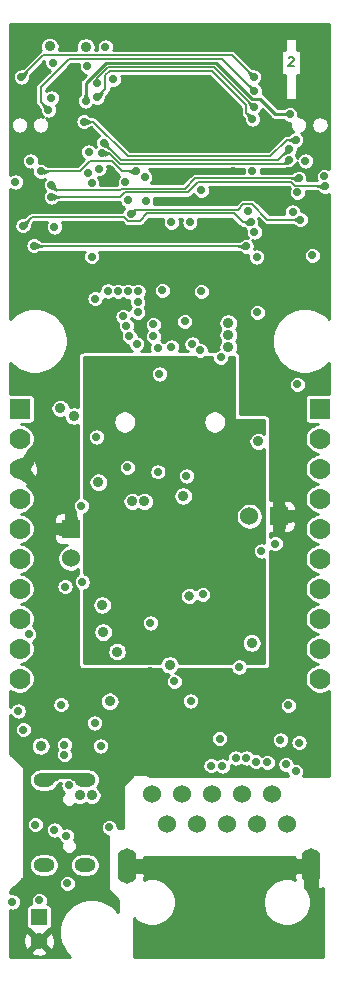
<source format=gbr>
G04 #@! TF.GenerationSoftware,KiCad,Pcbnew,5.1.6-c6e7f7d~87~ubuntu18.04.1*
G04 #@! TF.CreationDate,2022-07-26T15:18:22+03:00*
G04 #@! TF.ProjectId,ESP32-PoE_Rev_K,45535033-322d-4506-9f45-5f5265765f4b,K*
G04 #@! TF.SameCoordinates,Original*
G04 #@! TF.FileFunction,Copper,L2,Inr*
G04 #@! TF.FilePolarity,Positive*
%FSLAX46Y46*%
G04 Gerber Fmt 4.6, Leading zero omitted, Abs format (unit mm)*
G04 Created by KiCad (PCBNEW 5.1.6-c6e7f7d~87~ubuntu18.04.1) date 2022-07-26 15:18:22*
%MOMM*%
%LPD*%
G01*
G04 APERTURE LIST*
G04 #@! TA.AperFunction,NonConductor*
%ADD10C,0.190500*%
G04 #@! TD*
G04 #@! TA.AperFunction,ViaPad*
%ADD11R,1.524000X1.524000*%
G04 #@! TD*
G04 #@! TA.AperFunction,ViaPad*
%ADD12C,1.524000*%
G04 #@! TD*
G04 #@! TA.AperFunction,ViaPad*
%ADD13O,1.600000X2.999999*%
G04 #@! TD*
G04 #@! TA.AperFunction,ViaPad*
%ADD14R,0.400000X0.400000*%
G04 #@! TD*
G04 #@! TA.AperFunction,ViaPad*
%ADD15R,1.422400X1.422400*%
G04 #@! TD*
G04 #@! TA.AperFunction,ViaPad*
%ADD16C,1.778000*%
G04 #@! TD*
G04 #@! TA.AperFunction,ViaPad*
%ADD17R,1.778000X1.778000*%
G04 #@! TD*
G04 #@! TA.AperFunction,ViaPad*
%ADD18O,1.800000X1.200000*%
G04 #@! TD*
G04 #@! TA.AperFunction,ViaPad*
%ADD19C,1.800000*%
G04 #@! TD*
G04 #@! TA.AperFunction,ViaPad*
%ADD20C,1.500000*%
G04 #@! TD*
G04 #@! TA.AperFunction,ViaPad*
%ADD21C,0.700000*%
G04 #@! TD*
G04 #@! TA.AperFunction,ViaPad*
%ADD22R,1.400000X1.400000*%
G04 #@! TD*
G04 #@! TA.AperFunction,ViaPad*
%ADD23C,1.400000*%
G04 #@! TD*
G04 #@! TA.AperFunction,ViaPad*
%ADD24C,0.900000*%
G04 #@! TD*
G04 #@! TA.AperFunction,ViaPad*
%ADD25C,0.800000*%
G04 #@! TD*
G04 #@! TA.AperFunction,Conductor*
%ADD26C,1.016000*%
G04 #@! TD*
G04 #@! TA.AperFunction,Conductor*
%ADD27C,0.152400*%
G04 #@! TD*
G04 #@! TA.AperFunction,Conductor*
%ADD28C,0.508000*%
G04 #@! TD*
G04 #@! TA.AperFunction,Conductor*
%ADD29C,0.254000*%
G04 #@! TD*
G04 #@! TA.AperFunction,Conductor*
%ADD30C,3.048000*%
G04 #@! TD*
G04 #@! TA.AperFunction,Conductor*
%ADD31C,0.025400*%
G04 #@! TD*
G04 APERTURE END LIST*
D10*
X114209285Y-93508285D02*
X114245571Y-93472000D01*
X114318142Y-93435714D01*
X114499571Y-93435714D01*
X114572142Y-93472000D01*
X114608428Y-93508285D01*
X114644714Y-93580857D01*
X114644714Y-93653428D01*
X114608428Y-93762285D01*
X114173000Y-94197714D01*
X114644714Y-94197714D01*
D11*
X113391000Y-132334000D03*
D12*
X110891000Y-132334000D03*
X102616000Y-155806000D03*
X103886000Y-158346000D03*
X105156000Y-155806000D03*
X106426000Y-158346000D03*
X107696000Y-155806000D03*
X108966000Y-158346000D03*
X110236000Y-155806000D03*
X111506000Y-158346000D03*
X112776000Y-155806000D03*
X114046000Y-158346000D03*
D13*
X100531000Y-161946000D03*
X116131000Y-161946000D03*
D14*
X112044000Y-149344000D03*
X112044000Y-148344000D03*
X111244000Y-147544000D03*
X110244000Y-147544000D03*
X109444000Y-148344000D03*
X109444000Y-149344000D03*
X110244000Y-150144000D03*
X111244000Y-150144000D03*
D15*
X110744000Y-148844000D03*
D16*
X116840000Y-130840000D03*
X116840000Y-128300000D03*
X116840000Y-125760000D03*
D17*
X116840000Y-123220000D03*
D16*
X116840000Y-133380000D03*
X116840000Y-135920000D03*
X116840000Y-141000000D03*
X116840000Y-138460000D03*
X116840000Y-143540000D03*
X116840000Y-146080000D03*
X91440000Y-130840000D03*
X91440000Y-128300000D03*
X91440000Y-125760000D03*
D17*
X91440000Y-123220000D03*
D16*
X91440000Y-133380000D03*
X91440000Y-135920000D03*
X91440000Y-141000000D03*
X91440000Y-138460000D03*
X91440000Y-143540000D03*
X91440000Y-146080000D03*
D18*
X93476000Y-154642000D03*
X96946000Y-154642000D03*
X96946000Y-161842000D03*
X93476000Y-161842000D03*
D19*
X105029000Y-133985000D03*
D12*
X95758000Y-135870000D03*
D11*
X95758000Y-133370000D03*
D20*
X102640000Y-99108000D03*
D21*
X101940000Y-97708000D03*
X103340000Y-97708000D03*
X104040000Y-98408000D03*
X104040000Y-99808000D03*
X103340000Y-100508000D03*
X101940000Y-100508000D03*
X101240000Y-99808000D03*
X101240000Y-98408000D03*
D22*
X93070680Y-166230300D03*
D23*
X93073220Y-168259760D03*
D24*
X93218000Y-151765000D03*
X98425000Y-139827000D03*
D21*
X95463542Y-163408542D03*
D24*
X94869000Y-123189992D03*
X98330590Y-161163000D03*
D21*
X94234000Y-144145000D03*
X95631000Y-146685000D03*
D24*
X102489000Y-145542000D03*
D21*
X115189000Y-150114000D03*
X106045000Y-153797000D03*
D25*
X102362000Y-149352000D03*
D24*
X98330590Y-160210498D03*
D21*
X104902000Y-147828000D03*
D24*
X100965000Y-131064000D03*
D21*
X102362000Y-153847800D03*
D25*
X93853000Y-137414000D03*
D24*
X113411000Y-141224000D03*
X113411000Y-140208000D03*
X99568000Y-154305000D03*
X101981000Y-131064000D03*
X111084360Y-143040100D03*
X105283000Y-130606800D03*
D21*
X91059000Y-163957000D03*
X91948000Y-120523000D03*
X92329000Y-96012000D03*
X94107000Y-110363000D03*
D24*
X97028000Y-91313000D03*
X99695000Y-91313000D03*
X102235000Y-91313000D03*
X104775000Y-91313000D03*
X107315000Y-91313000D03*
X109220000Y-91313000D03*
X111125000Y-91313000D03*
X93980000Y-91313000D03*
X114300000Y-91313000D03*
D21*
X115951000Y-93726000D03*
D24*
X110490000Y-123190000D03*
X110490000Y-122174000D03*
X110490000Y-121158000D03*
D21*
X114173000Y-109093000D03*
X109489760Y-103067610D03*
X99172293Y-103011707D03*
D24*
X113411000Y-125349000D03*
X113411000Y-126365000D03*
X113411000Y-127381000D03*
X116840000Y-113792000D03*
X114935000Y-111887000D03*
X102235000Y-95885000D03*
X104775000Y-95885000D03*
X107315000Y-95885000D03*
X107315000Y-98425000D03*
X106045000Y-97155000D03*
X106045000Y-99695000D03*
X108585000Y-99695000D03*
X108585000Y-97155000D03*
X103505000Y-95885000D03*
X106045000Y-95885000D03*
X106045000Y-98425000D03*
X107315000Y-97155000D03*
X108585000Y-98425000D03*
X107315000Y-99695000D03*
X100965000Y-95885000D03*
D21*
X94361000Y-158877000D03*
D24*
X99674680Y-143771620D03*
X98092260Y-129433320D03*
D25*
X105791000Y-139065000D03*
D24*
X99060000Y-147980400D03*
D21*
X106807000Y-113284000D03*
X104267000Y-117983000D03*
D24*
X96012006Y-123825000D03*
X97028000Y-92583000D03*
D21*
X91059000Y-104013000D03*
X117228536Y-103542041D03*
X103505000Y-113194619D03*
D24*
X93980000Y-92539390D03*
D21*
X113969800Y-153314400D03*
X108356400Y-151155400D03*
X113510000Y-151250000D03*
X92329000Y-102235000D03*
X94246224Y-93923610D03*
X111308390Y-108250281D03*
X104267008Y-107442008D03*
D24*
X96520000Y-155956000D03*
X97536000Y-155956000D03*
X98501200Y-142123160D03*
D21*
X100375725Y-104018581D03*
X106807000Y-104718610D03*
X93218000Y-103124000D03*
X101325491Y-103111471D03*
X95278919Y-138270969D03*
X94107000Y-104267000D03*
X115062000Y-103693989D03*
D24*
X109093000Y-117983000D03*
X109093000Y-116967000D03*
X109093000Y-115951000D03*
X111633000Y-125984004D03*
D21*
X97282000Y-101473000D03*
X102743000Y-116078000D03*
X98552001Y-100711001D03*
X114229390Y-101232739D03*
X94107000Y-105283000D03*
X117276388Y-104393109D03*
X94107000Y-96900992D03*
D24*
X102108000Y-168783000D03*
X105283000Y-168783000D03*
X108204000Y-168783000D03*
X110998000Y-168783000D03*
X112522000Y-167132000D03*
X104013000Y-167132000D03*
X106934000Y-167132000D03*
X109601000Y-167132000D03*
X105918000Y-164846000D03*
X110871000Y-164846000D03*
X108204000Y-164846000D03*
X103632000Y-161946000D03*
X113030000Y-161946000D03*
D21*
X114173000Y-148336000D03*
X103124000Y-118110000D03*
X96730025Y-137874369D03*
X96647000Y-131445000D03*
X100558600Y-128168400D03*
X98298000Y-151765000D03*
X97795080Y-149816820D03*
X95231599Y-151654399D03*
X95231596Y-152512566D03*
D24*
X104140000Y-144907000D03*
D21*
X110007400Y-145084800D03*
X100838000Y-106721261D03*
X115189000Y-107193590D03*
X91716480Y-107718480D03*
X110998000Y-107442000D03*
X99016820Y-158666180D03*
X90805000Y-164973000D03*
X116205000Y-110236000D03*
X96872729Y-98904726D03*
X114808000Y-100457000D03*
X105918000Y-147955000D03*
X114808000Y-153924000D03*
X104521000Y-146304000D03*
X115089940Y-151483060D03*
X92760768Y-158419800D03*
X93091010Y-164846000D03*
X94932500Y-148272500D03*
X95613220Y-155110180D03*
X95377000Y-159385000D03*
X97028000Y-97155000D03*
X115626390Y-102235023D03*
X114935000Y-121158000D03*
X114300004Y-98298000D03*
X110605194Y-109462194D03*
X92633811Y-109397811D03*
X106712472Y-118262116D03*
X101427766Y-115061992D03*
X99360469Y-95320610D03*
X111551232Y-115058875D03*
X91310373Y-148796940D03*
X91742260Y-150373080D03*
X111318515Y-96326486D03*
X93853000Y-97917000D03*
X92188792Y-142297910D03*
X91567000Y-95123000D03*
X111252000Y-95123000D03*
X102489000Y-141351000D03*
X103136700Y-128554480D03*
X102108000Y-105664000D03*
X106934000Y-138938000D03*
X105537000Y-128905000D03*
X108458000Y-118872000D03*
X111125000Y-103067610D03*
X111506000Y-110363000D03*
X105410000Y-115824000D03*
X105843312Y-107442000D03*
X102743000Y-117094000D03*
X98406769Y-101582391D03*
X114201140Y-102136140D03*
X114554000Y-106553000D03*
X106038211Y-117740599D03*
X110728378Y-106506353D03*
X103251000Y-120269000D03*
X97530421Y-110332164D03*
X101427768Y-114209587D03*
X100613227Y-105564049D03*
X100619449Y-113284765D03*
X98165981Y-102884588D03*
X99767142Y-113271362D03*
X102023301Y-103601028D03*
X101471819Y-113276301D03*
X97534392Y-104140000D03*
X98914875Y-113255645D03*
X94361000Y-107823000D03*
X101346000Y-117729000D03*
X97155000Y-94234000D03*
X100711000Y-117094000D03*
X97998768Y-96858821D03*
X111125000Y-98679000D03*
X100457000Y-116205000D03*
X98005772Y-95612949D03*
X111252004Y-97663000D03*
X100187444Y-115396331D03*
X98679000Y-92583000D03*
X97228945Y-103256533D03*
X97825360Y-113883640D03*
X114942110Y-104902000D03*
X107642660Y-153441400D03*
X111429800Y-153085800D03*
X108595160Y-153469340D03*
X112395000Y-153162000D03*
X109728000Y-152781000D03*
X110617000Y-152781000D03*
X113080800Y-134645400D03*
X105029000Y-136271000D03*
X106045000Y-136271000D03*
X104013000Y-136271000D03*
D24*
X110617000Y-135382000D03*
D21*
X105918000Y-131953000D03*
X105029000Y-131953000D03*
X104140000Y-131953000D03*
X111887000Y-135255000D03*
X97917000Y-125603000D03*
D26*
X113391000Y-132334000D02*
X113391000Y-130449000D01*
X113391000Y-132334000D02*
X114935000Y-132334000D01*
X113391000Y-132334000D02*
X113391000Y-133584000D01*
X95758000Y-133370000D02*
X94254000Y-133370000D01*
X95758000Y-133370000D02*
X95758000Y-132080000D01*
X91440000Y-128300000D02*
X92807000Y-129667000D01*
X91440000Y-128300000D02*
X92837000Y-126903000D01*
D27*
X96520000Y-103124000D02*
X97409000Y-102235000D01*
X93218000Y-103124000D02*
X96520000Y-103124000D01*
X97409000Y-102235000D02*
X99213867Y-102235000D01*
X99213867Y-102235000D02*
X100090338Y-103111471D01*
X100090338Y-103111471D02*
X101325491Y-103111471D01*
X94564191Y-104724191D02*
X99949743Y-104724191D01*
X94107000Y-104267000D02*
X94564191Y-104724191D01*
X106313945Y-103693989D02*
X115062000Y-103693989D01*
X105410743Y-104597191D02*
X106313945Y-103693989D01*
X100076743Y-104597191D02*
X105410743Y-104597191D01*
X99949743Y-104724191D02*
X100076743Y-104597191D01*
X98552001Y-100711001D02*
X99999811Y-102158811D01*
X113303318Y-102158811D02*
X114229390Y-101232739D01*
X99999811Y-102158811D02*
X113303318Y-102158811D01*
X114737399Y-104323399D02*
X117206678Y-104323399D01*
X100330000Y-104902000D02*
X105664000Y-104902000D01*
X105664000Y-104902000D02*
X106553000Y-104013000D01*
X117206678Y-104323399D02*
X117276388Y-104393109D01*
X106553000Y-104013000D02*
X114427000Y-104013000D01*
X94107000Y-105283000D02*
X99949000Y-105283000D01*
X99949000Y-105283000D02*
X100330000Y-104902000D01*
X114427000Y-104013000D02*
X114737399Y-104323399D01*
X111125000Y-105918000D02*
X112400590Y-107193590D01*
X112400590Y-107193590D02*
X115189000Y-107193590D01*
X110363000Y-105918000D02*
X111125000Y-105918000D01*
X109909738Y-106371262D02*
X110363000Y-105918000D01*
X100838000Y-106721261D02*
X101187999Y-106371262D01*
X101187999Y-106371262D02*
X109909738Y-106371262D01*
X110306013Y-107442000D02*
X110998000Y-107442000D01*
X109544013Y-106680000D02*
X110306013Y-107442000D01*
X92447963Y-106986997D02*
X100259398Y-106986997D01*
X91716480Y-107718480D02*
X92447963Y-106986997D01*
X100259398Y-106986997D02*
X100572264Y-107299863D01*
X101615137Y-107299863D02*
X102235000Y-106680000D01*
X100572264Y-107299863D02*
X101615137Y-107299863D01*
X102235000Y-106680000D02*
X109544013Y-106680000D01*
X112655513Y-101854000D02*
X114052513Y-100457000D01*
X100584000Y-101854000D02*
X112655513Y-101854000D01*
X96872729Y-98904726D02*
X97634726Y-98904726D01*
X114052513Y-100457000D02*
X114808000Y-100457000D01*
X97634726Y-98904726D02*
X100584000Y-101854000D01*
D28*
X93516000Y-154642000D02*
X93476000Y-154642000D01*
X93853000Y-154305000D02*
X93516000Y-154642000D01*
X96647000Y-154305000D02*
X93853000Y-154305000D01*
X96946000Y-154642000D02*
X96647000Y-154343000D01*
X96647000Y-154343000D02*
X96647000Y-154305000D01*
D29*
X113093502Y-98298000D02*
X114300004Y-98298000D01*
X97028000Y-97155000D02*
X97028000Y-95659205D01*
X111129923Y-97028014D02*
X111823516Y-97028014D01*
X111823516Y-97028014D02*
X113093502Y-98298000D01*
X98732627Y-93954578D02*
X108056487Y-93954578D01*
X97028000Y-95659205D02*
X98732627Y-93954578D01*
X108056487Y-93954578D02*
X111129923Y-97028014D01*
D27*
X92698194Y-109462194D02*
X92633811Y-109397811D01*
X110605194Y-109462194D02*
X92698194Y-109462194D01*
X93218000Y-97282000D02*
X93853000Y-97917000D01*
X93218000Y-96012000D02*
X93218000Y-97282000D01*
X95631033Y-93598967D02*
X93218000Y-96012000D01*
X111318515Y-96326486D02*
X108590996Y-93598967D01*
X108590996Y-93598967D02*
X95631033Y-93598967D01*
X109423158Y-93294158D02*
X111252000Y-95123000D01*
X91567000Y-95123000D02*
X93395842Y-93294158D01*
X93395842Y-93294158D02*
X109423158Y-93294158D01*
X113851141Y-102486139D02*
X114201140Y-102136140D01*
X98992325Y-101582391D02*
X99896073Y-102486139D01*
X99896073Y-102486139D02*
X113851141Y-102486139D01*
X98406769Y-101582391D02*
X98992325Y-101582391D01*
X98679000Y-96178589D02*
X97998768Y-96858821D01*
X110617000Y-98171000D02*
X110617000Y-97536000D01*
X110617000Y-97536000D02*
X107696000Y-94615000D01*
X107696000Y-94615000D02*
X99060000Y-94615000D01*
X111125000Y-98679000D02*
X110617000Y-98171000D01*
X99060000Y-94615000D02*
X98679000Y-94996000D01*
X98679000Y-94996000D02*
X98679000Y-96178589D01*
X98933744Y-94310189D02*
X107899193Y-94310189D01*
X107899193Y-94310189D02*
X111252004Y-97663000D01*
X98005772Y-95612949D02*
X98005772Y-95238161D01*
X98005772Y-95238161D02*
X98933744Y-94310189D01*
D30*
X105029000Y-133985000D02*
X106807000Y-133985000D01*
D29*
G36*
X117642001Y-102939143D02*
G01*
X117574794Y-102894237D01*
X117441761Y-102839133D01*
X117300533Y-102811041D01*
X117156539Y-102811041D01*
X117015311Y-102839133D01*
X116882278Y-102894237D01*
X116762551Y-102974236D01*
X116660731Y-103076056D01*
X116580732Y-103195783D01*
X116525628Y-103328816D01*
X116497536Y-103470044D01*
X116497536Y-103614038D01*
X116525628Y-103755266D01*
X116571578Y-103866199D01*
X115773066Y-103866199D01*
X115793000Y-103765986D01*
X115793000Y-103621992D01*
X115764908Y-103480764D01*
X115709804Y-103347731D01*
X115629805Y-103228004D01*
X115527985Y-103126184D01*
X115408258Y-103046185D01*
X115275225Y-102991081D01*
X115133997Y-102962989D01*
X114990003Y-102962989D01*
X114848775Y-102991081D01*
X114715742Y-103046185D01*
X114596015Y-103126184D01*
X114545859Y-103176340D01*
X114527089Y-103194100D01*
X114515126Y-103203772D01*
X114503866Y-103211457D01*
X114492887Y-103217682D01*
X114481666Y-103222852D01*
X114469605Y-103227224D01*
X114456037Y-103230909D01*
X114440387Y-103233836D01*
X114422098Y-103235819D01*
X114394332Y-103236789D01*
X111836669Y-103236789D01*
X111856000Y-103139607D01*
X111856000Y-102995613D01*
X111845602Y-102943339D01*
X113828691Y-102943339D01*
X113851141Y-102945550D01*
X113873591Y-102943339D01*
X113873601Y-102943339D01*
X113940768Y-102936724D01*
X114026950Y-102910580D01*
X114103258Y-102869793D01*
X114104117Y-102869703D01*
X114128366Y-102868145D01*
X114158472Y-102867221D01*
X114190965Y-102867140D01*
X114273137Y-102867140D01*
X114414365Y-102839048D01*
X114547398Y-102783944D01*
X114667125Y-102703945D01*
X114768945Y-102602125D01*
X114848944Y-102482398D01*
X114903889Y-102349748D01*
X114923482Y-102448248D01*
X114978586Y-102581281D01*
X115058585Y-102701008D01*
X115160405Y-102802828D01*
X115280132Y-102882827D01*
X115413165Y-102937931D01*
X115554393Y-102966023D01*
X115698387Y-102966023D01*
X115839615Y-102937931D01*
X115972648Y-102882827D01*
X116092375Y-102802828D01*
X116194195Y-102701008D01*
X116274194Y-102581281D01*
X116329298Y-102448248D01*
X116357390Y-102307020D01*
X116357390Y-102163026D01*
X116329298Y-102021798D01*
X116274194Y-101888765D01*
X116194195Y-101769038D01*
X116092375Y-101667218D01*
X115972648Y-101587219D01*
X115839615Y-101532115D01*
X115698387Y-101504023D01*
X115554393Y-101504023D01*
X115413165Y-101532115D01*
X115280132Y-101587219D01*
X115160405Y-101667218D01*
X115058585Y-101769038D01*
X114978586Y-101888765D01*
X114923641Y-102021415D01*
X114904048Y-101922915D01*
X114848944Y-101789882D01*
X114791703Y-101704216D01*
X114797195Y-101698724D01*
X114877194Y-101578997D01*
X114932298Y-101445964D01*
X114960390Y-101304736D01*
X114960390Y-101172009D01*
X115021225Y-101159908D01*
X115154258Y-101104804D01*
X115273985Y-101024805D01*
X115375805Y-100922985D01*
X115455804Y-100803258D01*
X115510908Y-100670225D01*
X115539000Y-100528997D01*
X115539000Y-100385003D01*
X115510908Y-100243775D01*
X115455804Y-100110742D01*
X115375805Y-99991015D01*
X115273985Y-99889195D01*
X115273970Y-99889185D01*
X115405258Y-99834804D01*
X115524985Y-99754805D01*
X115626805Y-99652985D01*
X115706804Y-99533258D01*
X115761908Y-99400225D01*
X115790000Y-99258997D01*
X115790000Y-99115003D01*
X116128000Y-99115003D01*
X116128000Y-99258997D01*
X116156092Y-99400225D01*
X116211196Y-99533258D01*
X116291195Y-99652985D01*
X116393015Y-99754805D01*
X116512742Y-99834804D01*
X116645775Y-99889908D01*
X116787003Y-99918000D01*
X116930997Y-99918000D01*
X117072225Y-99889908D01*
X117205258Y-99834804D01*
X117324985Y-99754805D01*
X117426805Y-99652985D01*
X117506804Y-99533258D01*
X117561908Y-99400225D01*
X117590000Y-99258997D01*
X117590000Y-99115003D01*
X117561908Y-98973775D01*
X117506804Y-98840742D01*
X117426805Y-98721015D01*
X117324985Y-98619195D01*
X117205258Y-98539196D01*
X117072225Y-98484092D01*
X116930997Y-98456000D01*
X116787003Y-98456000D01*
X116645775Y-98484092D01*
X116512742Y-98539196D01*
X116393015Y-98619195D01*
X116291195Y-98721015D01*
X116211196Y-98840742D01*
X116156092Y-98973775D01*
X116128000Y-99115003D01*
X115790000Y-99115003D01*
X115761908Y-98973775D01*
X115706804Y-98840742D01*
X115626805Y-98721015D01*
X115524985Y-98619195D01*
X115405258Y-98539196D01*
X115272225Y-98484092D01*
X115130997Y-98456000D01*
X115013897Y-98456000D01*
X115031004Y-98369997D01*
X115031004Y-98226003D01*
X115002912Y-98084775D01*
X114947808Y-97951742D01*
X114867809Y-97832015D01*
X114765989Y-97730195D01*
X114646262Y-97650196D01*
X114513229Y-97595092D01*
X114372001Y-97567000D01*
X114228007Y-97567000D01*
X114086779Y-97595092D01*
X113953746Y-97650196D01*
X113834019Y-97730195D01*
X113774214Y-97790000D01*
X113303923Y-97790000D01*
X112200371Y-96686449D01*
X112184464Y-96667066D01*
X112107111Y-96603585D01*
X112018859Y-96556413D01*
X112014991Y-96555240D01*
X112021423Y-96539711D01*
X112049515Y-96398483D01*
X112049515Y-96254489D01*
X112021423Y-96113261D01*
X111966319Y-95980228D01*
X111886320Y-95860501D01*
X111784500Y-95758681D01*
X111700451Y-95702521D01*
X111717985Y-95690805D01*
X111819805Y-95588985D01*
X111899804Y-95469258D01*
X111954908Y-95336225D01*
X111983000Y-95194997D01*
X111983000Y-95051003D01*
X111954908Y-94909775D01*
X111899804Y-94776742D01*
X111819805Y-94657015D01*
X111717985Y-94555195D01*
X111598258Y-94475196D01*
X111465225Y-94420092D01*
X111323997Y-94392000D01*
X111253112Y-94392000D01*
X111227212Y-94391285D01*
X111211955Y-94389669D01*
X111198539Y-94387137D01*
X111186372Y-94383775D01*
X111174784Y-94379497D01*
X111163170Y-94374063D01*
X111150973Y-94367075D01*
X111137827Y-94358074D01*
X111123495Y-94346544D01*
X111103165Y-94327587D01*
X109762332Y-92986755D01*
X109748011Y-92969305D01*
X109678394Y-92912171D01*
X109610227Y-92875735D01*
X113587893Y-92875735D01*
X113587893Y-94971235D01*
X113919000Y-94971235D01*
X113919000Y-96964500D01*
X113921440Y-96989276D01*
X113928667Y-97013101D01*
X113940403Y-97035057D01*
X113956197Y-97054303D01*
X113975443Y-97070097D01*
X113997399Y-97081833D01*
X114021224Y-97089060D01*
X114046000Y-97091500D01*
X114808000Y-97091500D01*
X114832776Y-97089060D01*
X114856601Y-97081833D01*
X114878557Y-97070097D01*
X114897803Y-97054303D01*
X114913597Y-97035057D01*
X114925333Y-97013101D01*
X114932560Y-96989276D01*
X114935000Y-96964500D01*
X114935000Y-94971235D01*
X115266107Y-94971235D01*
X115266107Y-92875735D01*
X114935000Y-92875735D01*
X114935000Y-91948000D01*
X114932560Y-91923224D01*
X114925333Y-91899399D01*
X114913597Y-91877443D01*
X114897803Y-91858197D01*
X114878557Y-91842403D01*
X114856601Y-91830667D01*
X114832776Y-91823440D01*
X114808000Y-91821000D01*
X114046000Y-91821000D01*
X114021224Y-91823440D01*
X113997399Y-91830667D01*
X113975443Y-91842403D01*
X113956197Y-91858197D01*
X113940403Y-91877443D01*
X113928667Y-91899399D01*
X113921440Y-91923224D01*
X113919000Y-91948000D01*
X113919000Y-92875735D01*
X113587893Y-92875735D01*
X109610227Y-92875735D01*
X109598967Y-92869717D01*
X109512785Y-92843573D01*
X109445618Y-92836958D01*
X109445608Y-92836958D01*
X109423158Y-92834747D01*
X109400708Y-92836958D01*
X99365036Y-92836958D01*
X99381908Y-92796225D01*
X99410000Y-92654997D01*
X99410000Y-92511003D01*
X99381908Y-92369775D01*
X99326804Y-92236742D01*
X99246805Y-92117015D01*
X99144985Y-92015195D01*
X99025258Y-91935196D01*
X98892225Y-91880092D01*
X98750997Y-91852000D01*
X98607003Y-91852000D01*
X98465775Y-91880092D01*
X98332742Y-91935196D01*
X98213015Y-92015195D01*
X98111195Y-92117015D01*
X98031196Y-92236742D01*
X97976092Y-92369775D01*
X97948000Y-92511003D01*
X97948000Y-92654997D01*
X97976092Y-92796225D01*
X97992964Y-92836958D01*
X97822275Y-92836958D01*
X97827065Y-92825394D01*
X97859000Y-92664846D01*
X97859000Y-92501154D01*
X97827065Y-92340606D01*
X97764423Y-92189374D01*
X97673480Y-92053268D01*
X97557732Y-91937520D01*
X97421626Y-91846577D01*
X97270394Y-91783935D01*
X97109846Y-91752000D01*
X96946154Y-91752000D01*
X96785606Y-91783935D01*
X96634374Y-91846577D01*
X96498268Y-91937520D01*
X96382520Y-92053268D01*
X96291577Y-92189374D01*
X96228935Y-92340606D01*
X96197000Y-92501154D01*
X96197000Y-92664846D01*
X96228935Y-92825394D01*
X96233725Y-92836958D01*
X94756211Y-92836958D01*
X94779065Y-92781784D01*
X94811000Y-92621236D01*
X94811000Y-92457544D01*
X94779065Y-92296996D01*
X94716423Y-92145764D01*
X94625480Y-92009658D01*
X94509732Y-91893910D01*
X94373626Y-91802967D01*
X94222394Y-91740325D01*
X94061846Y-91708390D01*
X93898154Y-91708390D01*
X93737606Y-91740325D01*
X93586374Y-91802967D01*
X93450268Y-91893910D01*
X93334520Y-92009658D01*
X93243577Y-92145764D01*
X93180935Y-92296996D01*
X93149000Y-92457544D01*
X93149000Y-92621236D01*
X93180935Y-92781784D01*
X93217843Y-92870888D01*
X93140606Y-92912171D01*
X93070989Y-92969305D01*
X93056672Y-92986750D01*
X91715832Y-94327591D01*
X91695512Y-94346538D01*
X91681172Y-94358074D01*
X91668026Y-94367075D01*
X91655829Y-94374063D01*
X91644215Y-94379497D01*
X91632627Y-94383775D01*
X91620460Y-94387137D01*
X91607044Y-94389669D01*
X91591788Y-94391285D01*
X91565888Y-94392000D01*
X91495003Y-94392000D01*
X91353775Y-94420092D01*
X91220742Y-94475196D01*
X91101015Y-94555195D01*
X90999195Y-94657015D01*
X90919196Y-94776742D01*
X90864092Y-94909775D01*
X90836000Y-95051003D01*
X90836000Y-95194997D01*
X90864092Y-95336225D01*
X90919196Y-95469258D01*
X90999195Y-95588985D01*
X91101015Y-95690805D01*
X91220742Y-95770804D01*
X91353775Y-95825908D01*
X91495003Y-95854000D01*
X91638997Y-95854000D01*
X91780225Y-95825908D01*
X91913258Y-95770804D01*
X92032985Y-95690805D01*
X92134805Y-95588985D01*
X92214804Y-95469258D01*
X92269908Y-95336225D01*
X92298000Y-95194997D01*
X92298000Y-95124098D01*
X92298714Y-95098210D01*
X92300330Y-95082955D01*
X92302862Y-95069539D01*
X92306224Y-95057372D01*
X92310500Y-95045790D01*
X92315940Y-95034163D01*
X92322923Y-95021974D01*
X92331925Y-95008827D01*
X92343455Y-94994495D01*
X92362413Y-94974164D01*
X93522737Y-93813840D01*
X93515224Y-93851613D01*
X93515224Y-93995607D01*
X93543316Y-94136835D01*
X93598420Y-94269868D01*
X93678419Y-94389595D01*
X93780239Y-94491415D01*
X93899966Y-94571414D01*
X93979192Y-94604230D01*
X92910597Y-95672826D01*
X92893147Y-95687147D01*
X92836013Y-95756765D01*
X92793559Y-95836192D01*
X92767415Y-95922374D01*
X92760800Y-95989541D01*
X92760800Y-95989550D01*
X92758589Y-96012000D01*
X92760800Y-96034450D01*
X92760801Y-97259541D01*
X92758589Y-97282000D01*
X92760801Y-97304460D01*
X92767416Y-97371627D01*
X92780921Y-97416144D01*
X92793560Y-97457809D01*
X92836013Y-97537235D01*
X92856438Y-97562122D01*
X92893148Y-97606853D01*
X92910592Y-97621169D01*
X93057584Y-97768162D01*
X93076544Y-97788495D01*
X93088074Y-97802827D01*
X93097075Y-97815973D01*
X93104063Y-97828170D01*
X93109497Y-97839784D01*
X93113775Y-97851372D01*
X93117137Y-97863539D01*
X93119669Y-97876955D01*
X93121285Y-97892212D01*
X93122000Y-97918112D01*
X93122000Y-97988997D01*
X93150092Y-98130225D01*
X93205196Y-98263258D01*
X93285195Y-98382985D01*
X93374403Y-98472193D01*
X93292997Y-98456000D01*
X93149003Y-98456000D01*
X93007775Y-98484092D01*
X92874742Y-98539196D01*
X92755015Y-98619195D01*
X92653195Y-98721015D01*
X92573196Y-98840742D01*
X92518092Y-98973775D01*
X92490000Y-99115003D01*
X92490000Y-99258997D01*
X92518092Y-99400225D01*
X92573196Y-99533258D01*
X92653195Y-99652985D01*
X92755015Y-99754805D01*
X92874742Y-99834804D01*
X93007775Y-99889908D01*
X93149003Y-99918000D01*
X93292997Y-99918000D01*
X93434225Y-99889908D01*
X93567258Y-99834804D01*
X93686985Y-99754805D01*
X93788805Y-99652985D01*
X93868804Y-99533258D01*
X93923908Y-99400225D01*
X93952000Y-99258997D01*
X93952000Y-99115003D01*
X93923908Y-98973775D01*
X93868804Y-98840742D01*
X93788805Y-98721015D01*
X93699597Y-98631807D01*
X93781003Y-98648000D01*
X93924997Y-98648000D01*
X94066225Y-98619908D01*
X94199258Y-98564804D01*
X94318985Y-98484805D01*
X94420805Y-98382985D01*
X94500804Y-98263258D01*
X94555908Y-98130225D01*
X94584000Y-97988997D01*
X94584000Y-97845003D01*
X94555908Y-97703775D01*
X94500804Y-97570742D01*
X94475991Y-97533606D01*
X94572985Y-97468797D01*
X94674805Y-97366977D01*
X94754804Y-97247250D01*
X94809908Y-97114217D01*
X94838000Y-96972989D01*
X94838000Y-96828995D01*
X94809908Y-96687767D01*
X94754804Y-96554734D01*
X94674805Y-96435007D01*
X94572985Y-96333187D01*
X94453258Y-96253188D01*
X94320225Y-96198084D01*
X94178997Y-96169992D01*
X94035003Y-96169992D01*
X93893775Y-96198084D01*
X93760742Y-96253188D01*
X93675200Y-96310345D01*
X93675200Y-96201377D01*
X95820411Y-94056167D01*
X96445052Y-94056167D01*
X96424000Y-94162003D01*
X96424000Y-94305997D01*
X96452092Y-94447225D01*
X96507196Y-94580258D01*
X96587195Y-94699985D01*
X96689015Y-94801805D01*
X96808742Y-94881804D01*
X96941775Y-94936908D01*
X97016928Y-94951857D01*
X96686430Y-95282355D01*
X96667053Y-95298257D01*
X96651151Y-95317634D01*
X96651150Y-95317635D01*
X96603571Y-95375610D01*
X96556400Y-95463862D01*
X96527352Y-95559621D01*
X96517543Y-95659205D01*
X96520001Y-95684159D01*
X96520000Y-96610025D01*
X96519531Y-96623545D01*
X96519041Y-96628087D01*
X96518689Y-96629980D01*
X96518354Y-96630395D01*
X96510312Y-96638898D01*
X96460195Y-96689015D01*
X96380196Y-96808742D01*
X96325092Y-96941775D01*
X96297000Y-97083003D01*
X96297000Y-97226997D01*
X96325092Y-97368225D01*
X96380196Y-97501258D01*
X96460195Y-97620985D01*
X96562015Y-97722805D01*
X96681742Y-97802804D01*
X96814775Y-97857908D01*
X96956003Y-97886000D01*
X97099997Y-97886000D01*
X97241225Y-97857908D01*
X97374258Y-97802804D01*
X97493985Y-97722805D01*
X97595805Y-97620985D01*
X97667946Y-97513019D01*
X97785543Y-97561729D01*
X97926771Y-97589821D01*
X98070765Y-97589821D01*
X98211993Y-97561729D01*
X98345026Y-97506625D01*
X98464753Y-97426626D01*
X98566573Y-97324806D01*
X98646572Y-97205079D01*
X98701676Y-97072046D01*
X98729768Y-96930818D01*
X98729768Y-96859919D01*
X98730482Y-96834031D01*
X98732098Y-96818776D01*
X98734630Y-96805360D01*
X98737992Y-96793193D01*
X98742268Y-96781611D01*
X98747708Y-96769984D01*
X98754691Y-96757795D01*
X98763693Y-96744648D01*
X98775223Y-96730316D01*
X98794175Y-96709991D01*
X98986408Y-96517759D01*
X99003853Y-96503442D01*
X99040570Y-96458703D01*
X99060987Y-96433826D01*
X99093772Y-96372487D01*
X99103441Y-96354398D01*
X99129585Y-96268216D01*
X99136200Y-96201049D01*
X99136200Y-96201040D01*
X99138411Y-96178590D01*
X99136200Y-96156140D01*
X99136200Y-96018943D01*
X99147244Y-96023518D01*
X99288472Y-96051610D01*
X99432466Y-96051610D01*
X99573694Y-96023518D01*
X99706727Y-95968414D01*
X99826454Y-95888415D01*
X99928274Y-95786595D01*
X100008273Y-95666868D01*
X100063377Y-95533835D01*
X100091469Y-95392607D01*
X100091469Y-95248613D01*
X100063377Y-95107385D01*
X100048803Y-95072200D01*
X107506623Y-95072200D01*
X110159801Y-97725379D01*
X110159800Y-98148550D01*
X110157589Y-98171000D01*
X110159800Y-98193450D01*
X110159800Y-98193459D01*
X110166415Y-98260626D01*
X110192559Y-98346808D01*
X110235013Y-98426235D01*
X110292147Y-98495853D01*
X110309597Y-98510174D01*
X110329578Y-98530155D01*
X110348544Y-98550495D01*
X110360074Y-98564827D01*
X110369075Y-98577973D01*
X110376063Y-98590170D01*
X110381497Y-98601784D01*
X110385775Y-98613372D01*
X110389137Y-98625539D01*
X110391669Y-98638955D01*
X110393285Y-98654212D01*
X110394000Y-98680112D01*
X110394000Y-98750997D01*
X110422092Y-98892225D01*
X110477196Y-99025258D01*
X110557195Y-99144985D01*
X110659015Y-99246805D01*
X110778742Y-99326804D01*
X110911775Y-99381908D01*
X111053003Y-99410000D01*
X111196997Y-99410000D01*
X111338225Y-99381908D01*
X111471258Y-99326804D01*
X111590985Y-99246805D01*
X111692805Y-99144985D01*
X111772804Y-99025258D01*
X111827908Y-98892225D01*
X111856000Y-98750997D01*
X111856000Y-98607003D01*
X111827908Y-98465775D01*
X111772804Y-98332742D01*
X111708796Y-98236947D01*
X111717989Y-98230805D01*
X111819809Y-98128985D01*
X111899808Y-98009258D01*
X111954442Y-97877360D01*
X112716652Y-98639571D01*
X112732554Y-98658948D01*
X112751931Y-98674850D01*
X112809906Y-98722429D01*
X112887652Y-98763985D01*
X112898159Y-98769601D01*
X112993917Y-98798649D01*
X113068555Y-98806000D01*
X113068557Y-98806000D01*
X113093501Y-98808457D01*
X113118445Y-98806000D01*
X113774214Y-98806000D01*
X113834019Y-98865805D01*
X113953746Y-98945804D01*
X114086779Y-99000908D01*
X114228007Y-99029000D01*
X114345107Y-99029000D01*
X114328000Y-99115003D01*
X114328000Y-99258997D01*
X114356092Y-99400225D01*
X114411196Y-99533258D01*
X114491195Y-99652985D01*
X114593015Y-99754805D01*
X114593030Y-99754815D01*
X114461742Y-99809196D01*
X114342015Y-99889195D01*
X114290961Y-99940249D01*
X114270338Y-99959991D01*
X114256393Y-99971649D01*
X114244193Y-99980438D01*
X114233765Y-99986799D01*
X114224872Y-99991288D01*
X114217150Y-99994407D01*
X114210065Y-99996585D01*
X114202972Y-99998110D01*
X114195135Y-99999100D01*
X114178179Y-99999800D01*
X114074962Y-99999800D01*
X114052512Y-99997589D01*
X114030062Y-99999800D01*
X114030053Y-99999800D01*
X113962886Y-100006415D01*
X113876704Y-100032559D01*
X113839730Y-100052322D01*
X113797276Y-100075013D01*
X113752948Y-100111393D01*
X113727660Y-100132147D01*
X113713343Y-100149592D01*
X112466136Y-101396800D01*
X100773378Y-101396800D01*
X97973900Y-98597323D01*
X97959579Y-98579873D01*
X97889962Y-98522739D01*
X97810535Y-98480285D01*
X97724353Y-98454141D01*
X97657186Y-98447526D01*
X97657176Y-98447526D01*
X97634726Y-98445315D01*
X97612276Y-98447526D01*
X97540397Y-98447526D01*
X97512630Y-98446556D01*
X97494341Y-98444573D01*
X97478691Y-98441646D01*
X97465123Y-98437961D01*
X97453062Y-98433589D01*
X97441841Y-98428419D01*
X97430862Y-98422194D01*
X97419602Y-98414509D01*
X97407639Y-98404838D01*
X97388880Y-98387087D01*
X97338714Y-98336921D01*
X97218987Y-98256922D01*
X97085954Y-98201818D01*
X96944726Y-98173726D01*
X96800732Y-98173726D01*
X96659504Y-98201818D01*
X96526471Y-98256922D01*
X96406744Y-98336921D01*
X96304924Y-98438741D01*
X96224925Y-98558468D01*
X96169821Y-98691501D01*
X96141729Y-98832729D01*
X96141729Y-98976723D01*
X96169821Y-99117951D01*
X96224925Y-99250984D01*
X96304924Y-99370711D01*
X96406744Y-99472531D01*
X96526471Y-99552530D01*
X96659504Y-99607634D01*
X96800732Y-99635726D01*
X96944726Y-99635726D01*
X97085954Y-99607634D01*
X97218987Y-99552530D01*
X97338714Y-99472531D01*
X97388867Y-99422378D01*
X97407647Y-99404607D01*
X97419602Y-99394942D01*
X97430862Y-99387257D01*
X97441841Y-99381032D01*
X97453062Y-99375862D01*
X97457629Y-99374206D01*
X98170301Y-100086878D01*
X98086016Y-100143196D01*
X97984196Y-100245016D01*
X97904197Y-100364743D01*
X97849093Y-100497776D01*
X97821001Y-100639004D01*
X97821001Y-100782998D01*
X97849093Y-100924226D01*
X97902414Y-101052956D01*
X97889279Y-101066091D01*
X97849805Y-101007015D01*
X97747985Y-100905195D01*
X97628258Y-100825196D01*
X97495225Y-100770092D01*
X97353997Y-100742000D01*
X97210003Y-100742000D01*
X97068775Y-100770092D01*
X96935742Y-100825196D01*
X96816015Y-100905195D01*
X96714195Y-101007015D01*
X96634196Y-101126742D01*
X96579092Y-101259775D01*
X96551000Y-101401003D01*
X96551000Y-101544997D01*
X96579092Y-101686225D01*
X96634196Y-101819258D01*
X96714195Y-101938985D01*
X96816015Y-102040805D01*
X96900300Y-102097122D01*
X96330623Y-102666800D01*
X93885668Y-102666800D01*
X93857901Y-102665830D01*
X93839612Y-102663847D01*
X93823962Y-102660920D01*
X93810394Y-102657235D01*
X93798333Y-102652863D01*
X93787112Y-102647693D01*
X93776133Y-102641468D01*
X93764873Y-102633783D01*
X93752910Y-102624112D01*
X93734151Y-102606361D01*
X93683985Y-102556195D01*
X93564258Y-102476196D01*
X93431225Y-102421092D01*
X93289997Y-102393000D01*
X93146003Y-102393000D01*
X93038645Y-102414355D01*
X93060000Y-102306997D01*
X93060000Y-102163003D01*
X93031908Y-102021775D01*
X92976804Y-101888742D01*
X92896805Y-101769015D01*
X92794985Y-101667195D01*
X92675258Y-101587196D01*
X92542225Y-101532092D01*
X92400997Y-101504000D01*
X92257003Y-101504000D01*
X92115775Y-101532092D01*
X91982742Y-101587196D01*
X91863015Y-101667195D01*
X91761195Y-101769015D01*
X91681196Y-101888742D01*
X91626092Y-102021775D01*
X91598000Y-102163003D01*
X91598000Y-102306997D01*
X91626092Y-102448225D01*
X91681196Y-102581258D01*
X91761195Y-102700985D01*
X91863015Y-102802805D01*
X91982742Y-102882804D01*
X92115775Y-102937908D01*
X92257003Y-102966000D01*
X92400997Y-102966000D01*
X92508355Y-102944645D01*
X92487000Y-103052003D01*
X92487000Y-103195997D01*
X92515092Y-103337225D01*
X92570196Y-103470258D01*
X92650195Y-103589985D01*
X92752015Y-103691805D01*
X92871742Y-103771804D01*
X93004775Y-103826908D01*
X93146003Y-103855000D01*
X93289997Y-103855000D01*
X93431225Y-103826908D01*
X93564258Y-103771804D01*
X93576759Y-103763451D01*
X93539195Y-103801015D01*
X93459196Y-103920742D01*
X93404092Y-104053775D01*
X93376000Y-104195003D01*
X93376000Y-104338997D01*
X93404092Y-104480225D01*
X93459196Y-104613258D01*
X93539195Y-104732985D01*
X93581210Y-104775000D01*
X93539195Y-104817015D01*
X93459196Y-104936742D01*
X93404092Y-105069775D01*
X93376000Y-105211003D01*
X93376000Y-105354997D01*
X93404092Y-105496225D01*
X93459196Y-105629258D01*
X93539195Y-105748985D01*
X93641015Y-105850805D01*
X93760742Y-105930804D01*
X93893775Y-105985908D01*
X94035003Y-106014000D01*
X94178997Y-106014000D01*
X94320225Y-105985908D01*
X94453258Y-105930804D01*
X94572985Y-105850805D01*
X94623138Y-105800652D01*
X94641918Y-105782881D01*
X94653873Y-105773216D01*
X94665133Y-105765531D01*
X94676112Y-105759306D01*
X94687333Y-105754136D01*
X94699394Y-105749764D01*
X94712962Y-105746079D01*
X94728612Y-105743152D01*
X94746901Y-105741169D01*
X94774656Y-105740200D01*
X99902945Y-105740200D01*
X99910319Y-105777274D01*
X99965423Y-105910307D01*
X100045422Y-106030034D01*
X100147242Y-106131854D01*
X100266969Y-106211853D01*
X100299955Y-106225516D01*
X100270195Y-106255276D01*
X100190196Y-106375003D01*
X100135092Y-106508036D01*
X100130763Y-106529797D01*
X92470412Y-106529797D01*
X92447962Y-106527586D01*
X92425512Y-106529797D01*
X92425503Y-106529797D01*
X92358336Y-106536412D01*
X92272154Y-106562556D01*
X92192727Y-106605010D01*
X92123110Y-106662144D01*
X92108793Y-106679589D01*
X91865306Y-106923076D01*
X91844992Y-106942018D01*
X91830652Y-106953554D01*
X91817506Y-106962555D01*
X91805309Y-106969543D01*
X91793695Y-106974977D01*
X91782107Y-106979255D01*
X91769940Y-106982617D01*
X91756524Y-106985149D01*
X91741268Y-106986765D01*
X91715368Y-106987480D01*
X91644483Y-106987480D01*
X91503255Y-107015572D01*
X91370222Y-107070676D01*
X91250495Y-107150675D01*
X91148675Y-107252495D01*
X91068676Y-107372222D01*
X91013572Y-107505255D01*
X90985480Y-107646483D01*
X90985480Y-107790477D01*
X91013572Y-107931705D01*
X91068676Y-108064738D01*
X91148675Y-108184465D01*
X91250495Y-108286285D01*
X91370222Y-108366284D01*
X91503255Y-108421388D01*
X91644483Y-108449480D01*
X91788477Y-108449480D01*
X91929705Y-108421388D01*
X92062738Y-108366284D01*
X92182465Y-108286285D01*
X92284285Y-108184465D01*
X92364284Y-108064738D01*
X92419388Y-107931705D01*
X92447480Y-107790477D01*
X92447480Y-107719578D01*
X92448194Y-107693690D01*
X92449810Y-107678435D01*
X92452342Y-107665019D01*
X92455704Y-107652852D01*
X92459980Y-107641270D01*
X92465420Y-107629643D01*
X92472403Y-107617454D01*
X92481405Y-107604307D01*
X92492935Y-107589975D01*
X92511888Y-107569650D01*
X92637341Y-107444197D01*
X93734942Y-107444197D01*
X93713196Y-107476742D01*
X93658092Y-107609775D01*
X93630000Y-107751003D01*
X93630000Y-107894997D01*
X93658092Y-108036225D01*
X93713196Y-108169258D01*
X93793195Y-108288985D01*
X93895015Y-108390805D01*
X94014742Y-108470804D01*
X94147775Y-108525908D01*
X94289003Y-108554000D01*
X94432997Y-108554000D01*
X94574225Y-108525908D01*
X94707258Y-108470804D01*
X94826985Y-108390805D01*
X94928805Y-108288985D01*
X95008804Y-108169258D01*
X95063908Y-108036225D01*
X95092000Y-107894997D01*
X95092000Y-107751003D01*
X95063908Y-107609775D01*
X95008804Y-107476742D01*
X94987058Y-107444197D01*
X100070021Y-107444197D01*
X100233094Y-107607271D01*
X100247411Y-107624716D01*
X100264856Y-107639033D01*
X100317027Y-107681850D01*
X100359481Y-107704541D01*
X100396455Y-107724304D01*
X100482637Y-107750448D01*
X100549804Y-107757063D01*
X100549813Y-107757063D01*
X100572263Y-107759274D01*
X100594713Y-107757063D01*
X101592687Y-107757063D01*
X101615137Y-107759274D01*
X101637587Y-107757063D01*
X101637597Y-107757063D01*
X101704764Y-107750448D01*
X101790946Y-107724304D01*
X101870373Y-107681850D01*
X101939990Y-107624716D01*
X101954311Y-107607266D01*
X102424379Y-107137200D01*
X103602035Y-107137200D01*
X103564100Y-107228783D01*
X103536008Y-107370011D01*
X103536008Y-107514005D01*
X103564100Y-107655233D01*
X103619204Y-107788266D01*
X103699203Y-107907993D01*
X103801023Y-108009813D01*
X103920750Y-108089812D01*
X104053783Y-108144916D01*
X104195011Y-108173008D01*
X104339005Y-108173008D01*
X104480233Y-108144916D01*
X104613266Y-108089812D01*
X104732993Y-108009813D01*
X104834813Y-107907993D01*
X104914812Y-107788266D01*
X104969916Y-107655233D01*
X104998008Y-107514005D01*
X104998008Y-107370011D01*
X104969916Y-107228783D01*
X104931981Y-107137200D01*
X105178336Y-107137200D01*
X105140404Y-107228775D01*
X105112312Y-107370003D01*
X105112312Y-107513997D01*
X105140404Y-107655225D01*
X105195508Y-107788258D01*
X105275507Y-107907985D01*
X105377327Y-108009805D01*
X105497054Y-108089804D01*
X105630087Y-108144908D01*
X105771315Y-108173000D01*
X105915309Y-108173000D01*
X106056537Y-108144908D01*
X106189570Y-108089804D01*
X106309297Y-108009805D01*
X106411117Y-107907985D01*
X106491116Y-107788258D01*
X106546220Y-107655225D01*
X106574312Y-107513997D01*
X106574312Y-107370003D01*
X106546220Y-107228775D01*
X106508288Y-107137200D01*
X109354636Y-107137200D01*
X109966848Y-107749413D01*
X109981160Y-107766853D01*
X109998599Y-107781165D01*
X109998605Y-107781171D01*
X110050777Y-107823987D01*
X110130203Y-107866441D01*
X110143370Y-107870435D01*
X110216386Y-107892585D01*
X110283553Y-107899200D01*
X110283563Y-107899200D01*
X110306013Y-107901411D01*
X110328463Y-107899200D01*
X110418758Y-107899200D01*
X110428946Y-107908158D01*
X110450902Y-107928805D01*
X110473516Y-107951306D01*
X110532015Y-108009805D01*
X110601648Y-108056332D01*
X110577390Y-108178284D01*
X110577390Y-108322278D01*
X110605482Y-108463506D01*
X110660586Y-108596539D01*
X110740585Y-108716266D01*
X110774961Y-108750642D01*
X110677191Y-108731194D01*
X110533197Y-108731194D01*
X110391969Y-108759286D01*
X110258936Y-108814390D01*
X110139209Y-108894389D01*
X110089053Y-108944545D01*
X110070283Y-108962305D01*
X110058320Y-108971977D01*
X110047060Y-108979662D01*
X110036081Y-108985887D01*
X110024860Y-108991057D01*
X110012799Y-108995429D01*
X109999231Y-108999114D01*
X109983581Y-109002041D01*
X109965292Y-109004024D01*
X109937526Y-109004994D01*
X93402436Y-109004994D01*
X93392319Y-109002668D01*
X93351802Y-108991419D01*
X93315141Y-108979305D01*
X93282378Y-108966558D01*
X93253350Y-108953359D01*
X93227917Y-108939918D01*
X93205803Y-108926380D01*
X93186706Y-108912863D01*
X93170276Y-108899418D01*
X93150025Y-108880235D01*
X93099796Y-108830006D01*
X92980069Y-108750007D01*
X92847036Y-108694903D01*
X92705808Y-108666811D01*
X92561814Y-108666811D01*
X92420586Y-108694903D01*
X92287553Y-108750007D01*
X92167826Y-108830006D01*
X92066006Y-108931826D01*
X91986007Y-109051553D01*
X91930903Y-109184586D01*
X91902811Y-109325814D01*
X91902811Y-109469808D01*
X91930903Y-109611036D01*
X91986007Y-109744069D01*
X92066006Y-109863796D01*
X92167826Y-109965616D01*
X92287553Y-110045615D01*
X92420586Y-110100719D01*
X92561814Y-110128811D01*
X92705808Y-110128811D01*
X92847036Y-110100719D01*
X92980069Y-110045615D01*
X93099796Y-109965616D01*
X93146018Y-109919394D01*
X96927059Y-109919394D01*
X96882617Y-109985906D01*
X96827513Y-110118939D01*
X96799421Y-110260167D01*
X96799421Y-110404161D01*
X96827513Y-110545389D01*
X96882617Y-110678422D01*
X96962616Y-110798149D01*
X97064436Y-110899969D01*
X97184163Y-110979968D01*
X97317196Y-111035072D01*
X97458424Y-111063164D01*
X97602418Y-111063164D01*
X97743646Y-111035072D01*
X97876679Y-110979968D01*
X97996406Y-110899969D01*
X98098226Y-110798149D01*
X98178225Y-110678422D01*
X98233329Y-110545389D01*
X98261421Y-110404161D01*
X98261421Y-110260167D01*
X98233329Y-110118939D01*
X98178225Y-109985906D01*
X98133783Y-109919394D01*
X109937538Y-109919394D01*
X109965292Y-109920363D01*
X109983581Y-109922346D01*
X109999231Y-109925273D01*
X110012799Y-109928958D01*
X110024860Y-109933330D01*
X110036081Y-109938500D01*
X110047060Y-109944725D01*
X110058320Y-109952410D01*
X110070276Y-109962076D01*
X110089063Y-109979853D01*
X110139209Y-110029999D01*
X110258936Y-110109998D01*
X110391969Y-110165102D01*
X110533197Y-110193194D01*
X110677191Y-110193194D01*
X110799286Y-110168908D01*
X110775000Y-110291003D01*
X110775000Y-110434997D01*
X110803092Y-110576225D01*
X110858196Y-110709258D01*
X110938195Y-110828985D01*
X111040015Y-110930805D01*
X111159742Y-111010804D01*
X111292775Y-111065908D01*
X111434003Y-111094000D01*
X111577997Y-111094000D01*
X111719225Y-111065908D01*
X111852258Y-111010804D01*
X111971985Y-110930805D01*
X112073805Y-110828985D01*
X112153804Y-110709258D01*
X112208908Y-110576225D01*
X112237000Y-110434997D01*
X112237000Y-110291003D01*
X112211739Y-110164003D01*
X115474000Y-110164003D01*
X115474000Y-110307997D01*
X115502092Y-110449225D01*
X115557196Y-110582258D01*
X115637195Y-110701985D01*
X115739015Y-110803805D01*
X115858742Y-110883804D01*
X115991775Y-110938908D01*
X116133003Y-110967000D01*
X116276997Y-110967000D01*
X116418225Y-110938908D01*
X116551258Y-110883804D01*
X116670985Y-110803805D01*
X116772805Y-110701985D01*
X116852804Y-110582258D01*
X116907908Y-110449225D01*
X116936000Y-110307997D01*
X116936000Y-110164003D01*
X116907908Y-110022775D01*
X116852804Y-109889742D01*
X116772805Y-109770015D01*
X116670985Y-109668195D01*
X116551258Y-109588196D01*
X116418225Y-109533092D01*
X116276997Y-109505000D01*
X116133003Y-109505000D01*
X115991775Y-109533092D01*
X115858742Y-109588196D01*
X115739015Y-109668195D01*
X115637195Y-109770015D01*
X115557196Y-109889742D01*
X115502092Y-110022775D01*
X115474000Y-110164003D01*
X112211739Y-110164003D01*
X112208908Y-110149775D01*
X112153804Y-110016742D01*
X112073805Y-109897015D01*
X111971985Y-109795195D01*
X111852258Y-109715196D01*
X111719225Y-109660092D01*
X111577997Y-109632000D01*
X111434003Y-109632000D01*
X111311908Y-109656286D01*
X111336194Y-109534191D01*
X111336194Y-109390197D01*
X111308102Y-109248969D01*
X111252998Y-109115936D01*
X111172999Y-108996209D01*
X111138623Y-108961833D01*
X111236393Y-108981281D01*
X111380387Y-108981281D01*
X111521615Y-108953189D01*
X111654648Y-108898085D01*
X111774375Y-108818086D01*
X111876195Y-108716266D01*
X111956194Y-108596539D01*
X112011298Y-108463506D01*
X112039390Y-108322278D01*
X112039390Y-108178284D01*
X112011298Y-108037056D01*
X111956194Y-107904023D01*
X111876195Y-107784296D01*
X111774375Y-107682476D01*
X111704742Y-107635949D01*
X111729000Y-107513997D01*
X111729000Y-107370003D01*
X111700908Y-107228775D01*
X111645804Y-107095742D01*
X111624943Y-107064521D01*
X112061425Y-107501004D01*
X112075737Y-107518443D01*
X112093176Y-107532755D01*
X112093182Y-107532761D01*
X112145354Y-107575577D01*
X112224780Y-107618031D01*
X112244839Y-107624116D01*
X112310963Y-107644175D01*
X112378130Y-107650790D01*
X112378140Y-107650790D01*
X112400590Y-107653001D01*
X112423040Y-107650790D01*
X114521344Y-107650790D01*
X114549098Y-107651759D01*
X114567387Y-107653742D01*
X114583037Y-107656669D01*
X114596605Y-107660354D01*
X114608666Y-107664726D01*
X114619887Y-107669896D01*
X114630866Y-107676121D01*
X114642126Y-107683806D01*
X114654082Y-107693472D01*
X114672869Y-107711249D01*
X114723015Y-107761395D01*
X114842742Y-107841394D01*
X114975775Y-107896498D01*
X115117003Y-107924590D01*
X115260997Y-107924590D01*
X115402225Y-107896498D01*
X115535258Y-107841394D01*
X115654985Y-107761395D01*
X115756805Y-107659575D01*
X115836804Y-107539848D01*
X115891908Y-107406815D01*
X115920000Y-107265587D01*
X115920000Y-107121593D01*
X115891908Y-106980365D01*
X115836804Y-106847332D01*
X115756805Y-106727605D01*
X115654985Y-106625785D01*
X115535258Y-106545786D01*
X115402225Y-106490682D01*
X115282175Y-106466803D01*
X115256908Y-106339775D01*
X115201804Y-106206742D01*
X115121805Y-106087015D01*
X115019985Y-105985195D01*
X114900258Y-105905196D01*
X114767225Y-105850092D01*
X114625997Y-105822000D01*
X114482003Y-105822000D01*
X114340775Y-105850092D01*
X114207742Y-105905196D01*
X114088015Y-105985195D01*
X113986195Y-106087015D01*
X113906196Y-106206742D01*
X113851092Y-106339775D01*
X113823000Y-106481003D01*
X113823000Y-106624997D01*
X113845157Y-106736390D01*
X112589969Y-106736390D01*
X111464174Y-105610597D01*
X111449853Y-105593147D01*
X111380236Y-105536013D01*
X111300809Y-105493559D01*
X111214627Y-105467415D01*
X111147460Y-105460800D01*
X111147450Y-105460800D01*
X111125000Y-105458589D01*
X111102550Y-105460800D01*
X110385449Y-105460800D01*
X110362999Y-105458589D01*
X110340549Y-105460800D01*
X110340540Y-105460800D01*
X110273373Y-105467415D01*
X110187191Y-105493559D01*
X110150217Y-105513322D01*
X110107763Y-105536013D01*
X110066834Y-105569604D01*
X110038147Y-105593147D01*
X110023830Y-105610592D01*
X109720361Y-105914062D01*
X102795650Y-105914062D01*
X102810908Y-105877225D01*
X102839000Y-105735997D01*
X102839000Y-105592003D01*
X102810908Y-105450775D01*
X102772976Y-105359200D01*
X105641550Y-105359200D01*
X105664000Y-105361411D01*
X105686450Y-105359200D01*
X105686460Y-105359200D01*
X105753627Y-105352585D01*
X105839809Y-105326441D01*
X105919236Y-105283987D01*
X105988853Y-105226853D01*
X106003174Y-105209403D01*
X106155832Y-105056746D01*
X106159196Y-105064868D01*
X106239195Y-105184595D01*
X106341015Y-105286415D01*
X106460742Y-105366414D01*
X106593775Y-105421518D01*
X106735003Y-105449610D01*
X106878997Y-105449610D01*
X107020225Y-105421518D01*
X107153258Y-105366414D01*
X107272985Y-105286415D01*
X107374805Y-105184595D01*
X107454804Y-105064868D01*
X107509908Y-104931835D01*
X107538000Y-104790607D01*
X107538000Y-104646613D01*
X107509908Y-104505385D01*
X107495334Y-104470200D01*
X114237623Y-104470200D01*
X114305865Y-104538443D01*
X114294306Y-104555742D01*
X114239202Y-104688775D01*
X114211110Y-104830003D01*
X114211110Y-104973997D01*
X114239202Y-105115225D01*
X114294306Y-105248258D01*
X114374305Y-105367985D01*
X114476125Y-105469805D01*
X114595852Y-105549804D01*
X114728885Y-105604908D01*
X114870113Y-105633000D01*
X115014107Y-105633000D01*
X115155335Y-105604908D01*
X115288368Y-105549804D01*
X115408095Y-105469805D01*
X115509915Y-105367985D01*
X115589914Y-105248258D01*
X115645018Y-105115225D01*
X115673110Y-104973997D01*
X115673110Y-104830003D01*
X115663283Y-104780599D01*
X116500127Y-104780599D01*
X116509416Y-104782852D01*
X116551547Y-104795020D01*
X116589639Y-104807974D01*
X116623754Y-104821522D01*
X116653966Y-104835453D01*
X116680410Y-104849556D01*
X116703339Y-104863669D01*
X116723014Y-104877633D01*
X116739789Y-104891374D01*
X116760180Y-104910691D01*
X116810403Y-104960914D01*
X116930130Y-105040913D01*
X117063163Y-105096017D01*
X117204391Y-105124109D01*
X117348385Y-105124109D01*
X117489613Y-105096017D01*
X117622646Y-105040913D01*
X117642001Y-105027981D01*
X117642001Y-115619730D01*
X117340234Y-115317963D01*
X116885403Y-115014054D01*
X116380021Y-114804718D01*
X115843511Y-114698000D01*
X115296489Y-114698000D01*
X114759979Y-114804718D01*
X114254597Y-115014054D01*
X113799766Y-115317963D01*
X113412963Y-115704766D01*
X113109054Y-116159597D01*
X112899718Y-116664979D01*
X112793000Y-117201489D01*
X112793000Y-117748511D01*
X112899718Y-118285021D01*
X113109054Y-118790403D01*
X113412963Y-119245234D01*
X113799766Y-119632037D01*
X114254597Y-119935946D01*
X114759979Y-120145282D01*
X115296489Y-120252000D01*
X115843511Y-120252000D01*
X116380021Y-120145282D01*
X116885403Y-119935946D01*
X117340234Y-119632037D01*
X117642001Y-119330270D01*
X117642001Y-121948157D01*
X115951000Y-121948157D01*
X115876311Y-121955513D01*
X115804492Y-121977299D01*
X115738304Y-122012678D01*
X115680289Y-122060289D01*
X115632678Y-122118304D01*
X115597299Y-122184492D01*
X115575513Y-122256311D01*
X115568157Y-122331000D01*
X115568157Y-124109000D01*
X115575513Y-124183689D01*
X115597299Y-124255508D01*
X115632678Y-124321696D01*
X115680289Y-124379711D01*
X115738304Y-124427322D01*
X115804492Y-124462701D01*
X115876311Y-124484487D01*
X115951000Y-124491843D01*
X116705651Y-124491843D01*
X116469555Y-124538805D01*
X116238429Y-124634541D01*
X116030422Y-124773527D01*
X115853527Y-124950422D01*
X115714541Y-125158429D01*
X115618805Y-125389555D01*
X115570000Y-125634916D01*
X115570000Y-125885084D01*
X115618805Y-126130445D01*
X115714541Y-126361571D01*
X115853527Y-126569578D01*
X116030422Y-126746473D01*
X116238429Y-126885459D01*
X116469555Y-126981195D01*
X116714916Y-127030000D01*
X116469555Y-127078805D01*
X116238429Y-127174541D01*
X116030422Y-127313527D01*
X115853527Y-127490422D01*
X115714541Y-127698429D01*
X115618805Y-127929555D01*
X115570000Y-128174916D01*
X115570000Y-128425084D01*
X115618805Y-128670445D01*
X115714541Y-128901571D01*
X115853527Y-129109578D01*
X116030422Y-129286473D01*
X116238429Y-129425459D01*
X116469555Y-129521195D01*
X116714916Y-129570000D01*
X116469555Y-129618805D01*
X116238429Y-129714541D01*
X116030422Y-129853527D01*
X115853527Y-130030422D01*
X115714541Y-130238429D01*
X115618805Y-130469555D01*
X115570000Y-130714916D01*
X115570000Y-130965084D01*
X115618805Y-131210445D01*
X115714541Y-131441571D01*
X115853527Y-131649578D01*
X116030422Y-131826473D01*
X116238429Y-131965459D01*
X116469555Y-132061195D01*
X116714916Y-132110000D01*
X116469555Y-132158805D01*
X116238429Y-132254541D01*
X116030422Y-132393527D01*
X115853527Y-132570422D01*
X115714541Y-132778429D01*
X115618805Y-133009555D01*
X115570000Y-133254916D01*
X115570000Y-133505084D01*
X115618805Y-133750445D01*
X115714541Y-133981571D01*
X115853527Y-134189578D01*
X116030422Y-134366473D01*
X116238429Y-134505459D01*
X116469555Y-134601195D01*
X116714916Y-134650000D01*
X116469555Y-134698805D01*
X116238429Y-134794541D01*
X116030422Y-134933527D01*
X115853527Y-135110422D01*
X115714541Y-135318429D01*
X115618805Y-135549555D01*
X115570000Y-135794916D01*
X115570000Y-136045084D01*
X115618805Y-136290445D01*
X115714541Y-136521571D01*
X115853527Y-136729578D01*
X116030422Y-136906473D01*
X116238429Y-137045459D01*
X116469555Y-137141195D01*
X116714916Y-137190000D01*
X116469555Y-137238805D01*
X116238429Y-137334541D01*
X116030422Y-137473527D01*
X115853527Y-137650422D01*
X115714541Y-137858429D01*
X115618805Y-138089555D01*
X115570000Y-138334916D01*
X115570000Y-138585084D01*
X115618805Y-138830445D01*
X115714541Y-139061571D01*
X115853527Y-139269578D01*
X116030422Y-139446473D01*
X116238429Y-139585459D01*
X116469555Y-139681195D01*
X116714916Y-139730000D01*
X116469555Y-139778805D01*
X116238429Y-139874541D01*
X116030422Y-140013527D01*
X115853527Y-140190422D01*
X115714541Y-140398429D01*
X115618805Y-140629555D01*
X115570000Y-140874916D01*
X115570000Y-141125084D01*
X115618805Y-141370445D01*
X115714541Y-141601571D01*
X115853527Y-141809578D01*
X116030422Y-141986473D01*
X116238429Y-142125459D01*
X116469555Y-142221195D01*
X116714916Y-142270000D01*
X116469555Y-142318805D01*
X116238429Y-142414541D01*
X116030422Y-142553527D01*
X115853527Y-142730422D01*
X115714541Y-142938429D01*
X115618805Y-143169555D01*
X115570000Y-143414916D01*
X115570000Y-143665084D01*
X115618805Y-143910445D01*
X115714541Y-144141571D01*
X115853527Y-144349578D01*
X116030422Y-144526473D01*
X116238429Y-144665459D01*
X116469555Y-144761195D01*
X116714916Y-144810000D01*
X116469555Y-144858805D01*
X116238429Y-144954541D01*
X116030422Y-145093527D01*
X115853527Y-145270422D01*
X115714541Y-145478429D01*
X115618805Y-145709555D01*
X115570000Y-145954916D01*
X115570000Y-146205084D01*
X115618805Y-146450445D01*
X115714541Y-146681571D01*
X115853527Y-146889578D01*
X116030422Y-147066473D01*
X116238429Y-147205459D01*
X116469555Y-147301195D01*
X116714916Y-147350000D01*
X116965084Y-147350000D01*
X117210445Y-147301195D01*
X117441571Y-147205459D01*
X117642000Y-147071536D01*
X117642000Y-154312058D01*
X117626776Y-154307440D01*
X117602000Y-154305000D01*
X115432590Y-154305000D01*
X115455804Y-154270258D01*
X115510908Y-154137225D01*
X115539000Y-153995997D01*
X115539000Y-153852003D01*
X115510908Y-153710775D01*
X115455804Y-153577742D01*
X115375805Y-153458015D01*
X115273985Y-153356195D01*
X115154258Y-153276196D01*
X115021225Y-153221092D01*
X114879997Y-153193000D01*
X114736003Y-153193000D01*
X114692687Y-153201616D01*
X114672708Y-153101175D01*
X114617604Y-152968142D01*
X114537605Y-152848415D01*
X114435785Y-152746595D01*
X114316058Y-152666596D01*
X114183025Y-152611492D01*
X114041797Y-152583400D01*
X113897803Y-152583400D01*
X113756575Y-152611492D01*
X113623542Y-152666596D01*
X113503815Y-152746595D01*
X113401995Y-152848415D01*
X113321996Y-152968142D01*
X113266892Y-153101175D01*
X113238800Y-153242403D01*
X113238800Y-153386397D01*
X113266892Y-153527625D01*
X113321996Y-153660658D01*
X113401995Y-153780385D01*
X113503815Y-153882205D01*
X113623542Y-153962204D01*
X113756575Y-154017308D01*
X113897803Y-154045400D01*
X114041797Y-154045400D01*
X114085113Y-154036784D01*
X114105092Y-154137225D01*
X114160196Y-154270258D01*
X114183410Y-154305000D01*
X102362000Y-154305000D01*
X102359560Y-154280224D01*
X102352333Y-154256399D01*
X102340597Y-154234443D01*
X102324803Y-154215197D01*
X102305557Y-154199403D01*
X102283601Y-154187667D01*
X102259776Y-154180440D01*
X102235000Y-154178000D01*
X101092000Y-154178000D01*
X101067224Y-154180440D01*
X101043399Y-154187667D01*
X101021443Y-154199403D01*
X101002197Y-154215197D01*
X100240197Y-154977197D01*
X100224403Y-154996443D01*
X100212667Y-155018399D01*
X100205440Y-155042224D01*
X100203000Y-155067000D01*
X100203000Y-158750000D01*
X99745468Y-158750000D01*
X99747820Y-158738177D01*
X99747820Y-158594183D01*
X99719728Y-158452955D01*
X99664624Y-158319922D01*
X99584625Y-158200195D01*
X99482805Y-158098375D01*
X99363078Y-158018376D01*
X99230045Y-157963272D01*
X99088817Y-157935180D01*
X98944823Y-157935180D01*
X98803595Y-157963272D01*
X98670562Y-158018376D01*
X98550835Y-158098375D01*
X98449015Y-158200195D01*
X98369016Y-158319922D01*
X98313912Y-158452955D01*
X98285820Y-158594183D01*
X98285820Y-158738177D01*
X98313912Y-158879405D01*
X98369016Y-159012438D01*
X98449015Y-159132165D01*
X98550835Y-159233985D01*
X98670562Y-159313984D01*
X98803595Y-159369088D01*
X98933000Y-159394828D01*
X98933000Y-163957000D01*
X98936530Y-163986735D01*
X98944704Y-164010252D01*
X98957308Y-164031722D01*
X98973858Y-164050320D01*
X99758500Y-164774605D01*
X99758500Y-165840738D01*
X99693037Y-165742766D01*
X99306234Y-165355963D01*
X98851403Y-165052054D01*
X98346021Y-164842718D01*
X97809511Y-164736000D01*
X97262489Y-164736000D01*
X96725979Y-164842718D01*
X96220597Y-165052054D01*
X95765766Y-165355963D01*
X95378963Y-165742766D01*
X95075054Y-166197597D01*
X94865718Y-166702979D01*
X94759000Y-167239489D01*
X94759000Y-167786511D01*
X94865718Y-168323021D01*
X95075054Y-168828403D01*
X95378963Y-169283234D01*
X95737729Y-169642000D01*
X90658000Y-169642000D01*
X90658000Y-169181029D01*
X92331556Y-169181029D01*
X92391017Y-169414797D01*
X92629462Y-169525694D01*
X92884960Y-169587943D01*
X93147693Y-169599150D01*
X93407564Y-169558885D01*
X93654586Y-169468695D01*
X93755423Y-169414797D01*
X93814884Y-169181029D01*
X93073220Y-168439365D01*
X92331556Y-169181029D01*
X90658000Y-169181029D01*
X90658000Y-168334233D01*
X91733830Y-168334233D01*
X91774095Y-168594104D01*
X91864285Y-168841126D01*
X91918183Y-168941963D01*
X92151951Y-169001424D01*
X92893615Y-168259760D01*
X93252825Y-168259760D01*
X93994489Y-169001424D01*
X94228257Y-168941963D01*
X94339154Y-168703518D01*
X94401403Y-168448020D01*
X94412610Y-168185287D01*
X94372345Y-167925416D01*
X94282155Y-167678394D01*
X94228257Y-167577557D01*
X93994489Y-167518096D01*
X93252825Y-168259760D01*
X92893615Y-168259760D01*
X92151951Y-167518096D01*
X91918183Y-167577557D01*
X91807286Y-167816002D01*
X91745037Y-168071500D01*
X91733830Y-168334233D01*
X90658000Y-168334233D01*
X90658000Y-165689081D01*
X90733003Y-165704000D01*
X90876997Y-165704000D01*
X91018225Y-165675908D01*
X91151258Y-165620804D01*
X91270985Y-165540805D01*
X91281490Y-165530300D01*
X91987837Y-165530300D01*
X91987837Y-166930300D01*
X91995193Y-167004989D01*
X92016979Y-167076808D01*
X92052358Y-167142996D01*
X92099969Y-167201011D01*
X92157984Y-167248622D01*
X92224172Y-167284001D01*
X92295991Y-167305787D01*
X92338802Y-167310003D01*
X92331556Y-167338491D01*
X93073220Y-168080155D01*
X93814884Y-167338491D01*
X93807514Y-167309515D01*
X93845369Y-167305787D01*
X93917188Y-167284001D01*
X93983376Y-167248622D01*
X94041391Y-167201011D01*
X94089002Y-167142996D01*
X94124381Y-167076808D01*
X94146167Y-167004989D01*
X94153523Y-166930300D01*
X94153523Y-165530300D01*
X94146167Y-165455611D01*
X94124381Y-165383792D01*
X94089002Y-165317604D01*
X94041391Y-165259589D01*
X93983376Y-165211978D01*
X93917188Y-165176599D01*
X93845369Y-165154813D01*
X93770680Y-165147457D01*
X93757371Y-165147457D01*
X93793918Y-165059225D01*
X93822010Y-164917997D01*
X93822010Y-164774003D01*
X93793918Y-164632775D01*
X93738814Y-164499742D01*
X93658815Y-164380015D01*
X93556995Y-164278195D01*
X93437268Y-164198196D01*
X93304235Y-164143092D01*
X93163007Y-164115000D01*
X93019013Y-164115000D01*
X92877785Y-164143092D01*
X92744752Y-164198196D01*
X92625025Y-164278195D01*
X92523205Y-164380015D01*
X92443206Y-164499742D01*
X92388102Y-164632775D01*
X92360010Y-164774003D01*
X92360010Y-164917997D01*
X92388102Y-165059225D01*
X92424649Y-165147457D01*
X92370680Y-165147457D01*
X92295991Y-165154813D01*
X92224172Y-165176599D01*
X92157984Y-165211978D01*
X92099969Y-165259589D01*
X92052358Y-165317604D01*
X92016979Y-165383792D01*
X91995193Y-165455611D01*
X91987837Y-165530300D01*
X91281490Y-165530300D01*
X91372805Y-165438985D01*
X91452804Y-165319258D01*
X91507908Y-165186225D01*
X91536000Y-165044997D01*
X91536000Y-164901003D01*
X91507908Y-164759775D01*
X91452804Y-164626742D01*
X91372805Y-164507015D01*
X91270985Y-164405195D01*
X91151258Y-164325196D01*
X91018225Y-164270092D01*
X90876997Y-164242000D01*
X90733003Y-164242000D01*
X90658000Y-164256919D01*
X90658000Y-164043005D01*
X91376822Y-163336545D01*
X94732542Y-163336545D01*
X94732542Y-163480539D01*
X94760634Y-163621767D01*
X94815738Y-163754800D01*
X94895737Y-163874527D01*
X94997557Y-163976347D01*
X95117284Y-164056346D01*
X95250317Y-164111450D01*
X95391545Y-164139542D01*
X95535539Y-164139542D01*
X95676767Y-164111450D01*
X95809800Y-164056346D01*
X95929527Y-163976347D01*
X96031347Y-163874527D01*
X96111346Y-163754800D01*
X96166450Y-163621767D01*
X96194542Y-163480539D01*
X96194542Y-163336545D01*
X96166450Y-163195317D01*
X96111346Y-163062284D01*
X96031347Y-162942557D01*
X95929527Y-162840737D01*
X95809800Y-162760738D01*
X95676767Y-162705634D01*
X95535539Y-162677542D01*
X95391545Y-162677542D01*
X95250317Y-162705634D01*
X95117284Y-162760738D01*
X94997557Y-162840737D01*
X94895737Y-162942557D01*
X94815738Y-163062284D01*
X94760634Y-163195317D01*
X94732542Y-163336545D01*
X91376822Y-163336545D01*
X91652865Y-163065250D01*
X91673948Y-163047948D01*
X91704268Y-163011002D01*
X91734954Y-162974266D01*
X91736021Y-162972311D01*
X91737429Y-162970595D01*
X91759941Y-162928479D01*
X91782889Y-162886427D01*
X91783554Y-162884303D01*
X91784601Y-162882343D01*
X91798490Y-162836556D01*
X91812766Y-162790923D01*
X91813003Y-162788715D01*
X91813649Y-162786585D01*
X91818339Y-162738967D01*
X91823438Y-162691427D01*
X91821000Y-162664263D01*
X91821000Y-161842000D01*
X92190254Y-161842000D01*
X92209195Y-162034310D01*
X92265289Y-162219229D01*
X92356382Y-162389651D01*
X92478972Y-162539028D01*
X92628349Y-162661618D01*
X92798771Y-162752711D01*
X92983690Y-162808805D01*
X93127813Y-162823000D01*
X93824187Y-162823000D01*
X93968310Y-162808805D01*
X94153229Y-162752711D01*
X94323651Y-162661618D01*
X94473028Y-162539028D01*
X94595618Y-162389651D01*
X94686711Y-162219229D01*
X94742805Y-162034310D01*
X94761746Y-161842000D01*
X95660254Y-161842000D01*
X95679195Y-162034310D01*
X95735289Y-162219229D01*
X95826382Y-162389651D01*
X95948972Y-162539028D01*
X96098349Y-162661618D01*
X96268771Y-162752711D01*
X96453690Y-162808805D01*
X96597813Y-162823000D01*
X97294187Y-162823000D01*
X97438310Y-162808805D01*
X97623229Y-162752711D01*
X97793651Y-162661618D01*
X97943028Y-162539028D01*
X98065618Y-162389651D01*
X98156711Y-162219229D01*
X98212805Y-162034310D01*
X98231746Y-161842000D01*
X98212805Y-161649690D01*
X98156711Y-161464771D01*
X98065618Y-161294349D01*
X97943028Y-161144972D01*
X97793651Y-161022382D01*
X97623229Y-160931289D01*
X97438310Y-160875195D01*
X97294187Y-160861000D01*
X96597813Y-160861000D01*
X96453690Y-160875195D01*
X96268771Y-160931289D01*
X96098349Y-161022382D01*
X95948972Y-161144972D01*
X95826382Y-161294349D01*
X95735289Y-161464771D01*
X95679195Y-161649690D01*
X95660254Y-161842000D01*
X94761746Y-161842000D01*
X94742805Y-161649690D01*
X94686711Y-161464771D01*
X94595618Y-161294349D01*
X94473028Y-161144972D01*
X94323651Y-161022382D01*
X94153229Y-160931289D01*
X93968310Y-160875195D01*
X93824187Y-160861000D01*
X93127813Y-160861000D01*
X92983690Y-160875195D01*
X92798771Y-160931289D01*
X92628349Y-161022382D01*
X92478972Y-161144972D01*
X92356382Y-161294349D01*
X92265289Y-161464771D01*
X92209195Y-161649690D01*
X92190254Y-161842000D01*
X91821000Y-161842000D01*
X91821000Y-158347803D01*
X92029768Y-158347803D01*
X92029768Y-158491797D01*
X92057860Y-158633025D01*
X92112964Y-158766058D01*
X92192963Y-158885785D01*
X92294783Y-158987605D01*
X92414510Y-159067604D01*
X92547543Y-159122708D01*
X92688771Y-159150800D01*
X92832765Y-159150800D01*
X92973993Y-159122708D01*
X93107026Y-159067604D01*
X93226753Y-158987605D01*
X93328573Y-158885785D01*
X93382549Y-158805003D01*
X93630000Y-158805003D01*
X93630000Y-158948997D01*
X93658092Y-159090225D01*
X93713196Y-159223258D01*
X93793195Y-159342985D01*
X93895015Y-159444805D01*
X94014742Y-159524804D01*
X94147775Y-159579908D01*
X94289003Y-159608000D01*
X94432997Y-159608000D01*
X94574225Y-159579908D01*
X94663124Y-159543085D01*
X94674092Y-159598225D01*
X94729196Y-159731258D01*
X94809195Y-159850985D01*
X94911015Y-159952805D01*
X94987509Y-160003917D01*
X94971171Y-160043360D01*
X94945000Y-160174927D01*
X94945000Y-160309073D01*
X94971171Y-160440640D01*
X95022506Y-160564574D01*
X95097033Y-160676112D01*
X95191888Y-160770967D01*
X95303426Y-160845494D01*
X95427360Y-160896829D01*
X95558927Y-160923000D01*
X95693073Y-160923000D01*
X95824640Y-160896829D01*
X95948574Y-160845494D01*
X96060112Y-160770967D01*
X96154967Y-160676112D01*
X96229494Y-160564574D01*
X96280829Y-160440640D01*
X96307000Y-160309073D01*
X96307000Y-160174927D01*
X96280829Y-160043360D01*
X96229494Y-159919426D01*
X96154967Y-159807888D01*
X96060112Y-159713033D01*
X96038370Y-159698506D01*
X96079908Y-159598225D01*
X96108000Y-159456997D01*
X96108000Y-159313003D01*
X96079908Y-159171775D01*
X96024804Y-159038742D01*
X95944805Y-158919015D01*
X95842985Y-158817195D01*
X95723258Y-158737196D01*
X95590225Y-158682092D01*
X95448997Y-158654000D01*
X95305003Y-158654000D01*
X95163775Y-158682092D01*
X95074876Y-158718915D01*
X95063908Y-158663775D01*
X95008804Y-158530742D01*
X94928805Y-158411015D01*
X94826985Y-158309195D01*
X94707258Y-158229196D01*
X94574225Y-158174092D01*
X94432997Y-158146000D01*
X94289003Y-158146000D01*
X94147775Y-158174092D01*
X94014742Y-158229196D01*
X93895015Y-158309195D01*
X93793195Y-158411015D01*
X93713196Y-158530742D01*
X93658092Y-158663775D01*
X93630000Y-158805003D01*
X93382549Y-158805003D01*
X93408572Y-158766058D01*
X93463676Y-158633025D01*
X93491768Y-158491797D01*
X93491768Y-158347803D01*
X93463676Y-158206575D01*
X93408572Y-158073542D01*
X93328573Y-157953815D01*
X93226753Y-157851995D01*
X93107026Y-157771996D01*
X92973993Y-157716892D01*
X92832765Y-157688800D01*
X92688771Y-157688800D01*
X92547543Y-157716892D01*
X92414510Y-157771996D01*
X92294783Y-157851995D01*
X92192963Y-157953815D01*
X92112964Y-158073542D01*
X92057860Y-158206575D01*
X92029768Y-158347803D01*
X91821000Y-158347803D01*
X91821000Y-154642000D01*
X92190254Y-154642000D01*
X92209195Y-154834310D01*
X92265289Y-155019229D01*
X92356382Y-155189651D01*
X92478972Y-155339028D01*
X92628349Y-155461618D01*
X92798771Y-155552711D01*
X92983690Y-155608805D01*
X93127813Y-155623000D01*
X93824187Y-155623000D01*
X93968310Y-155608805D01*
X94153229Y-155552711D01*
X94323651Y-155461618D01*
X94473028Y-155339028D01*
X94595618Y-155189651D01*
X94686711Y-155019229D01*
X94695389Y-154990622D01*
X94753865Y-154957660D01*
X94786029Y-154940000D01*
X94901750Y-154940000D01*
X94882220Y-155038183D01*
X94882220Y-155182177D01*
X94910312Y-155323405D01*
X94965416Y-155456438D01*
X95045415Y-155576165D01*
X95147235Y-155677985D01*
X95195788Y-155710427D01*
X95191888Y-155713033D01*
X95097033Y-155807888D01*
X95022506Y-155919426D01*
X94971171Y-156043360D01*
X94945000Y-156174927D01*
X94945000Y-156309073D01*
X94971171Y-156440640D01*
X95022506Y-156564574D01*
X95097033Y-156676112D01*
X95191888Y-156770967D01*
X95303426Y-156845494D01*
X95427360Y-156896829D01*
X95558927Y-156923000D01*
X95693073Y-156923000D01*
X95824640Y-156896829D01*
X95948574Y-156845494D01*
X96060112Y-156770967D01*
X96135059Y-156696020D01*
X96277606Y-156755065D01*
X96438154Y-156787000D01*
X96601846Y-156787000D01*
X96762394Y-156755065D01*
X96913626Y-156692423D01*
X97028000Y-156616001D01*
X97142374Y-156692423D01*
X97293606Y-156755065D01*
X97454154Y-156787000D01*
X97617846Y-156787000D01*
X97778394Y-156755065D01*
X97929626Y-156692423D01*
X98065732Y-156601480D01*
X98181480Y-156485732D01*
X98272423Y-156349626D01*
X98335065Y-156198394D01*
X98367000Y-156037846D01*
X98367000Y-155874154D01*
X98335065Y-155713606D01*
X98272423Y-155562374D01*
X98181480Y-155426268D01*
X98065732Y-155310520D01*
X98001594Y-155267665D01*
X98065618Y-155189651D01*
X98156711Y-155019229D01*
X98212805Y-154834310D01*
X98231746Y-154642000D01*
X98212805Y-154449690D01*
X98156711Y-154264771D01*
X98065618Y-154094349D01*
X97943028Y-153944972D01*
X97793651Y-153822382D01*
X97623229Y-153731289D01*
X97438310Y-153675195D01*
X97294187Y-153661000D01*
X96597813Y-153661000D01*
X96506435Y-153670000D01*
X93915565Y-153670000D01*
X93824187Y-153661000D01*
X93127813Y-153661000D01*
X92983690Y-153675195D01*
X92798771Y-153731289D01*
X92628349Y-153822382D01*
X92478972Y-153944972D01*
X92356382Y-154094349D01*
X92265289Y-154264771D01*
X92209195Y-154449690D01*
X92190254Y-154642000D01*
X91821000Y-154642000D01*
X91821000Y-153819737D01*
X91823438Y-153792573D01*
X91818339Y-153745033D01*
X91813649Y-153697415D01*
X91813003Y-153695285D01*
X91812766Y-153693077D01*
X91798490Y-153647444D01*
X91784601Y-153601657D01*
X91783554Y-153599697D01*
X91782889Y-153597573D01*
X91759941Y-153555521D01*
X91737429Y-153513405D01*
X91736021Y-153511689D01*
X91734954Y-153509734D01*
X91704268Y-153472998D01*
X91673948Y-153436052D01*
X91652865Y-153418750D01*
X91602655Y-153369403D01*
X106911660Y-153369403D01*
X106911660Y-153513397D01*
X106939752Y-153654625D01*
X106994856Y-153787658D01*
X107074855Y-153907385D01*
X107176675Y-154009205D01*
X107296402Y-154089204D01*
X107429435Y-154144308D01*
X107570663Y-154172400D01*
X107714657Y-154172400D01*
X107855885Y-154144308D01*
X107988918Y-154089204D01*
X108104203Y-154012173D01*
X108129175Y-154037145D01*
X108248902Y-154117144D01*
X108381935Y-154172248D01*
X108523163Y-154200340D01*
X108667157Y-154200340D01*
X108808385Y-154172248D01*
X108941418Y-154117144D01*
X109061145Y-154037145D01*
X109162965Y-153935325D01*
X109242964Y-153815598D01*
X109298068Y-153682565D01*
X109326160Y-153541337D01*
X109326160Y-153397343D01*
X109324858Y-153390795D01*
X109381742Y-153428804D01*
X109514775Y-153483908D01*
X109656003Y-153512000D01*
X109799997Y-153512000D01*
X109941225Y-153483908D01*
X110074258Y-153428804D01*
X110172500Y-153363161D01*
X110270742Y-153428804D01*
X110403775Y-153483908D01*
X110545003Y-153512000D01*
X110688997Y-153512000D01*
X110818235Y-153486293D01*
X110861995Y-153551785D01*
X110963815Y-153653605D01*
X111083542Y-153733604D01*
X111216575Y-153788708D01*
X111357803Y-153816800D01*
X111501797Y-153816800D01*
X111643025Y-153788708D01*
X111776058Y-153733604D01*
X111870026Y-153670816D01*
X111929015Y-153729805D01*
X112048742Y-153809804D01*
X112181775Y-153864908D01*
X112323003Y-153893000D01*
X112466997Y-153893000D01*
X112608225Y-153864908D01*
X112741258Y-153809804D01*
X112860985Y-153729805D01*
X112962805Y-153627985D01*
X113042804Y-153508258D01*
X113097908Y-153375225D01*
X113126000Y-153233997D01*
X113126000Y-153090003D01*
X113097908Y-152948775D01*
X113042804Y-152815742D01*
X112962805Y-152696015D01*
X112860985Y-152594195D01*
X112741258Y-152514196D01*
X112608225Y-152459092D01*
X112466997Y-152431000D01*
X112323003Y-152431000D01*
X112181775Y-152459092D01*
X112048742Y-152514196D01*
X111954774Y-152576984D01*
X111895785Y-152517995D01*
X111776058Y-152437996D01*
X111643025Y-152382892D01*
X111501797Y-152354800D01*
X111357803Y-152354800D01*
X111228565Y-152380507D01*
X111184805Y-152315015D01*
X111082985Y-152213195D01*
X110963258Y-152133196D01*
X110830225Y-152078092D01*
X110688997Y-152050000D01*
X110545003Y-152050000D01*
X110403775Y-152078092D01*
X110270742Y-152133196D01*
X110172500Y-152198839D01*
X110074258Y-152133196D01*
X109941225Y-152078092D01*
X109799997Y-152050000D01*
X109656003Y-152050000D01*
X109514775Y-152078092D01*
X109381742Y-152133196D01*
X109262015Y-152213195D01*
X109160195Y-152315015D01*
X109080196Y-152434742D01*
X109025092Y-152567775D01*
X108997000Y-152709003D01*
X108997000Y-152852997D01*
X108998302Y-152859545D01*
X108941418Y-152821536D01*
X108808385Y-152766432D01*
X108667157Y-152738340D01*
X108523163Y-152738340D01*
X108381935Y-152766432D01*
X108248902Y-152821536D01*
X108133617Y-152898567D01*
X108108645Y-152873595D01*
X107988918Y-152793596D01*
X107855885Y-152738492D01*
X107714657Y-152710400D01*
X107570663Y-152710400D01*
X107429435Y-152738492D01*
X107296402Y-152793596D01*
X107176675Y-152873595D01*
X107074855Y-152975415D01*
X106994856Y-153095142D01*
X106939752Y-153228175D01*
X106911660Y-153369403D01*
X91602655Y-153369403D01*
X90658000Y-152440995D01*
X90658000Y-151683154D01*
X92387000Y-151683154D01*
X92387000Y-151846846D01*
X92418935Y-152007394D01*
X92481577Y-152158626D01*
X92572520Y-152294732D01*
X92688268Y-152410480D01*
X92824374Y-152501423D01*
X92975606Y-152564065D01*
X93136154Y-152596000D01*
X93299846Y-152596000D01*
X93460394Y-152564065D01*
X93611626Y-152501423D01*
X93702700Y-152440569D01*
X94500596Y-152440569D01*
X94500596Y-152584563D01*
X94528688Y-152725791D01*
X94583792Y-152858824D01*
X94663791Y-152978551D01*
X94765611Y-153080371D01*
X94885338Y-153160370D01*
X95018371Y-153215474D01*
X95159599Y-153243566D01*
X95303593Y-153243566D01*
X95444821Y-153215474D01*
X95577854Y-153160370D01*
X95697581Y-153080371D01*
X95799401Y-152978551D01*
X95879400Y-152858824D01*
X95934504Y-152725791D01*
X95962596Y-152584563D01*
X95962596Y-152440569D01*
X95934504Y-152299341D01*
X95879400Y-152166308D01*
X95824059Y-152083485D01*
X95879403Y-152000657D01*
X95934507Y-151867624D01*
X95962599Y-151726396D01*
X95962599Y-151693003D01*
X97567000Y-151693003D01*
X97567000Y-151836997D01*
X97595092Y-151978225D01*
X97650196Y-152111258D01*
X97730195Y-152230985D01*
X97832015Y-152332805D01*
X97951742Y-152412804D01*
X98084775Y-152467908D01*
X98226003Y-152496000D01*
X98369997Y-152496000D01*
X98511225Y-152467908D01*
X98644258Y-152412804D01*
X98763985Y-152332805D01*
X98865805Y-152230985D01*
X98945804Y-152111258D01*
X99000908Y-151978225D01*
X99029000Y-151836997D01*
X99029000Y-151693003D01*
X99000908Y-151551775D01*
X98945804Y-151418742D01*
X98865805Y-151299015D01*
X98763985Y-151197195D01*
X98644258Y-151117196D01*
X98562675Y-151083403D01*
X107625400Y-151083403D01*
X107625400Y-151227397D01*
X107653492Y-151368625D01*
X107708596Y-151501658D01*
X107788595Y-151621385D01*
X107890415Y-151723205D01*
X108010142Y-151803204D01*
X108143175Y-151858308D01*
X108284403Y-151886400D01*
X108428397Y-151886400D01*
X108569625Y-151858308D01*
X108702658Y-151803204D01*
X108822385Y-151723205D01*
X108924205Y-151621385D01*
X109004204Y-151501658D01*
X109059308Y-151368625D01*
X109087400Y-151227397D01*
X109087400Y-151178003D01*
X112779000Y-151178003D01*
X112779000Y-151321997D01*
X112807092Y-151463225D01*
X112862196Y-151596258D01*
X112942195Y-151715985D01*
X113044015Y-151817805D01*
X113163742Y-151897804D01*
X113296775Y-151952908D01*
X113438003Y-151981000D01*
X113581997Y-151981000D01*
X113723225Y-151952908D01*
X113856258Y-151897804D01*
X113975985Y-151817805D01*
X114077805Y-151715985D01*
X114157804Y-151596258D01*
X114212908Y-151463225D01*
X114223283Y-151411063D01*
X114358940Y-151411063D01*
X114358940Y-151555057D01*
X114387032Y-151696285D01*
X114442136Y-151829318D01*
X114522135Y-151949045D01*
X114623955Y-152050865D01*
X114743682Y-152130864D01*
X114876715Y-152185968D01*
X115017943Y-152214060D01*
X115161937Y-152214060D01*
X115303165Y-152185968D01*
X115436198Y-152130864D01*
X115555925Y-152050865D01*
X115657745Y-151949045D01*
X115737744Y-151829318D01*
X115792848Y-151696285D01*
X115820940Y-151555057D01*
X115820940Y-151411063D01*
X115792848Y-151269835D01*
X115737744Y-151136802D01*
X115657745Y-151017075D01*
X115555925Y-150915255D01*
X115436198Y-150835256D01*
X115303165Y-150780152D01*
X115161937Y-150752060D01*
X115017943Y-150752060D01*
X114876715Y-150780152D01*
X114743682Y-150835256D01*
X114623955Y-150915255D01*
X114522135Y-151017075D01*
X114442136Y-151136802D01*
X114387032Y-151269835D01*
X114358940Y-151411063D01*
X114223283Y-151411063D01*
X114241000Y-151321997D01*
X114241000Y-151178003D01*
X114212908Y-151036775D01*
X114157804Y-150903742D01*
X114077805Y-150784015D01*
X113975985Y-150682195D01*
X113856258Y-150602196D01*
X113723225Y-150547092D01*
X113581997Y-150519000D01*
X113438003Y-150519000D01*
X113296775Y-150547092D01*
X113163742Y-150602196D01*
X113044015Y-150682195D01*
X112942195Y-150784015D01*
X112862196Y-150903742D01*
X112807092Y-151036775D01*
X112779000Y-151178003D01*
X109087400Y-151178003D01*
X109087400Y-151083403D01*
X109059308Y-150942175D01*
X109004204Y-150809142D01*
X108924205Y-150689415D01*
X108822385Y-150587595D01*
X108702658Y-150507596D01*
X108569625Y-150452492D01*
X108428397Y-150424400D01*
X108284403Y-150424400D01*
X108143175Y-150452492D01*
X108010142Y-150507596D01*
X107890415Y-150587595D01*
X107788595Y-150689415D01*
X107708596Y-150809142D01*
X107653492Y-150942175D01*
X107625400Y-151083403D01*
X98562675Y-151083403D01*
X98511225Y-151062092D01*
X98369997Y-151034000D01*
X98226003Y-151034000D01*
X98084775Y-151062092D01*
X97951742Y-151117196D01*
X97832015Y-151197195D01*
X97730195Y-151299015D01*
X97650196Y-151418742D01*
X97595092Y-151551775D01*
X97567000Y-151693003D01*
X95962599Y-151693003D01*
X95962599Y-151582402D01*
X95934507Y-151441174D01*
X95879403Y-151308141D01*
X95799404Y-151188414D01*
X95697584Y-151086594D01*
X95577857Y-151006595D01*
X95444824Y-150951491D01*
X95303596Y-150923399D01*
X95159602Y-150923399D01*
X95018374Y-150951491D01*
X94885341Y-151006595D01*
X94765614Y-151086594D01*
X94663794Y-151188414D01*
X94583795Y-151308141D01*
X94528691Y-151441174D01*
X94500599Y-151582402D01*
X94500599Y-151726396D01*
X94528691Y-151867624D01*
X94583795Y-152000657D01*
X94639136Y-152083480D01*
X94583792Y-152166308D01*
X94528688Y-152299341D01*
X94500596Y-152440569D01*
X93702700Y-152440569D01*
X93747732Y-152410480D01*
X93863480Y-152294732D01*
X93954423Y-152158626D01*
X94017065Y-152007394D01*
X94049000Y-151846846D01*
X94049000Y-151683154D01*
X94017065Y-151522606D01*
X93954423Y-151371374D01*
X93863480Y-151235268D01*
X93747732Y-151119520D01*
X93611626Y-151028577D01*
X93460394Y-150965935D01*
X93299846Y-150934000D01*
X93136154Y-150934000D01*
X92975606Y-150965935D01*
X92824374Y-151028577D01*
X92688268Y-151119520D01*
X92572520Y-151235268D01*
X92481577Y-151371374D01*
X92418935Y-151522606D01*
X92387000Y-151683154D01*
X90658000Y-151683154D01*
X90658000Y-150301083D01*
X91011260Y-150301083D01*
X91011260Y-150445077D01*
X91039352Y-150586305D01*
X91094456Y-150719338D01*
X91174455Y-150839065D01*
X91276275Y-150940885D01*
X91396002Y-151020884D01*
X91529035Y-151075988D01*
X91670263Y-151104080D01*
X91814257Y-151104080D01*
X91955485Y-151075988D01*
X92088518Y-151020884D01*
X92208245Y-150940885D01*
X92310065Y-150839065D01*
X92390064Y-150719338D01*
X92445168Y-150586305D01*
X92473260Y-150445077D01*
X92473260Y-150301083D01*
X92445168Y-150159855D01*
X92390064Y-150026822D01*
X92310065Y-149907095D01*
X92208245Y-149805275D01*
X92117773Y-149744823D01*
X97064080Y-149744823D01*
X97064080Y-149888817D01*
X97092172Y-150030045D01*
X97147276Y-150163078D01*
X97227275Y-150282805D01*
X97329095Y-150384625D01*
X97448822Y-150464624D01*
X97581855Y-150519728D01*
X97723083Y-150547820D01*
X97867077Y-150547820D01*
X98008305Y-150519728D01*
X98141338Y-150464624D01*
X98261065Y-150384625D01*
X98362885Y-150282805D01*
X98442884Y-150163078D01*
X98497988Y-150030045D01*
X98526080Y-149888817D01*
X98526080Y-149744823D01*
X98497988Y-149603595D01*
X98442884Y-149470562D01*
X98362885Y-149350835D01*
X98261065Y-149249015D01*
X98141338Y-149169016D01*
X98008305Y-149113912D01*
X97867077Y-149085820D01*
X97723083Y-149085820D01*
X97581855Y-149113912D01*
X97448822Y-149169016D01*
X97329095Y-149249015D01*
X97227275Y-149350835D01*
X97147276Y-149470562D01*
X97092172Y-149603595D01*
X97064080Y-149744823D01*
X92117773Y-149744823D01*
X92088518Y-149725276D01*
X91955485Y-149670172D01*
X91814257Y-149642080D01*
X91670263Y-149642080D01*
X91529035Y-149670172D01*
X91396002Y-149725276D01*
X91276275Y-149805275D01*
X91174455Y-149907095D01*
X91094456Y-150026822D01*
X91039352Y-150159855D01*
X91011260Y-150301083D01*
X90658000Y-150301083D01*
X90658000Y-149132167D01*
X90662569Y-149143198D01*
X90742568Y-149262925D01*
X90844388Y-149364745D01*
X90964115Y-149444744D01*
X91097148Y-149499848D01*
X91238376Y-149527940D01*
X91382370Y-149527940D01*
X91523598Y-149499848D01*
X91656631Y-149444744D01*
X91776358Y-149364745D01*
X91878178Y-149262925D01*
X91958177Y-149143198D01*
X92013281Y-149010165D01*
X92041373Y-148868937D01*
X92041373Y-148724943D01*
X92013281Y-148583715D01*
X91958177Y-148450682D01*
X91878178Y-148330955D01*
X91776358Y-148229135D01*
X91733508Y-148200503D01*
X94201500Y-148200503D01*
X94201500Y-148344497D01*
X94229592Y-148485725D01*
X94284696Y-148618758D01*
X94364695Y-148738485D01*
X94466515Y-148840305D01*
X94586242Y-148920304D01*
X94719275Y-148975408D01*
X94860503Y-149003500D01*
X95004497Y-149003500D01*
X95145725Y-148975408D01*
X95278758Y-148920304D01*
X95398485Y-148840305D01*
X95500305Y-148738485D01*
X95580304Y-148618758D01*
X95635408Y-148485725D01*
X95663500Y-148344497D01*
X95663500Y-148200503D01*
X95635408Y-148059275D01*
X95580304Y-147926242D01*
X95561804Y-147898554D01*
X98229000Y-147898554D01*
X98229000Y-148062246D01*
X98260935Y-148222794D01*
X98323577Y-148374026D01*
X98414520Y-148510132D01*
X98530268Y-148625880D01*
X98666374Y-148716823D01*
X98817606Y-148779465D01*
X98978154Y-148811400D01*
X99141846Y-148811400D01*
X99302394Y-148779465D01*
X99453626Y-148716823D01*
X99589732Y-148625880D01*
X99705480Y-148510132D01*
X99796423Y-148374026D01*
X99859065Y-148222794D01*
X99891000Y-148062246D01*
X99891000Y-147898554D01*
X99887907Y-147883003D01*
X105187000Y-147883003D01*
X105187000Y-148026997D01*
X105215092Y-148168225D01*
X105270196Y-148301258D01*
X105350195Y-148420985D01*
X105452015Y-148522805D01*
X105571742Y-148602804D01*
X105704775Y-148657908D01*
X105846003Y-148686000D01*
X105989997Y-148686000D01*
X106131225Y-148657908D01*
X106264258Y-148602804D01*
X106383985Y-148522805D01*
X106485805Y-148420985D01*
X106565804Y-148301258D01*
X106581235Y-148264003D01*
X113442000Y-148264003D01*
X113442000Y-148407997D01*
X113470092Y-148549225D01*
X113525196Y-148682258D01*
X113605195Y-148801985D01*
X113707015Y-148903805D01*
X113826742Y-148983804D01*
X113959775Y-149038908D01*
X114101003Y-149067000D01*
X114244997Y-149067000D01*
X114386225Y-149038908D01*
X114519258Y-148983804D01*
X114638985Y-148903805D01*
X114740805Y-148801985D01*
X114820804Y-148682258D01*
X114875908Y-148549225D01*
X114904000Y-148407997D01*
X114904000Y-148264003D01*
X114875908Y-148122775D01*
X114820804Y-147989742D01*
X114740805Y-147870015D01*
X114638985Y-147768195D01*
X114519258Y-147688196D01*
X114386225Y-147633092D01*
X114244997Y-147605000D01*
X114101003Y-147605000D01*
X113959775Y-147633092D01*
X113826742Y-147688196D01*
X113707015Y-147768195D01*
X113605195Y-147870015D01*
X113525196Y-147989742D01*
X113470092Y-148122775D01*
X113442000Y-148264003D01*
X106581235Y-148264003D01*
X106620908Y-148168225D01*
X106649000Y-148026997D01*
X106649000Y-147883003D01*
X106620908Y-147741775D01*
X106565804Y-147608742D01*
X106485805Y-147489015D01*
X106383985Y-147387195D01*
X106264258Y-147307196D01*
X106131225Y-147252092D01*
X105989997Y-147224000D01*
X105846003Y-147224000D01*
X105704775Y-147252092D01*
X105571742Y-147307196D01*
X105452015Y-147387195D01*
X105350195Y-147489015D01*
X105270196Y-147608742D01*
X105215092Y-147741775D01*
X105187000Y-147883003D01*
X99887907Y-147883003D01*
X99859065Y-147738006D01*
X99796423Y-147586774D01*
X99705480Y-147450668D01*
X99589732Y-147334920D01*
X99453626Y-147243977D01*
X99302394Y-147181335D01*
X99141846Y-147149400D01*
X98978154Y-147149400D01*
X98817606Y-147181335D01*
X98666374Y-147243977D01*
X98530268Y-147334920D01*
X98414520Y-147450668D01*
X98323577Y-147586774D01*
X98260935Y-147738006D01*
X98229000Y-147898554D01*
X95561804Y-147898554D01*
X95500305Y-147806515D01*
X95398485Y-147704695D01*
X95278758Y-147624696D01*
X95145725Y-147569592D01*
X95004497Y-147541500D01*
X94860503Y-147541500D01*
X94719275Y-147569592D01*
X94586242Y-147624696D01*
X94466515Y-147704695D01*
X94364695Y-147806515D01*
X94284696Y-147926242D01*
X94229592Y-148059275D01*
X94201500Y-148200503D01*
X91733508Y-148200503D01*
X91656631Y-148149136D01*
X91523598Y-148094032D01*
X91382370Y-148065940D01*
X91238376Y-148065940D01*
X91097148Y-148094032D01*
X90964115Y-148149136D01*
X90844388Y-148229135D01*
X90742568Y-148330955D01*
X90662569Y-148450682D01*
X90658000Y-148461713D01*
X90658000Y-147084900D01*
X90838429Y-147205459D01*
X91069555Y-147301195D01*
X91314916Y-147350000D01*
X91565084Y-147350000D01*
X91810445Y-147301195D01*
X92041571Y-147205459D01*
X92249578Y-147066473D01*
X92426473Y-146889578D01*
X92565459Y-146681571D01*
X92661195Y-146450445D01*
X92710000Y-146205084D01*
X92710000Y-145954916D01*
X92661195Y-145709555D01*
X92565459Y-145478429D01*
X92426473Y-145270422D01*
X92249578Y-145093527D01*
X92041571Y-144954541D01*
X91810445Y-144858805D01*
X91565084Y-144810000D01*
X91810445Y-144761195D01*
X92041571Y-144665459D01*
X92249578Y-144526473D01*
X92426473Y-144349578D01*
X92565459Y-144141571D01*
X92661195Y-143910445D01*
X92710000Y-143665084D01*
X92710000Y-143414916D01*
X92661195Y-143169555D01*
X92565459Y-142938429D01*
X92559438Y-142929418D01*
X92654777Y-142865715D01*
X92756597Y-142763895D01*
X92836596Y-142644168D01*
X92891700Y-142511135D01*
X92919792Y-142369907D01*
X92919792Y-142225913D01*
X92891700Y-142084685D01*
X92836596Y-141951652D01*
X92756597Y-141831925D01*
X92654777Y-141730105D01*
X92535050Y-141650106D01*
X92533467Y-141649450D01*
X92565459Y-141601571D01*
X92661195Y-141370445D01*
X92710000Y-141125084D01*
X92710000Y-140874916D01*
X92661195Y-140629555D01*
X92565459Y-140398429D01*
X92426473Y-140190422D01*
X92249578Y-140013527D01*
X92041571Y-139874541D01*
X91810445Y-139778805D01*
X91565084Y-139730000D01*
X91810445Y-139681195D01*
X92041571Y-139585459D01*
X92249578Y-139446473D01*
X92426473Y-139269578D01*
X92565459Y-139061571D01*
X92661195Y-138830445D01*
X92710000Y-138585084D01*
X92710000Y-138334916D01*
X92682960Y-138198972D01*
X94547919Y-138198972D01*
X94547919Y-138342966D01*
X94576011Y-138484194D01*
X94631115Y-138617227D01*
X94711114Y-138736954D01*
X94812934Y-138838774D01*
X94932661Y-138918773D01*
X95065694Y-138973877D01*
X95206922Y-139001969D01*
X95350916Y-139001969D01*
X95492144Y-138973877D01*
X95625177Y-138918773D01*
X95744904Y-138838774D01*
X95846724Y-138736954D01*
X95926723Y-138617227D01*
X95981827Y-138484194D01*
X96009919Y-138342966D01*
X96009919Y-138198972D01*
X95981827Y-138057744D01*
X95926723Y-137924711D01*
X95846724Y-137804984D01*
X95744904Y-137703164D01*
X95625177Y-137623165D01*
X95492144Y-137568061D01*
X95350916Y-137539969D01*
X95206922Y-137539969D01*
X95065694Y-137568061D01*
X94932661Y-137623165D01*
X94812934Y-137703164D01*
X94711114Y-137804984D01*
X94631115Y-137924711D01*
X94576011Y-138057744D01*
X94547919Y-138198972D01*
X92682960Y-138198972D01*
X92661195Y-138089555D01*
X92565459Y-137858429D01*
X92426473Y-137650422D01*
X92249578Y-137473527D01*
X92041571Y-137334541D01*
X91810445Y-137238805D01*
X91565084Y-137190000D01*
X91810445Y-137141195D01*
X92041571Y-137045459D01*
X92249578Y-136906473D01*
X92426473Y-136729578D01*
X92565459Y-136521571D01*
X92661195Y-136290445D01*
X92710000Y-136045084D01*
X92710000Y-135794916D01*
X92661195Y-135549555D01*
X92565459Y-135318429D01*
X92426473Y-135110422D01*
X92249578Y-134933527D01*
X92041571Y-134794541D01*
X91810445Y-134698805D01*
X91565084Y-134650000D01*
X91810445Y-134601195D01*
X92041571Y-134505459D01*
X92249578Y-134366473D01*
X92426473Y-134189578D01*
X92565459Y-133981571D01*
X92661195Y-133750445D01*
X92710000Y-133505084D01*
X92710000Y-133254916D01*
X92661195Y-133009555D01*
X92565459Y-132778429D01*
X92426473Y-132570422D01*
X92249578Y-132393527D01*
X92041571Y-132254541D01*
X91810445Y-132158805D01*
X91565084Y-132110000D01*
X91810445Y-132061195D01*
X92041571Y-131965459D01*
X92249578Y-131826473D01*
X92426473Y-131649578D01*
X92565459Y-131441571D01*
X92661195Y-131210445D01*
X92710000Y-130965084D01*
X92710000Y-130714916D01*
X92661195Y-130469555D01*
X92565459Y-130238429D01*
X92426473Y-130030422D01*
X92249578Y-129853527D01*
X92041571Y-129714541D01*
X92027712Y-129708800D01*
X92087359Y-129687816D01*
X92234273Y-129609289D01*
X92316626Y-129356231D01*
X92257204Y-129296809D01*
X92436809Y-129117204D01*
X92496231Y-129176626D01*
X92749289Y-129094273D01*
X92879086Y-128823582D01*
X92953580Y-128532770D01*
X92969908Y-128233012D01*
X92927443Y-127935829D01*
X92827816Y-127652641D01*
X92749289Y-127505727D01*
X92496231Y-127423374D01*
X92436809Y-127482797D01*
X92257204Y-127303192D01*
X92316626Y-127243769D01*
X92234273Y-126990711D01*
X92027192Y-126891415D01*
X92041571Y-126885459D01*
X92249578Y-126746473D01*
X92426473Y-126569578D01*
X92565459Y-126361571D01*
X92661195Y-126130445D01*
X92710000Y-125885084D01*
X92710000Y-125634916D01*
X92661195Y-125389555D01*
X92565459Y-125158429D01*
X92426473Y-124950422D01*
X92249578Y-124773527D01*
X92041571Y-124634541D01*
X91810445Y-124538805D01*
X91574349Y-124491843D01*
X92329000Y-124491843D01*
X92403689Y-124484487D01*
X92475508Y-124462701D01*
X92541696Y-124427322D01*
X92599711Y-124379711D01*
X92647322Y-124321696D01*
X92682701Y-124255508D01*
X92704487Y-124183689D01*
X92711843Y-124109000D01*
X92711843Y-123108146D01*
X94038000Y-123108146D01*
X94038000Y-123271838D01*
X94069935Y-123432386D01*
X94132577Y-123583618D01*
X94223520Y-123719724D01*
X94339268Y-123835472D01*
X94475374Y-123926415D01*
X94626606Y-123989057D01*
X94787154Y-124020992D01*
X94950846Y-124020992D01*
X95111394Y-123989057D01*
X95190815Y-123956160D01*
X95212941Y-124067394D01*
X95275583Y-124218626D01*
X95366526Y-124354732D01*
X95482274Y-124470480D01*
X95618380Y-124561423D01*
X95769612Y-124624065D01*
X95930160Y-124656000D01*
X96093852Y-124656000D01*
X96254400Y-124624065D01*
X96393000Y-124566655D01*
X96393000Y-130758982D01*
X96300742Y-130797196D01*
X96181015Y-130877195D01*
X96079195Y-130979015D01*
X95999196Y-131098742D01*
X95944092Y-131231775D01*
X95916000Y-131373003D01*
X95916000Y-131516997D01*
X95944092Y-131658225D01*
X95999196Y-131791258D01*
X96079195Y-131910985D01*
X96140585Y-131972375D01*
X96043750Y-131973000D01*
X95885000Y-132131750D01*
X95885000Y-132252400D01*
X95631000Y-132252400D01*
X95631000Y-132131750D01*
X95472250Y-131973000D01*
X94996000Y-131969928D01*
X94871518Y-131982188D01*
X94751820Y-132018498D01*
X94641506Y-132077463D01*
X94544815Y-132156815D01*
X94465463Y-132253506D01*
X94406498Y-132363820D01*
X94370188Y-132483518D01*
X94357928Y-132608000D01*
X94361000Y-133084250D01*
X94519750Y-133243000D01*
X94640400Y-133243000D01*
X94640400Y-133497000D01*
X94519750Y-133497000D01*
X94361000Y-133655750D01*
X94357928Y-134132000D01*
X94370188Y-134256482D01*
X94406498Y-134376180D01*
X94465463Y-134486494D01*
X94544815Y-134583185D01*
X94641506Y-134662537D01*
X94751820Y-134721502D01*
X94871518Y-134757812D01*
X94996000Y-134770072D01*
X95443396Y-134767186D01*
X95424599Y-134770925D01*
X95216587Y-134857087D01*
X95029380Y-134982174D01*
X94870174Y-135141380D01*
X94745087Y-135328587D01*
X94658925Y-135536599D01*
X94615000Y-135757424D01*
X94615000Y-135982576D01*
X94658925Y-136203401D01*
X94745087Y-136411413D01*
X94870174Y-136598620D01*
X95029380Y-136757826D01*
X95216587Y-136882913D01*
X95424599Y-136969075D01*
X95645424Y-137013000D01*
X95870576Y-137013000D01*
X96091401Y-136969075D01*
X96299413Y-136882913D01*
X96393000Y-136820381D01*
X96393000Y-137222741D01*
X96383767Y-137226565D01*
X96264040Y-137306564D01*
X96162220Y-137408384D01*
X96082221Y-137528111D01*
X96027117Y-137661144D01*
X95999025Y-137802372D01*
X95999025Y-137946366D01*
X96027117Y-138087594D01*
X96082221Y-138220627D01*
X96162220Y-138340354D01*
X96264040Y-138442174D01*
X96383767Y-138522173D01*
X96393000Y-138525997D01*
X96393000Y-144907000D01*
X96400321Y-144981329D01*
X96422002Y-145052802D01*
X96457210Y-145118672D01*
X96504592Y-145176408D01*
X96562328Y-145223790D01*
X96628198Y-145258998D01*
X96699671Y-145280679D01*
X96774000Y-145288000D01*
X103398347Y-145288000D01*
X103403577Y-145300626D01*
X103494520Y-145436732D01*
X103610268Y-145552480D01*
X103746374Y-145643423D01*
X103897606Y-145706065D01*
X104054030Y-145737180D01*
X103953195Y-145838015D01*
X103873196Y-145957742D01*
X103818092Y-146090775D01*
X103790000Y-146232003D01*
X103790000Y-146375997D01*
X103818092Y-146517225D01*
X103873196Y-146650258D01*
X103953195Y-146769985D01*
X104055015Y-146871805D01*
X104174742Y-146951804D01*
X104307775Y-147006908D01*
X104449003Y-147035000D01*
X104592997Y-147035000D01*
X104734225Y-147006908D01*
X104867258Y-146951804D01*
X104986985Y-146871805D01*
X105088805Y-146769985D01*
X105168804Y-146650258D01*
X105223908Y-146517225D01*
X105252000Y-146375997D01*
X105252000Y-146232003D01*
X105223908Y-146090775D01*
X105168804Y-145957742D01*
X105088805Y-145838015D01*
X104986985Y-145736195D01*
X104867258Y-145656196D01*
X104734225Y-145601092D01*
X104628463Y-145580055D01*
X104669732Y-145552480D01*
X104785480Y-145436732D01*
X104876423Y-145300626D01*
X104881653Y-145288000D01*
X109302498Y-145288000D01*
X109304492Y-145298025D01*
X109359596Y-145431058D01*
X109439595Y-145550785D01*
X109541415Y-145652605D01*
X109661142Y-145732604D01*
X109794175Y-145787708D01*
X109935403Y-145815800D01*
X110079397Y-145815800D01*
X110220625Y-145787708D01*
X110353658Y-145732604D01*
X110473385Y-145652605D01*
X110575205Y-145550785D01*
X110655204Y-145431058D01*
X110710308Y-145298025D01*
X110712302Y-145288000D01*
X112268000Y-145288000D01*
X112342329Y-145280679D01*
X112413802Y-145258998D01*
X112479672Y-145223790D01*
X112537408Y-145176408D01*
X112584790Y-145118672D01*
X112619998Y-145052802D01*
X112641679Y-144981329D01*
X112649000Y-144907000D01*
X112649000Y-135236047D01*
X112734542Y-135293204D01*
X112867575Y-135348308D01*
X113008803Y-135376400D01*
X113152797Y-135376400D01*
X113294025Y-135348308D01*
X113427058Y-135293204D01*
X113546785Y-135213205D01*
X113648605Y-135111385D01*
X113728604Y-134991658D01*
X113783708Y-134858625D01*
X113811800Y-134717397D01*
X113811800Y-134573403D01*
X113783708Y-134432175D01*
X113728604Y-134299142D01*
X113648605Y-134179415D01*
X113546785Y-134077595D01*
X113427058Y-133997596D01*
X113294025Y-133942492D01*
X113152797Y-133914400D01*
X113008803Y-133914400D01*
X112867575Y-133942492D01*
X112734542Y-133997596D01*
X112649000Y-134054753D01*
X112649000Y-133733943D01*
X113105250Y-133731000D01*
X113264000Y-133572250D01*
X113264000Y-133451600D01*
X113518000Y-133451600D01*
X113518000Y-133572250D01*
X113676750Y-133731000D01*
X114153000Y-133734072D01*
X114277482Y-133721812D01*
X114397180Y-133685502D01*
X114507494Y-133626537D01*
X114604185Y-133547185D01*
X114683537Y-133450494D01*
X114742502Y-133340180D01*
X114778812Y-133220482D01*
X114791072Y-133096000D01*
X114788000Y-132619750D01*
X114629250Y-132461000D01*
X114508600Y-132461000D01*
X114508600Y-132207000D01*
X114629250Y-132207000D01*
X114788000Y-132048250D01*
X114791072Y-131572000D01*
X114778812Y-131447518D01*
X114742502Y-131327820D01*
X114683537Y-131217506D01*
X114604185Y-131120815D01*
X114507494Y-131041463D01*
X114397180Y-130982498D01*
X114277482Y-130946188D01*
X114153000Y-130933928D01*
X113676750Y-130937000D01*
X113518000Y-131095750D01*
X113518000Y-131216400D01*
X113264000Y-131216400D01*
X113264000Y-131095750D01*
X113105250Y-130937000D01*
X112649000Y-130934057D01*
X112649000Y-124079000D01*
X112641679Y-124004671D01*
X112619998Y-123933198D01*
X112584790Y-123867328D01*
X112537408Y-123809592D01*
X112479672Y-123762210D01*
X112413802Y-123727002D01*
X112342329Y-123705321D01*
X112268000Y-123698000D01*
X110109000Y-123698000D01*
X110109000Y-121086003D01*
X114204000Y-121086003D01*
X114204000Y-121229997D01*
X114232092Y-121371225D01*
X114287196Y-121504258D01*
X114367195Y-121623985D01*
X114469015Y-121725805D01*
X114588742Y-121805804D01*
X114721775Y-121860908D01*
X114863003Y-121889000D01*
X115006997Y-121889000D01*
X115148225Y-121860908D01*
X115281258Y-121805804D01*
X115400985Y-121725805D01*
X115502805Y-121623985D01*
X115582804Y-121504258D01*
X115637908Y-121371225D01*
X115666000Y-121229997D01*
X115666000Y-121086003D01*
X115637908Y-120944775D01*
X115582804Y-120811742D01*
X115502805Y-120692015D01*
X115400985Y-120590195D01*
X115281258Y-120510196D01*
X115148225Y-120455092D01*
X115006997Y-120427000D01*
X114863003Y-120427000D01*
X114721775Y-120455092D01*
X114588742Y-120510196D01*
X114469015Y-120590195D01*
X114367195Y-120692015D01*
X114287196Y-120811742D01*
X114232092Y-120944775D01*
X114204000Y-121086003D01*
X110109000Y-121086003D01*
X110109000Y-118745000D01*
X110101679Y-118670671D01*
X110079998Y-118599198D01*
X110044790Y-118533328D01*
X109997408Y-118475592D01*
X109939672Y-118428210D01*
X109873802Y-118393002D01*
X109827804Y-118379049D01*
X109829423Y-118376626D01*
X109892065Y-118225394D01*
X109924000Y-118064846D01*
X109924000Y-117901154D01*
X109892065Y-117740606D01*
X109829423Y-117589374D01*
X109753001Y-117475000D01*
X109829423Y-117360626D01*
X109892065Y-117209394D01*
X109924000Y-117048846D01*
X109924000Y-116885154D01*
X109892065Y-116724606D01*
X109829423Y-116573374D01*
X109753001Y-116459000D01*
X109829423Y-116344626D01*
X109892065Y-116193394D01*
X109924000Y-116032846D01*
X109924000Y-115869154D01*
X109892065Y-115708606D01*
X109829423Y-115557374D01*
X109738480Y-115421268D01*
X109622732Y-115305520D01*
X109486626Y-115214577D01*
X109335394Y-115151935D01*
X109174846Y-115120000D01*
X109011154Y-115120000D01*
X108850606Y-115151935D01*
X108699374Y-115214577D01*
X108563268Y-115305520D01*
X108447520Y-115421268D01*
X108356577Y-115557374D01*
X108293935Y-115708606D01*
X108262000Y-115869154D01*
X108262000Y-116032846D01*
X108293935Y-116193394D01*
X108356577Y-116344626D01*
X108432999Y-116459000D01*
X108356577Y-116573374D01*
X108293935Y-116724606D01*
X108262000Y-116885154D01*
X108262000Y-117048846D01*
X108293935Y-117209394D01*
X108356577Y-117360626D01*
X108432999Y-117475000D01*
X108356577Y-117589374D01*
X108293935Y-117740606D01*
X108262000Y-117901154D01*
X108262000Y-118064846D01*
X108281291Y-118161829D01*
X108244775Y-118169092D01*
X108111742Y-118224196D01*
X107992015Y-118304195D01*
X107932210Y-118364000D01*
X107437527Y-118364000D01*
X107443472Y-118334113D01*
X107443472Y-118190119D01*
X107415380Y-118048891D01*
X107360276Y-117915858D01*
X107280277Y-117796131D01*
X107178457Y-117694311D01*
X107058730Y-117614312D01*
X106925697Y-117559208D01*
X106784469Y-117531116D01*
X106741863Y-117531116D01*
X106741119Y-117527374D01*
X106686015Y-117394341D01*
X106606016Y-117274614D01*
X106504196Y-117172794D01*
X106384469Y-117092795D01*
X106251436Y-117037691D01*
X106110208Y-117009599D01*
X105966214Y-117009599D01*
X105824986Y-117037691D01*
X105691953Y-117092795D01*
X105572226Y-117172794D01*
X105470406Y-117274614D01*
X105390407Y-117394341D01*
X105335303Y-117527374D01*
X105307211Y-117668602D01*
X105307211Y-117812596D01*
X105335303Y-117953824D01*
X105390407Y-118086857D01*
X105470406Y-118206584D01*
X105572226Y-118308404D01*
X105655431Y-118364000D01*
X104891590Y-118364000D01*
X104914804Y-118329258D01*
X104969908Y-118196225D01*
X104998000Y-118054997D01*
X104998000Y-117911003D01*
X104969908Y-117769775D01*
X104914804Y-117636742D01*
X104834805Y-117517015D01*
X104732985Y-117415195D01*
X104613258Y-117335196D01*
X104480225Y-117280092D01*
X104338997Y-117252000D01*
X104195003Y-117252000D01*
X104053775Y-117280092D01*
X103920742Y-117335196D01*
X103801015Y-117415195D01*
X103699195Y-117517015D01*
X103645366Y-117597576D01*
X103589985Y-117542195D01*
X103470258Y-117462196D01*
X103394683Y-117430892D01*
X103445908Y-117307225D01*
X103474000Y-117165997D01*
X103474000Y-117022003D01*
X103445908Y-116880775D01*
X103390804Y-116747742D01*
X103310805Y-116628015D01*
X103268790Y-116586000D01*
X103310805Y-116543985D01*
X103390804Y-116424258D01*
X103445908Y-116291225D01*
X103474000Y-116149997D01*
X103474000Y-116006003D01*
X103445908Y-115864775D01*
X103399197Y-115752003D01*
X104679000Y-115752003D01*
X104679000Y-115895997D01*
X104707092Y-116037225D01*
X104762196Y-116170258D01*
X104842195Y-116289985D01*
X104944015Y-116391805D01*
X105063742Y-116471804D01*
X105196775Y-116526908D01*
X105338003Y-116555000D01*
X105481997Y-116555000D01*
X105623225Y-116526908D01*
X105756258Y-116471804D01*
X105875985Y-116391805D01*
X105977805Y-116289985D01*
X106057804Y-116170258D01*
X106112908Y-116037225D01*
X106141000Y-115895997D01*
X106141000Y-115752003D01*
X106112908Y-115610775D01*
X106057804Y-115477742D01*
X105977805Y-115358015D01*
X105875985Y-115256195D01*
X105756258Y-115176196D01*
X105623225Y-115121092D01*
X105481997Y-115093000D01*
X105338003Y-115093000D01*
X105196775Y-115121092D01*
X105063742Y-115176196D01*
X104944015Y-115256195D01*
X104842195Y-115358015D01*
X104762196Y-115477742D01*
X104707092Y-115610775D01*
X104679000Y-115752003D01*
X103399197Y-115752003D01*
X103390804Y-115731742D01*
X103310805Y-115612015D01*
X103208985Y-115510195D01*
X103089258Y-115430196D01*
X102956225Y-115375092D01*
X102814997Y-115347000D01*
X102671003Y-115347000D01*
X102529775Y-115375092D01*
X102396742Y-115430196D01*
X102277015Y-115510195D01*
X102175195Y-115612015D01*
X102095196Y-115731742D01*
X102040092Y-115864775D01*
X102012000Y-116006003D01*
X102012000Y-116149997D01*
X102040092Y-116291225D01*
X102095196Y-116424258D01*
X102175195Y-116543985D01*
X102217210Y-116586000D01*
X102175195Y-116628015D01*
X102095196Y-116747742D01*
X102040092Y-116880775D01*
X102012000Y-117022003D01*
X102012000Y-117165997D01*
X102040092Y-117307225D01*
X102095196Y-117440258D01*
X102175195Y-117559985D01*
X102277015Y-117661805D01*
X102396742Y-117741804D01*
X102472317Y-117773108D01*
X102421092Y-117896775D01*
X102393000Y-118038003D01*
X102393000Y-118181997D01*
X102421092Y-118323225D01*
X102437982Y-118364000D01*
X101711421Y-118364000D01*
X101811985Y-118296805D01*
X101913805Y-118194985D01*
X101993804Y-118075258D01*
X102048908Y-117942225D01*
X102077000Y-117800997D01*
X102077000Y-117657003D01*
X102048908Y-117515775D01*
X101993804Y-117382742D01*
X101913805Y-117263015D01*
X101811985Y-117161195D01*
X101692258Y-117081196D01*
X101559225Y-117026092D01*
X101438018Y-117001982D01*
X101413908Y-116880775D01*
X101358804Y-116747742D01*
X101278805Y-116628015D01*
X101176985Y-116526195D01*
X101128582Y-116493853D01*
X101159908Y-116418225D01*
X101188000Y-116276997D01*
X101188000Y-116133003D01*
X101159908Y-115991775D01*
X101104804Y-115858742D01*
X101024805Y-115739015D01*
X100922985Y-115637195D01*
X100888459Y-115614126D01*
X100890352Y-115609556D01*
X100898845Y-115566861D01*
X100961781Y-115629797D01*
X101081508Y-115709796D01*
X101214541Y-115764900D01*
X101355769Y-115792992D01*
X101499763Y-115792992D01*
X101640991Y-115764900D01*
X101774024Y-115709796D01*
X101893751Y-115629797D01*
X101995571Y-115527977D01*
X102075570Y-115408250D01*
X102130674Y-115275217D01*
X102158766Y-115133989D01*
X102158766Y-114989995D01*
X102158146Y-114986878D01*
X110820232Y-114986878D01*
X110820232Y-115130872D01*
X110848324Y-115272100D01*
X110903428Y-115405133D01*
X110983427Y-115524860D01*
X111085247Y-115626680D01*
X111204974Y-115706679D01*
X111338007Y-115761783D01*
X111479235Y-115789875D01*
X111623229Y-115789875D01*
X111764457Y-115761783D01*
X111897490Y-115706679D01*
X112017217Y-115626680D01*
X112119037Y-115524860D01*
X112199036Y-115405133D01*
X112254140Y-115272100D01*
X112282232Y-115130872D01*
X112282232Y-114986878D01*
X112254140Y-114845650D01*
X112199036Y-114712617D01*
X112119037Y-114592890D01*
X112017217Y-114491070D01*
X111897490Y-114411071D01*
X111764457Y-114355967D01*
X111623229Y-114327875D01*
X111479235Y-114327875D01*
X111338007Y-114355967D01*
X111204974Y-114411071D01*
X111085247Y-114491070D01*
X110983427Y-114592890D01*
X110903428Y-114712617D01*
X110848324Y-114845650D01*
X110820232Y-114986878D01*
X102158146Y-114986878D01*
X102130674Y-114848767D01*
X102075570Y-114715734D01*
X102022154Y-114635791D01*
X102075572Y-114555845D01*
X102130676Y-114422812D01*
X102158768Y-114281584D01*
X102158768Y-114137590D01*
X102130676Y-113996362D01*
X102075572Y-113863329D01*
X102012690Y-113769220D01*
X102039624Y-113742286D01*
X102119623Y-113622559D01*
X102174727Y-113489526D01*
X102202819Y-113348298D01*
X102202819Y-113204304D01*
X102186572Y-113122622D01*
X102774000Y-113122622D01*
X102774000Y-113266616D01*
X102802092Y-113407844D01*
X102857196Y-113540877D01*
X102937195Y-113660604D01*
X103039015Y-113762424D01*
X103158742Y-113842423D01*
X103291775Y-113897527D01*
X103433003Y-113925619D01*
X103576997Y-113925619D01*
X103718225Y-113897527D01*
X103851258Y-113842423D01*
X103970985Y-113762424D01*
X104072805Y-113660604D01*
X104152804Y-113540877D01*
X104207908Y-113407844D01*
X104236000Y-113266616D01*
X104236000Y-113212003D01*
X106076000Y-113212003D01*
X106076000Y-113355997D01*
X106104092Y-113497225D01*
X106159196Y-113630258D01*
X106239195Y-113749985D01*
X106341015Y-113851805D01*
X106460742Y-113931804D01*
X106593775Y-113986908D01*
X106735003Y-114015000D01*
X106878997Y-114015000D01*
X107020225Y-113986908D01*
X107153258Y-113931804D01*
X107272985Y-113851805D01*
X107374805Y-113749985D01*
X107454804Y-113630258D01*
X107509908Y-113497225D01*
X107538000Y-113355997D01*
X107538000Y-113212003D01*
X107509908Y-113070775D01*
X107454804Y-112937742D01*
X107374805Y-112818015D01*
X107272985Y-112716195D01*
X107153258Y-112636196D01*
X107020225Y-112581092D01*
X106878997Y-112553000D01*
X106735003Y-112553000D01*
X106593775Y-112581092D01*
X106460742Y-112636196D01*
X106341015Y-112716195D01*
X106239195Y-112818015D01*
X106159196Y-112937742D01*
X106104092Y-113070775D01*
X106076000Y-113212003D01*
X104236000Y-113212003D01*
X104236000Y-113122622D01*
X104207908Y-112981394D01*
X104152804Y-112848361D01*
X104072805Y-112728634D01*
X103970985Y-112626814D01*
X103851258Y-112546815D01*
X103718225Y-112491711D01*
X103576997Y-112463619D01*
X103433003Y-112463619D01*
X103291775Y-112491711D01*
X103158742Y-112546815D01*
X103039015Y-112626814D01*
X102937195Y-112728634D01*
X102857196Y-112848361D01*
X102802092Y-112981394D01*
X102774000Y-113122622D01*
X102186572Y-113122622D01*
X102174727Y-113063076D01*
X102119623Y-112930043D01*
X102039624Y-112810316D01*
X101937804Y-112708496D01*
X101818077Y-112628497D01*
X101685044Y-112573393D01*
X101543816Y-112545301D01*
X101399822Y-112545301D01*
X101258594Y-112573393D01*
X101125561Y-112628497D01*
X101039300Y-112686134D01*
X100965707Y-112636961D01*
X100832674Y-112581857D01*
X100691446Y-112553765D01*
X100547452Y-112553765D01*
X100406224Y-112581857D01*
X100273191Y-112636961D01*
X100203325Y-112683644D01*
X100113400Y-112623558D01*
X99980367Y-112568454D01*
X99839139Y-112540362D01*
X99695145Y-112540362D01*
X99553917Y-112568454D01*
X99420884Y-112623558D01*
X99352770Y-112669071D01*
X99261133Y-112607841D01*
X99128100Y-112552737D01*
X98986872Y-112524645D01*
X98842878Y-112524645D01*
X98701650Y-112552737D01*
X98568617Y-112607841D01*
X98448890Y-112687840D01*
X98347070Y-112789660D01*
X98267071Y-112909387D01*
X98211967Y-113042420D01*
X98183875Y-113183648D01*
X98183875Y-113244026D01*
X98171618Y-113235836D01*
X98038585Y-113180732D01*
X97897357Y-113152640D01*
X97753363Y-113152640D01*
X97612135Y-113180732D01*
X97479102Y-113235836D01*
X97359375Y-113315835D01*
X97257555Y-113417655D01*
X97177556Y-113537382D01*
X97122452Y-113670415D01*
X97094360Y-113811643D01*
X97094360Y-113955637D01*
X97122452Y-114096865D01*
X97177556Y-114229898D01*
X97257555Y-114349625D01*
X97359375Y-114451445D01*
X97479102Y-114531444D01*
X97612135Y-114586548D01*
X97753363Y-114614640D01*
X97897357Y-114614640D01*
X98038585Y-114586548D01*
X98171618Y-114531444D01*
X98291345Y-114451445D01*
X98393165Y-114349625D01*
X98473164Y-114229898D01*
X98528268Y-114096865D01*
X98556360Y-113955637D01*
X98556360Y-113895259D01*
X98568617Y-113903449D01*
X98701650Y-113958553D01*
X98842878Y-113986645D01*
X98986872Y-113986645D01*
X99128100Y-113958553D01*
X99261133Y-113903449D01*
X99329247Y-113857936D01*
X99420884Y-113919166D01*
X99553917Y-113974270D01*
X99695145Y-114002362D01*
X99839139Y-114002362D01*
X99980367Y-113974270D01*
X100113400Y-113919166D01*
X100183266Y-113872483D01*
X100273191Y-113932569D01*
X100406224Y-113987673D01*
X100547452Y-114015765D01*
X100691446Y-114015765D01*
X100722218Y-114009644D01*
X100696768Y-114137590D01*
X100696768Y-114281584D01*
X100724860Y-114422812D01*
X100779964Y-114555845D01*
X100833380Y-114635788D01*
X100779962Y-114715734D01*
X100724858Y-114848767D01*
X100716365Y-114891462D01*
X100653429Y-114828526D01*
X100533702Y-114748527D01*
X100400669Y-114693423D01*
X100259441Y-114665331D01*
X100115447Y-114665331D01*
X99974219Y-114693423D01*
X99841186Y-114748527D01*
X99721459Y-114828526D01*
X99619639Y-114930346D01*
X99539640Y-115050073D01*
X99484536Y-115183106D01*
X99456444Y-115324334D01*
X99456444Y-115468328D01*
X99484536Y-115609556D01*
X99539640Y-115742589D01*
X99619639Y-115862316D01*
X99721459Y-115964136D01*
X99755985Y-115987205D01*
X99754092Y-115991775D01*
X99726000Y-116133003D01*
X99726000Y-116276997D01*
X99754092Y-116418225D01*
X99809196Y-116551258D01*
X99889195Y-116670985D01*
X99991015Y-116772805D01*
X100039418Y-116805147D01*
X100008092Y-116880775D01*
X99980000Y-117022003D01*
X99980000Y-117165997D01*
X100008092Y-117307225D01*
X100063196Y-117440258D01*
X100143195Y-117559985D01*
X100245015Y-117661805D01*
X100364742Y-117741804D01*
X100497775Y-117796908D01*
X100618982Y-117821018D01*
X100643092Y-117942225D01*
X100698196Y-118075258D01*
X100778195Y-118194985D01*
X100880015Y-118296805D01*
X100980579Y-118364000D01*
X96774000Y-118364000D01*
X96699671Y-118371321D01*
X96628198Y-118393002D01*
X96562328Y-118428210D01*
X96504592Y-118475592D01*
X96457210Y-118533328D01*
X96422002Y-118599198D01*
X96400321Y-118670671D01*
X96393000Y-118745000D01*
X96393000Y-123083345D01*
X96254400Y-123025935D01*
X96093852Y-122994000D01*
X95930160Y-122994000D01*
X95769612Y-123025935D01*
X95690191Y-123058832D01*
X95668065Y-122947598D01*
X95605423Y-122796366D01*
X95514480Y-122660260D01*
X95398732Y-122544512D01*
X95262626Y-122453569D01*
X95111394Y-122390927D01*
X94950846Y-122358992D01*
X94787154Y-122358992D01*
X94626606Y-122390927D01*
X94475374Y-122453569D01*
X94339268Y-122544512D01*
X94223520Y-122660260D01*
X94132577Y-122796366D01*
X94069935Y-122947598D01*
X94038000Y-123108146D01*
X92711843Y-123108146D01*
X92711843Y-122331000D01*
X92704487Y-122256311D01*
X92682701Y-122184492D01*
X92647322Y-122118304D01*
X92599711Y-122060289D01*
X92541696Y-122012678D01*
X92475508Y-121977299D01*
X92403689Y-121955513D01*
X92329000Y-121948157D01*
X90658000Y-121948157D01*
X90658000Y-119350271D01*
X90939766Y-119632037D01*
X91394597Y-119935946D01*
X91899979Y-120145282D01*
X92436489Y-120252000D01*
X92983511Y-120252000D01*
X93520021Y-120145282D01*
X94025403Y-119935946D01*
X94480234Y-119632037D01*
X94867037Y-119245234D01*
X95170946Y-118790403D01*
X95380282Y-118285021D01*
X95487000Y-117748511D01*
X95487000Y-117201489D01*
X95380282Y-116664979D01*
X95170946Y-116159597D01*
X94867037Y-115704766D01*
X94480234Y-115317963D01*
X94025403Y-115014054D01*
X93520021Y-114804718D01*
X92983511Y-114698000D01*
X92436489Y-114698000D01*
X91899979Y-114804718D01*
X91394597Y-115014054D01*
X90939766Y-115317963D01*
X90658000Y-115599729D01*
X90658000Y-104624227D01*
X90712742Y-104660804D01*
X90845775Y-104715908D01*
X90987003Y-104744000D01*
X91130997Y-104744000D01*
X91272225Y-104715908D01*
X91405258Y-104660804D01*
X91524985Y-104580805D01*
X91626805Y-104478985D01*
X91706804Y-104359258D01*
X91761908Y-104226225D01*
X91790000Y-104084997D01*
X91790000Y-103941003D01*
X91761908Y-103799775D01*
X91706804Y-103666742D01*
X91626805Y-103547015D01*
X91524985Y-103445195D01*
X91405258Y-103365196D01*
X91272225Y-103310092D01*
X91130997Y-103282000D01*
X90987003Y-103282000D01*
X90845775Y-103310092D01*
X90712742Y-103365196D01*
X90658000Y-103401773D01*
X90658000Y-99115003D01*
X90690000Y-99115003D01*
X90690000Y-99258997D01*
X90718092Y-99400225D01*
X90773196Y-99533258D01*
X90853195Y-99652985D01*
X90955015Y-99754805D01*
X91074742Y-99834804D01*
X91207775Y-99889908D01*
X91349003Y-99918000D01*
X91492997Y-99918000D01*
X91634225Y-99889908D01*
X91767258Y-99834804D01*
X91886985Y-99754805D01*
X91988805Y-99652985D01*
X92068804Y-99533258D01*
X92123908Y-99400225D01*
X92152000Y-99258997D01*
X92152000Y-99115003D01*
X92123908Y-98973775D01*
X92068804Y-98840742D01*
X91988805Y-98721015D01*
X91886985Y-98619195D01*
X91767258Y-98539196D01*
X91634225Y-98484092D01*
X91492997Y-98456000D01*
X91349003Y-98456000D01*
X91207775Y-98484092D01*
X91074742Y-98539196D01*
X90955015Y-98619195D01*
X90853195Y-98721015D01*
X90773196Y-98840742D01*
X90718092Y-98973775D01*
X90690000Y-99115003D01*
X90658000Y-99115003D01*
X90658000Y-90658000D01*
X117642001Y-90658000D01*
X117642001Y-102939143D01*
G37*
X117642001Y-102939143D02*
X117574794Y-102894237D01*
X117441761Y-102839133D01*
X117300533Y-102811041D01*
X117156539Y-102811041D01*
X117015311Y-102839133D01*
X116882278Y-102894237D01*
X116762551Y-102974236D01*
X116660731Y-103076056D01*
X116580732Y-103195783D01*
X116525628Y-103328816D01*
X116497536Y-103470044D01*
X116497536Y-103614038D01*
X116525628Y-103755266D01*
X116571578Y-103866199D01*
X115773066Y-103866199D01*
X115793000Y-103765986D01*
X115793000Y-103621992D01*
X115764908Y-103480764D01*
X115709804Y-103347731D01*
X115629805Y-103228004D01*
X115527985Y-103126184D01*
X115408258Y-103046185D01*
X115275225Y-102991081D01*
X115133997Y-102962989D01*
X114990003Y-102962989D01*
X114848775Y-102991081D01*
X114715742Y-103046185D01*
X114596015Y-103126184D01*
X114545859Y-103176340D01*
X114527089Y-103194100D01*
X114515126Y-103203772D01*
X114503866Y-103211457D01*
X114492887Y-103217682D01*
X114481666Y-103222852D01*
X114469605Y-103227224D01*
X114456037Y-103230909D01*
X114440387Y-103233836D01*
X114422098Y-103235819D01*
X114394332Y-103236789D01*
X111836669Y-103236789D01*
X111856000Y-103139607D01*
X111856000Y-102995613D01*
X111845602Y-102943339D01*
X113828691Y-102943339D01*
X113851141Y-102945550D01*
X113873591Y-102943339D01*
X113873601Y-102943339D01*
X113940768Y-102936724D01*
X114026950Y-102910580D01*
X114103258Y-102869793D01*
X114104117Y-102869703D01*
X114128366Y-102868145D01*
X114158472Y-102867221D01*
X114190965Y-102867140D01*
X114273137Y-102867140D01*
X114414365Y-102839048D01*
X114547398Y-102783944D01*
X114667125Y-102703945D01*
X114768945Y-102602125D01*
X114848944Y-102482398D01*
X114903889Y-102349748D01*
X114923482Y-102448248D01*
X114978586Y-102581281D01*
X115058585Y-102701008D01*
X115160405Y-102802828D01*
X115280132Y-102882827D01*
X115413165Y-102937931D01*
X115554393Y-102966023D01*
X115698387Y-102966023D01*
X115839615Y-102937931D01*
X115972648Y-102882827D01*
X116092375Y-102802828D01*
X116194195Y-102701008D01*
X116274194Y-102581281D01*
X116329298Y-102448248D01*
X116357390Y-102307020D01*
X116357390Y-102163026D01*
X116329298Y-102021798D01*
X116274194Y-101888765D01*
X116194195Y-101769038D01*
X116092375Y-101667218D01*
X115972648Y-101587219D01*
X115839615Y-101532115D01*
X115698387Y-101504023D01*
X115554393Y-101504023D01*
X115413165Y-101532115D01*
X115280132Y-101587219D01*
X115160405Y-101667218D01*
X115058585Y-101769038D01*
X114978586Y-101888765D01*
X114923641Y-102021415D01*
X114904048Y-101922915D01*
X114848944Y-101789882D01*
X114791703Y-101704216D01*
X114797195Y-101698724D01*
X114877194Y-101578997D01*
X114932298Y-101445964D01*
X114960390Y-101304736D01*
X114960390Y-101172009D01*
X115021225Y-101159908D01*
X115154258Y-101104804D01*
X115273985Y-101024805D01*
X115375805Y-100922985D01*
X115455804Y-100803258D01*
X115510908Y-100670225D01*
X115539000Y-100528997D01*
X115539000Y-100385003D01*
X115510908Y-100243775D01*
X115455804Y-100110742D01*
X115375805Y-99991015D01*
X115273985Y-99889195D01*
X115273970Y-99889185D01*
X115405258Y-99834804D01*
X115524985Y-99754805D01*
X115626805Y-99652985D01*
X115706804Y-99533258D01*
X115761908Y-99400225D01*
X115790000Y-99258997D01*
X115790000Y-99115003D01*
X116128000Y-99115003D01*
X116128000Y-99258997D01*
X116156092Y-99400225D01*
X116211196Y-99533258D01*
X116291195Y-99652985D01*
X116393015Y-99754805D01*
X116512742Y-99834804D01*
X116645775Y-99889908D01*
X116787003Y-99918000D01*
X116930997Y-99918000D01*
X117072225Y-99889908D01*
X117205258Y-99834804D01*
X117324985Y-99754805D01*
X117426805Y-99652985D01*
X117506804Y-99533258D01*
X117561908Y-99400225D01*
X117590000Y-99258997D01*
X117590000Y-99115003D01*
X117561908Y-98973775D01*
X117506804Y-98840742D01*
X117426805Y-98721015D01*
X117324985Y-98619195D01*
X117205258Y-98539196D01*
X117072225Y-98484092D01*
X116930997Y-98456000D01*
X116787003Y-98456000D01*
X116645775Y-98484092D01*
X116512742Y-98539196D01*
X116393015Y-98619195D01*
X116291195Y-98721015D01*
X116211196Y-98840742D01*
X116156092Y-98973775D01*
X116128000Y-99115003D01*
X115790000Y-99115003D01*
X115761908Y-98973775D01*
X115706804Y-98840742D01*
X115626805Y-98721015D01*
X115524985Y-98619195D01*
X115405258Y-98539196D01*
X115272225Y-98484092D01*
X115130997Y-98456000D01*
X115013897Y-98456000D01*
X115031004Y-98369997D01*
X115031004Y-98226003D01*
X115002912Y-98084775D01*
X114947808Y-97951742D01*
X114867809Y-97832015D01*
X114765989Y-97730195D01*
X114646262Y-97650196D01*
X114513229Y-97595092D01*
X114372001Y-97567000D01*
X114228007Y-97567000D01*
X114086779Y-97595092D01*
X113953746Y-97650196D01*
X113834019Y-97730195D01*
X113774214Y-97790000D01*
X113303923Y-97790000D01*
X112200371Y-96686449D01*
X112184464Y-96667066D01*
X112107111Y-96603585D01*
X112018859Y-96556413D01*
X112014991Y-96555240D01*
X112021423Y-96539711D01*
X112049515Y-96398483D01*
X112049515Y-96254489D01*
X112021423Y-96113261D01*
X111966319Y-95980228D01*
X111886320Y-95860501D01*
X111784500Y-95758681D01*
X111700451Y-95702521D01*
X111717985Y-95690805D01*
X111819805Y-95588985D01*
X111899804Y-95469258D01*
X111954908Y-95336225D01*
X111983000Y-95194997D01*
X111983000Y-95051003D01*
X111954908Y-94909775D01*
X111899804Y-94776742D01*
X111819805Y-94657015D01*
X111717985Y-94555195D01*
X111598258Y-94475196D01*
X111465225Y-94420092D01*
X111323997Y-94392000D01*
X111253112Y-94392000D01*
X111227212Y-94391285D01*
X111211955Y-94389669D01*
X111198539Y-94387137D01*
X111186372Y-94383775D01*
X111174784Y-94379497D01*
X111163170Y-94374063D01*
X111150973Y-94367075D01*
X111137827Y-94358074D01*
X111123495Y-94346544D01*
X111103165Y-94327587D01*
X109762332Y-92986755D01*
X109748011Y-92969305D01*
X109678394Y-92912171D01*
X109610227Y-92875735D01*
X113587893Y-92875735D01*
X113587893Y-94971235D01*
X113919000Y-94971235D01*
X113919000Y-96964500D01*
X113921440Y-96989276D01*
X113928667Y-97013101D01*
X113940403Y-97035057D01*
X113956197Y-97054303D01*
X113975443Y-97070097D01*
X113997399Y-97081833D01*
X114021224Y-97089060D01*
X114046000Y-97091500D01*
X114808000Y-97091500D01*
X114832776Y-97089060D01*
X114856601Y-97081833D01*
X114878557Y-97070097D01*
X114897803Y-97054303D01*
X114913597Y-97035057D01*
X114925333Y-97013101D01*
X114932560Y-96989276D01*
X114935000Y-96964500D01*
X114935000Y-94971235D01*
X115266107Y-94971235D01*
X115266107Y-92875735D01*
X114935000Y-92875735D01*
X114935000Y-91948000D01*
X114932560Y-91923224D01*
X114925333Y-91899399D01*
X114913597Y-91877443D01*
X114897803Y-91858197D01*
X114878557Y-91842403D01*
X114856601Y-91830667D01*
X114832776Y-91823440D01*
X114808000Y-91821000D01*
X114046000Y-91821000D01*
X114021224Y-91823440D01*
X113997399Y-91830667D01*
X113975443Y-91842403D01*
X113956197Y-91858197D01*
X113940403Y-91877443D01*
X113928667Y-91899399D01*
X113921440Y-91923224D01*
X113919000Y-91948000D01*
X113919000Y-92875735D01*
X113587893Y-92875735D01*
X109610227Y-92875735D01*
X109598967Y-92869717D01*
X109512785Y-92843573D01*
X109445618Y-92836958D01*
X109445608Y-92836958D01*
X109423158Y-92834747D01*
X109400708Y-92836958D01*
X99365036Y-92836958D01*
X99381908Y-92796225D01*
X99410000Y-92654997D01*
X99410000Y-92511003D01*
X99381908Y-92369775D01*
X99326804Y-92236742D01*
X99246805Y-92117015D01*
X99144985Y-92015195D01*
X99025258Y-91935196D01*
X98892225Y-91880092D01*
X98750997Y-91852000D01*
X98607003Y-91852000D01*
X98465775Y-91880092D01*
X98332742Y-91935196D01*
X98213015Y-92015195D01*
X98111195Y-92117015D01*
X98031196Y-92236742D01*
X97976092Y-92369775D01*
X97948000Y-92511003D01*
X97948000Y-92654997D01*
X97976092Y-92796225D01*
X97992964Y-92836958D01*
X97822275Y-92836958D01*
X97827065Y-92825394D01*
X97859000Y-92664846D01*
X97859000Y-92501154D01*
X97827065Y-92340606D01*
X97764423Y-92189374D01*
X97673480Y-92053268D01*
X97557732Y-91937520D01*
X97421626Y-91846577D01*
X97270394Y-91783935D01*
X97109846Y-91752000D01*
X96946154Y-91752000D01*
X96785606Y-91783935D01*
X96634374Y-91846577D01*
X96498268Y-91937520D01*
X96382520Y-92053268D01*
X96291577Y-92189374D01*
X96228935Y-92340606D01*
X96197000Y-92501154D01*
X96197000Y-92664846D01*
X96228935Y-92825394D01*
X96233725Y-92836958D01*
X94756211Y-92836958D01*
X94779065Y-92781784D01*
X94811000Y-92621236D01*
X94811000Y-92457544D01*
X94779065Y-92296996D01*
X94716423Y-92145764D01*
X94625480Y-92009658D01*
X94509732Y-91893910D01*
X94373626Y-91802967D01*
X94222394Y-91740325D01*
X94061846Y-91708390D01*
X93898154Y-91708390D01*
X93737606Y-91740325D01*
X93586374Y-91802967D01*
X93450268Y-91893910D01*
X93334520Y-92009658D01*
X93243577Y-92145764D01*
X93180935Y-92296996D01*
X93149000Y-92457544D01*
X93149000Y-92621236D01*
X93180935Y-92781784D01*
X93217843Y-92870888D01*
X93140606Y-92912171D01*
X93070989Y-92969305D01*
X93056672Y-92986750D01*
X91715832Y-94327591D01*
X91695512Y-94346538D01*
X91681172Y-94358074D01*
X91668026Y-94367075D01*
X91655829Y-94374063D01*
X91644215Y-94379497D01*
X91632627Y-94383775D01*
X91620460Y-94387137D01*
X91607044Y-94389669D01*
X91591788Y-94391285D01*
X91565888Y-94392000D01*
X91495003Y-94392000D01*
X91353775Y-94420092D01*
X91220742Y-94475196D01*
X91101015Y-94555195D01*
X90999195Y-94657015D01*
X90919196Y-94776742D01*
X90864092Y-94909775D01*
X90836000Y-95051003D01*
X90836000Y-95194997D01*
X90864092Y-95336225D01*
X90919196Y-95469258D01*
X90999195Y-95588985D01*
X91101015Y-95690805D01*
X91220742Y-95770804D01*
X91353775Y-95825908D01*
X91495003Y-95854000D01*
X91638997Y-95854000D01*
X91780225Y-95825908D01*
X91913258Y-95770804D01*
X92032985Y-95690805D01*
X92134805Y-95588985D01*
X92214804Y-95469258D01*
X92269908Y-95336225D01*
X92298000Y-95194997D01*
X92298000Y-95124098D01*
X92298714Y-95098210D01*
X92300330Y-95082955D01*
X92302862Y-95069539D01*
X92306224Y-95057372D01*
X92310500Y-95045790D01*
X92315940Y-95034163D01*
X92322923Y-95021974D01*
X92331925Y-95008827D01*
X92343455Y-94994495D01*
X92362413Y-94974164D01*
X93522737Y-93813840D01*
X93515224Y-93851613D01*
X93515224Y-93995607D01*
X93543316Y-94136835D01*
X93598420Y-94269868D01*
X93678419Y-94389595D01*
X93780239Y-94491415D01*
X93899966Y-94571414D01*
X93979192Y-94604230D01*
X92910597Y-95672826D01*
X92893147Y-95687147D01*
X92836013Y-95756765D01*
X92793559Y-95836192D01*
X92767415Y-95922374D01*
X92760800Y-95989541D01*
X92760800Y-95989550D01*
X92758589Y-96012000D01*
X92760800Y-96034450D01*
X92760801Y-97259541D01*
X92758589Y-97282000D01*
X92760801Y-97304460D01*
X92767416Y-97371627D01*
X92780921Y-97416144D01*
X92793560Y-97457809D01*
X92836013Y-97537235D01*
X92856438Y-97562122D01*
X92893148Y-97606853D01*
X92910592Y-97621169D01*
X93057584Y-97768162D01*
X93076544Y-97788495D01*
X93088074Y-97802827D01*
X93097075Y-97815973D01*
X93104063Y-97828170D01*
X93109497Y-97839784D01*
X93113775Y-97851372D01*
X93117137Y-97863539D01*
X93119669Y-97876955D01*
X93121285Y-97892212D01*
X93122000Y-97918112D01*
X93122000Y-97988997D01*
X93150092Y-98130225D01*
X93205196Y-98263258D01*
X93285195Y-98382985D01*
X93374403Y-98472193D01*
X93292997Y-98456000D01*
X93149003Y-98456000D01*
X93007775Y-98484092D01*
X92874742Y-98539196D01*
X92755015Y-98619195D01*
X92653195Y-98721015D01*
X92573196Y-98840742D01*
X92518092Y-98973775D01*
X92490000Y-99115003D01*
X92490000Y-99258997D01*
X92518092Y-99400225D01*
X92573196Y-99533258D01*
X92653195Y-99652985D01*
X92755015Y-99754805D01*
X92874742Y-99834804D01*
X93007775Y-99889908D01*
X93149003Y-99918000D01*
X93292997Y-99918000D01*
X93434225Y-99889908D01*
X93567258Y-99834804D01*
X93686985Y-99754805D01*
X93788805Y-99652985D01*
X93868804Y-99533258D01*
X93923908Y-99400225D01*
X93952000Y-99258997D01*
X93952000Y-99115003D01*
X93923908Y-98973775D01*
X93868804Y-98840742D01*
X93788805Y-98721015D01*
X93699597Y-98631807D01*
X93781003Y-98648000D01*
X93924997Y-98648000D01*
X94066225Y-98619908D01*
X94199258Y-98564804D01*
X94318985Y-98484805D01*
X94420805Y-98382985D01*
X94500804Y-98263258D01*
X94555908Y-98130225D01*
X94584000Y-97988997D01*
X94584000Y-97845003D01*
X94555908Y-97703775D01*
X94500804Y-97570742D01*
X94475991Y-97533606D01*
X94572985Y-97468797D01*
X94674805Y-97366977D01*
X94754804Y-97247250D01*
X94809908Y-97114217D01*
X94838000Y-96972989D01*
X94838000Y-96828995D01*
X94809908Y-96687767D01*
X94754804Y-96554734D01*
X94674805Y-96435007D01*
X94572985Y-96333187D01*
X94453258Y-96253188D01*
X94320225Y-96198084D01*
X94178997Y-96169992D01*
X94035003Y-96169992D01*
X93893775Y-96198084D01*
X93760742Y-96253188D01*
X93675200Y-96310345D01*
X93675200Y-96201377D01*
X95820411Y-94056167D01*
X96445052Y-94056167D01*
X96424000Y-94162003D01*
X96424000Y-94305997D01*
X96452092Y-94447225D01*
X96507196Y-94580258D01*
X96587195Y-94699985D01*
X96689015Y-94801805D01*
X96808742Y-94881804D01*
X96941775Y-94936908D01*
X97016928Y-94951857D01*
X96686430Y-95282355D01*
X96667053Y-95298257D01*
X96651151Y-95317634D01*
X96651150Y-95317635D01*
X96603571Y-95375610D01*
X96556400Y-95463862D01*
X96527352Y-95559621D01*
X96517543Y-95659205D01*
X96520001Y-95684159D01*
X96520000Y-96610025D01*
X96519531Y-96623545D01*
X96519041Y-96628087D01*
X96518689Y-96629980D01*
X96518354Y-96630395D01*
X96510312Y-96638898D01*
X96460195Y-96689015D01*
X96380196Y-96808742D01*
X96325092Y-96941775D01*
X96297000Y-97083003D01*
X96297000Y-97226997D01*
X96325092Y-97368225D01*
X96380196Y-97501258D01*
X96460195Y-97620985D01*
X96562015Y-97722805D01*
X96681742Y-97802804D01*
X96814775Y-97857908D01*
X96956003Y-97886000D01*
X97099997Y-97886000D01*
X97241225Y-97857908D01*
X97374258Y-97802804D01*
X97493985Y-97722805D01*
X97595805Y-97620985D01*
X97667946Y-97513019D01*
X97785543Y-97561729D01*
X97926771Y-97589821D01*
X98070765Y-97589821D01*
X98211993Y-97561729D01*
X98345026Y-97506625D01*
X98464753Y-97426626D01*
X98566573Y-97324806D01*
X98646572Y-97205079D01*
X98701676Y-97072046D01*
X98729768Y-96930818D01*
X98729768Y-96859919D01*
X98730482Y-96834031D01*
X98732098Y-96818776D01*
X98734630Y-96805360D01*
X98737992Y-96793193D01*
X98742268Y-96781611D01*
X98747708Y-96769984D01*
X98754691Y-96757795D01*
X98763693Y-96744648D01*
X98775223Y-96730316D01*
X98794175Y-96709991D01*
X98986408Y-96517759D01*
X99003853Y-96503442D01*
X99040570Y-96458703D01*
X99060987Y-96433826D01*
X99093772Y-96372487D01*
X99103441Y-96354398D01*
X99129585Y-96268216D01*
X99136200Y-96201049D01*
X99136200Y-96201040D01*
X99138411Y-96178590D01*
X99136200Y-96156140D01*
X99136200Y-96018943D01*
X99147244Y-96023518D01*
X99288472Y-96051610D01*
X99432466Y-96051610D01*
X99573694Y-96023518D01*
X99706727Y-95968414D01*
X99826454Y-95888415D01*
X99928274Y-95786595D01*
X100008273Y-95666868D01*
X100063377Y-95533835D01*
X100091469Y-95392607D01*
X100091469Y-95248613D01*
X100063377Y-95107385D01*
X100048803Y-95072200D01*
X107506623Y-95072200D01*
X110159801Y-97725379D01*
X110159800Y-98148550D01*
X110157589Y-98171000D01*
X110159800Y-98193450D01*
X110159800Y-98193459D01*
X110166415Y-98260626D01*
X110192559Y-98346808D01*
X110235013Y-98426235D01*
X110292147Y-98495853D01*
X110309597Y-98510174D01*
X110329578Y-98530155D01*
X110348544Y-98550495D01*
X110360074Y-98564827D01*
X110369075Y-98577973D01*
X110376063Y-98590170D01*
X110381497Y-98601784D01*
X110385775Y-98613372D01*
X110389137Y-98625539D01*
X110391669Y-98638955D01*
X110393285Y-98654212D01*
X110394000Y-98680112D01*
X110394000Y-98750997D01*
X110422092Y-98892225D01*
X110477196Y-99025258D01*
X110557195Y-99144985D01*
X110659015Y-99246805D01*
X110778742Y-99326804D01*
X110911775Y-99381908D01*
X111053003Y-99410000D01*
X111196997Y-99410000D01*
X111338225Y-99381908D01*
X111471258Y-99326804D01*
X111590985Y-99246805D01*
X111692805Y-99144985D01*
X111772804Y-99025258D01*
X111827908Y-98892225D01*
X111856000Y-98750997D01*
X111856000Y-98607003D01*
X111827908Y-98465775D01*
X111772804Y-98332742D01*
X111708796Y-98236947D01*
X111717989Y-98230805D01*
X111819809Y-98128985D01*
X111899808Y-98009258D01*
X111954442Y-97877360D01*
X112716652Y-98639571D01*
X112732554Y-98658948D01*
X112751931Y-98674850D01*
X112809906Y-98722429D01*
X112887652Y-98763985D01*
X112898159Y-98769601D01*
X112993917Y-98798649D01*
X113068555Y-98806000D01*
X113068557Y-98806000D01*
X113093501Y-98808457D01*
X113118445Y-98806000D01*
X113774214Y-98806000D01*
X113834019Y-98865805D01*
X113953746Y-98945804D01*
X114086779Y-99000908D01*
X114228007Y-99029000D01*
X114345107Y-99029000D01*
X114328000Y-99115003D01*
X114328000Y-99258997D01*
X114356092Y-99400225D01*
X114411196Y-99533258D01*
X114491195Y-99652985D01*
X114593015Y-99754805D01*
X114593030Y-99754815D01*
X114461742Y-99809196D01*
X114342015Y-99889195D01*
X114290961Y-99940249D01*
X114270338Y-99959991D01*
X114256393Y-99971649D01*
X114244193Y-99980438D01*
X114233765Y-99986799D01*
X114224872Y-99991288D01*
X114217150Y-99994407D01*
X114210065Y-99996585D01*
X114202972Y-99998110D01*
X114195135Y-99999100D01*
X114178179Y-99999800D01*
X114074962Y-99999800D01*
X114052512Y-99997589D01*
X114030062Y-99999800D01*
X114030053Y-99999800D01*
X113962886Y-100006415D01*
X113876704Y-100032559D01*
X113839730Y-100052322D01*
X113797276Y-100075013D01*
X113752948Y-100111393D01*
X113727660Y-100132147D01*
X113713343Y-100149592D01*
X112466136Y-101396800D01*
X100773378Y-101396800D01*
X97973900Y-98597323D01*
X97959579Y-98579873D01*
X97889962Y-98522739D01*
X97810535Y-98480285D01*
X97724353Y-98454141D01*
X97657186Y-98447526D01*
X97657176Y-98447526D01*
X97634726Y-98445315D01*
X97612276Y-98447526D01*
X97540397Y-98447526D01*
X97512630Y-98446556D01*
X97494341Y-98444573D01*
X97478691Y-98441646D01*
X97465123Y-98437961D01*
X97453062Y-98433589D01*
X97441841Y-98428419D01*
X97430862Y-98422194D01*
X97419602Y-98414509D01*
X97407639Y-98404838D01*
X97388880Y-98387087D01*
X97338714Y-98336921D01*
X97218987Y-98256922D01*
X97085954Y-98201818D01*
X96944726Y-98173726D01*
X96800732Y-98173726D01*
X96659504Y-98201818D01*
X96526471Y-98256922D01*
X96406744Y-98336921D01*
X96304924Y-98438741D01*
X96224925Y-98558468D01*
X96169821Y-98691501D01*
X96141729Y-98832729D01*
X96141729Y-98976723D01*
X96169821Y-99117951D01*
X96224925Y-99250984D01*
X96304924Y-99370711D01*
X96406744Y-99472531D01*
X96526471Y-99552530D01*
X96659504Y-99607634D01*
X96800732Y-99635726D01*
X96944726Y-99635726D01*
X97085954Y-99607634D01*
X97218987Y-99552530D01*
X97338714Y-99472531D01*
X97388867Y-99422378D01*
X97407647Y-99404607D01*
X97419602Y-99394942D01*
X97430862Y-99387257D01*
X97441841Y-99381032D01*
X97453062Y-99375862D01*
X97457629Y-99374206D01*
X98170301Y-100086878D01*
X98086016Y-100143196D01*
X97984196Y-100245016D01*
X97904197Y-100364743D01*
X97849093Y-100497776D01*
X97821001Y-100639004D01*
X97821001Y-100782998D01*
X97849093Y-100924226D01*
X97902414Y-101052956D01*
X97889279Y-101066091D01*
X97849805Y-101007015D01*
X97747985Y-100905195D01*
X97628258Y-100825196D01*
X97495225Y-100770092D01*
X97353997Y-100742000D01*
X97210003Y-100742000D01*
X97068775Y-100770092D01*
X96935742Y-100825196D01*
X96816015Y-100905195D01*
X96714195Y-101007015D01*
X96634196Y-101126742D01*
X96579092Y-101259775D01*
X96551000Y-101401003D01*
X96551000Y-101544997D01*
X96579092Y-101686225D01*
X96634196Y-101819258D01*
X96714195Y-101938985D01*
X96816015Y-102040805D01*
X96900300Y-102097122D01*
X96330623Y-102666800D01*
X93885668Y-102666800D01*
X93857901Y-102665830D01*
X93839612Y-102663847D01*
X93823962Y-102660920D01*
X93810394Y-102657235D01*
X93798333Y-102652863D01*
X93787112Y-102647693D01*
X93776133Y-102641468D01*
X93764873Y-102633783D01*
X93752910Y-102624112D01*
X93734151Y-102606361D01*
X93683985Y-102556195D01*
X93564258Y-102476196D01*
X93431225Y-102421092D01*
X93289997Y-102393000D01*
X93146003Y-102393000D01*
X93038645Y-102414355D01*
X93060000Y-102306997D01*
X93060000Y-102163003D01*
X93031908Y-102021775D01*
X92976804Y-101888742D01*
X92896805Y-101769015D01*
X92794985Y-101667195D01*
X92675258Y-101587196D01*
X92542225Y-101532092D01*
X92400997Y-101504000D01*
X92257003Y-101504000D01*
X92115775Y-101532092D01*
X91982742Y-101587196D01*
X91863015Y-101667195D01*
X91761195Y-101769015D01*
X91681196Y-101888742D01*
X91626092Y-102021775D01*
X91598000Y-102163003D01*
X91598000Y-102306997D01*
X91626092Y-102448225D01*
X91681196Y-102581258D01*
X91761195Y-102700985D01*
X91863015Y-102802805D01*
X91982742Y-102882804D01*
X92115775Y-102937908D01*
X92257003Y-102966000D01*
X92400997Y-102966000D01*
X92508355Y-102944645D01*
X92487000Y-103052003D01*
X92487000Y-103195997D01*
X92515092Y-103337225D01*
X92570196Y-103470258D01*
X92650195Y-103589985D01*
X92752015Y-103691805D01*
X92871742Y-103771804D01*
X93004775Y-103826908D01*
X93146003Y-103855000D01*
X93289997Y-103855000D01*
X93431225Y-103826908D01*
X93564258Y-103771804D01*
X93576759Y-103763451D01*
X93539195Y-103801015D01*
X93459196Y-103920742D01*
X93404092Y-104053775D01*
X93376000Y-104195003D01*
X93376000Y-104338997D01*
X93404092Y-104480225D01*
X93459196Y-104613258D01*
X93539195Y-104732985D01*
X93581210Y-104775000D01*
X93539195Y-104817015D01*
X93459196Y-104936742D01*
X93404092Y-105069775D01*
X93376000Y-105211003D01*
X93376000Y-105354997D01*
X93404092Y-105496225D01*
X93459196Y-105629258D01*
X93539195Y-105748985D01*
X93641015Y-105850805D01*
X93760742Y-105930804D01*
X93893775Y-105985908D01*
X94035003Y-106014000D01*
X94178997Y-106014000D01*
X94320225Y-105985908D01*
X94453258Y-105930804D01*
X94572985Y-105850805D01*
X94623138Y-105800652D01*
X94641918Y-105782881D01*
X94653873Y-105773216D01*
X94665133Y-105765531D01*
X94676112Y-105759306D01*
X94687333Y-105754136D01*
X94699394Y-105749764D01*
X94712962Y-105746079D01*
X94728612Y-105743152D01*
X94746901Y-105741169D01*
X94774656Y-105740200D01*
X99902945Y-105740200D01*
X99910319Y-105777274D01*
X99965423Y-105910307D01*
X100045422Y-106030034D01*
X100147242Y-106131854D01*
X100266969Y-106211853D01*
X100299955Y-106225516D01*
X100270195Y-106255276D01*
X100190196Y-106375003D01*
X100135092Y-106508036D01*
X100130763Y-106529797D01*
X92470412Y-106529797D01*
X92447962Y-106527586D01*
X92425512Y-106529797D01*
X92425503Y-106529797D01*
X92358336Y-106536412D01*
X92272154Y-106562556D01*
X92192727Y-106605010D01*
X92123110Y-106662144D01*
X92108793Y-106679589D01*
X91865306Y-106923076D01*
X91844992Y-106942018D01*
X91830652Y-106953554D01*
X91817506Y-106962555D01*
X91805309Y-106969543D01*
X91793695Y-106974977D01*
X91782107Y-106979255D01*
X91769940Y-106982617D01*
X91756524Y-106985149D01*
X91741268Y-106986765D01*
X91715368Y-106987480D01*
X91644483Y-106987480D01*
X91503255Y-107015572D01*
X91370222Y-107070676D01*
X91250495Y-107150675D01*
X91148675Y-107252495D01*
X91068676Y-107372222D01*
X91013572Y-107505255D01*
X90985480Y-107646483D01*
X90985480Y-107790477D01*
X91013572Y-107931705D01*
X91068676Y-108064738D01*
X91148675Y-108184465D01*
X91250495Y-108286285D01*
X91370222Y-108366284D01*
X91503255Y-108421388D01*
X91644483Y-108449480D01*
X91788477Y-108449480D01*
X91929705Y-108421388D01*
X92062738Y-108366284D01*
X92182465Y-108286285D01*
X92284285Y-108184465D01*
X92364284Y-108064738D01*
X92419388Y-107931705D01*
X92447480Y-107790477D01*
X92447480Y-107719578D01*
X92448194Y-107693690D01*
X92449810Y-107678435D01*
X92452342Y-107665019D01*
X92455704Y-107652852D01*
X92459980Y-107641270D01*
X92465420Y-107629643D01*
X92472403Y-107617454D01*
X92481405Y-107604307D01*
X92492935Y-107589975D01*
X92511888Y-107569650D01*
X92637341Y-107444197D01*
X93734942Y-107444197D01*
X93713196Y-107476742D01*
X93658092Y-107609775D01*
X93630000Y-107751003D01*
X93630000Y-107894997D01*
X93658092Y-108036225D01*
X93713196Y-108169258D01*
X93793195Y-108288985D01*
X93895015Y-108390805D01*
X94014742Y-108470804D01*
X94147775Y-108525908D01*
X94289003Y-108554000D01*
X94432997Y-108554000D01*
X94574225Y-108525908D01*
X94707258Y-108470804D01*
X94826985Y-108390805D01*
X94928805Y-108288985D01*
X95008804Y-108169258D01*
X95063908Y-108036225D01*
X95092000Y-107894997D01*
X95092000Y-107751003D01*
X95063908Y-107609775D01*
X95008804Y-107476742D01*
X94987058Y-107444197D01*
X100070021Y-107444197D01*
X100233094Y-107607271D01*
X100247411Y-107624716D01*
X100264856Y-107639033D01*
X100317027Y-107681850D01*
X100359481Y-107704541D01*
X100396455Y-107724304D01*
X100482637Y-107750448D01*
X100549804Y-107757063D01*
X100549813Y-107757063D01*
X100572263Y-107759274D01*
X100594713Y-107757063D01*
X101592687Y-107757063D01*
X101615137Y-107759274D01*
X101637587Y-107757063D01*
X101637597Y-107757063D01*
X101704764Y-107750448D01*
X101790946Y-107724304D01*
X101870373Y-107681850D01*
X101939990Y-107624716D01*
X101954311Y-107607266D01*
X102424379Y-107137200D01*
X103602035Y-107137200D01*
X103564100Y-107228783D01*
X103536008Y-107370011D01*
X103536008Y-107514005D01*
X103564100Y-107655233D01*
X103619204Y-107788266D01*
X103699203Y-107907993D01*
X103801023Y-108009813D01*
X103920750Y-108089812D01*
X104053783Y-108144916D01*
X104195011Y-108173008D01*
X104339005Y-108173008D01*
X104480233Y-108144916D01*
X104613266Y-108089812D01*
X104732993Y-108009813D01*
X104834813Y-107907993D01*
X104914812Y-107788266D01*
X104969916Y-107655233D01*
X104998008Y-107514005D01*
X104998008Y-107370011D01*
X104969916Y-107228783D01*
X104931981Y-107137200D01*
X105178336Y-107137200D01*
X105140404Y-107228775D01*
X105112312Y-107370003D01*
X105112312Y-107513997D01*
X105140404Y-107655225D01*
X105195508Y-107788258D01*
X105275507Y-107907985D01*
X105377327Y-108009805D01*
X105497054Y-108089804D01*
X105630087Y-108144908D01*
X105771315Y-108173000D01*
X105915309Y-108173000D01*
X106056537Y-108144908D01*
X106189570Y-108089804D01*
X106309297Y-108009805D01*
X106411117Y-107907985D01*
X106491116Y-107788258D01*
X106546220Y-107655225D01*
X106574312Y-107513997D01*
X106574312Y-107370003D01*
X106546220Y-107228775D01*
X106508288Y-107137200D01*
X109354636Y-107137200D01*
X109966848Y-107749413D01*
X109981160Y-107766853D01*
X109998599Y-107781165D01*
X109998605Y-107781171D01*
X110050777Y-107823987D01*
X110130203Y-107866441D01*
X110143370Y-107870435D01*
X110216386Y-107892585D01*
X110283553Y-107899200D01*
X110283563Y-107899200D01*
X110306013Y-107901411D01*
X110328463Y-107899200D01*
X110418758Y-107899200D01*
X110428946Y-107908158D01*
X110450902Y-107928805D01*
X110473516Y-107951306D01*
X110532015Y-108009805D01*
X110601648Y-108056332D01*
X110577390Y-108178284D01*
X110577390Y-108322278D01*
X110605482Y-108463506D01*
X110660586Y-108596539D01*
X110740585Y-108716266D01*
X110774961Y-108750642D01*
X110677191Y-108731194D01*
X110533197Y-108731194D01*
X110391969Y-108759286D01*
X110258936Y-108814390D01*
X110139209Y-108894389D01*
X110089053Y-108944545D01*
X110070283Y-108962305D01*
X110058320Y-108971977D01*
X110047060Y-108979662D01*
X110036081Y-108985887D01*
X110024860Y-108991057D01*
X110012799Y-108995429D01*
X109999231Y-108999114D01*
X109983581Y-109002041D01*
X109965292Y-109004024D01*
X109937526Y-109004994D01*
X93402436Y-109004994D01*
X93392319Y-109002668D01*
X93351802Y-108991419D01*
X93315141Y-108979305D01*
X93282378Y-108966558D01*
X93253350Y-108953359D01*
X93227917Y-108939918D01*
X93205803Y-108926380D01*
X93186706Y-108912863D01*
X93170276Y-108899418D01*
X93150025Y-108880235D01*
X93099796Y-108830006D01*
X92980069Y-108750007D01*
X92847036Y-108694903D01*
X92705808Y-108666811D01*
X92561814Y-108666811D01*
X92420586Y-108694903D01*
X92287553Y-108750007D01*
X92167826Y-108830006D01*
X92066006Y-108931826D01*
X91986007Y-109051553D01*
X91930903Y-109184586D01*
X91902811Y-109325814D01*
X91902811Y-109469808D01*
X91930903Y-109611036D01*
X91986007Y-109744069D01*
X92066006Y-109863796D01*
X92167826Y-109965616D01*
X92287553Y-110045615D01*
X92420586Y-110100719D01*
X92561814Y-110128811D01*
X92705808Y-110128811D01*
X92847036Y-110100719D01*
X92980069Y-110045615D01*
X93099796Y-109965616D01*
X93146018Y-109919394D01*
X96927059Y-109919394D01*
X96882617Y-109985906D01*
X96827513Y-110118939D01*
X96799421Y-110260167D01*
X96799421Y-110404161D01*
X96827513Y-110545389D01*
X96882617Y-110678422D01*
X96962616Y-110798149D01*
X97064436Y-110899969D01*
X97184163Y-110979968D01*
X97317196Y-111035072D01*
X97458424Y-111063164D01*
X97602418Y-111063164D01*
X97743646Y-111035072D01*
X97876679Y-110979968D01*
X97996406Y-110899969D01*
X98098226Y-110798149D01*
X98178225Y-110678422D01*
X98233329Y-110545389D01*
X98261421Y-110404161D01*
X98261421Y-110260167D01*
X98233329Y-110118939D01*
X98178225Y-109985906D01*
X98133783Y-109919394D01*
X109937538Y-109919394D01*
X109965292Y-109920363D01*
X109983581Y-109922346D01*
X109999231Y-109925273D01*
X110012799Y-109928958D01*
X110024860Y-109933330D01*
X110036081Y-109938500D01*
X110047060Y-109944725D01*
X110058320Y-109952410D01*
X110070276Y-109962076D01*
X110089063Y-109979853D01*
X110139209Y-110029999D01*
X110258936Y-110109998D01*
X110391969Y-110165102D01*
X110533197Y-110193194D01*
X110677191Y-110193194D01*
X110799286Y-110168908D01*
X110775000Y-110291003D01*
X110775000Y-110434997D01*
X110803092Y-110576225D01*
X110858196Y-110709258D01*
X110938195Y-110828985D01*
X111040015Y-110930805D01*
X111159742Y-111010804D01*
X111292775Y-111065908D01*
X111434003Y-111094000D01*
X111577997Y-111094000D01*
X111719225Y-111065908D01*
X111852258Y-111010804D01*
X111971985Y-110930805D01*
X112073805Y-110828985D01*
X112153804Y-110709258D01*
X112208908Y-110576225D01*
X112237000Y-110434997D01*
X112237000Y-110291003D01*
X112211739Y-110164003D01*
X115474000Y-110164003D01*
X115474000Y-110307997D01*
X115502092Y-110449225D01*
X115557196Y-110582258D01*
X115637195Y-110701985D01*
X115739015Y-110803805D01*
X115858742Y-110883804D01*
X115991775Y-110938908D01*
X116133003Y-110967000D01*
X116276997Y-110967000D01*
X116418225Y-110938908D01*
X116551258Y-110883804D01*
X116670985Y-110803805D01*
X116772805Y-110701985D01*
X116852804Y-110582258D01*
X116907908Y-110449225D01*
X116936000Y-110307997D01*
X116936000Y-110164003D01*
X116907908Y-110022775D01*
X116852804Y-109889742D01*
X116772805Y-109770015D01*
X116670985Y-109668195D01*
X116551258Y-109588196D01*
X116418225Y-109533092D01*
X116276997Y-109505000D01*
X116133003Y-109505000D01*
X115991775Y-109533092D01*
X115858742Y-109588196D01*
X115739015Y-109668195D01*
X115637195Y-109770015D01*
X115557196Y-109889742D01*
X115502092Y-110022775D01*
X115474000Y-110164003D01*
X112211739Y-110164003D01*
X112208908Y-110149775D01*
X112153804Y-110016742D01*
X112073805Y-109897015D01*
X111971985Y-109795195D01*
X111852258Y-109715196D01*
X111719225Y-109660092D01*
X111577997Y-109632000D01*
X111434003Y-109632000D01*
X111311908Y-109656286D01*
X111336194Y-109534191D01*
X111336194Y-109390197D01*
X111308102Y-109248969D01*
X111252998Y-109115936D01*
X111172999Y-108996209D01*
X111138623Y-108961833D01*
X111236393Y-108981281D01*
X111380387Y-108981281D01*
X111521615Y-108953189D01*
X111654648Y-108898085D01*
X111774375Y-108818086D01*
X111876195Y-108716266D01*
X111956194Y-108596539D01*
X112011298Y-108463506D01*
X112039390Y-108322278D01*
X112039390Y-108178284D01*
X112011298Y-108037056D01*
X111956194Y-107904023D01*
X111876195Y-107784296D01*
X111774375Y-107682476D01*
X111704742Y-107635949D01*
X111729000Y-107513997D01*
X111729000Y-107370003D01*
X111700908Y-107228775D01*
X111645804Y-107095742D01*
X111624943Y-107064521D01*
X112061425Y-107501004D01*
X112075737Y-107518443D01*
X112093176Y-107532755D01*
X112093182Y-107532761D01*
X112145354Y-107575577D01*
X112224780Y-107618031D01*
X112244839Y-107624116D01*
X112310963Y-107644175D01*
X112378130Y-107650790D01*
X112378140Y-107650790D01*
X112400590Y-107653001D01*
X112423040Y-107650790D01*
X114521344Y-107650790D01*
X114549098Y-107651759D01*
X114567387Y-107653742D01*
X114583037Y-107656669D01*
X114596605Y-107660354D01*
X114608666Y-107664726D01*
X114619887Y-107669896D01*
X114630866Y-107676121D01*
X114642126Y-107683806D01*
X114654082Y-107693472D01*
X114672869Y-107711249D01*
X114723015Y-107761395D01*
X114842742Y-107841394D01*
X114975775Y-107896498D01*
X115117003Y-107924590D01*
X115260997Y-107924590D01*
X115402225Y-107896498D01*
X115535258Y-107841394D01*
X115654985Y-107761395D01*
X115756805Y-107659575D01*
X115836804Y-107539848D01*
X115891908Y-107406815D01*
X115920000Y-107265587D01*
X115920000Y-107121593D01*
X115891908Y-106980365D01*
X115836804Y-106847332D01*
X115756805Y-106727605D01*
X115654985Y-106625785D01*
X115535258Y-106545786D01*
X115402225Y-106490682D01*
X115282175Y-106466803D01*
X115256908Y-106339775D01*
X115201804Y-106206742D01*
X115121805Y-106087015D01*
X115019985Y-105985195D01*
X114900258Y-105905196D01*
X114767225Y-105850092D01*
X114625997Y-105822000D01*
X114482003Y-105822000D01*
X114340775Y-105850092D01*
X114207742Y-105905196D01*
X114088015Y-105985195D01*
X113986195Y-106087015D01*
X113906196Y-106206742D01*
X113851092Y-106339775D01*
X113823000Y-106481003D01*
X113823000Y-106624997D01*
X113845157Y-106736390D01*
X112589969Y-106736390D01*
X111464174Y-105610597D01*
X111449853Y-105593147D01*
X111380236Y-105536013D01*
X111300809Y-105493559D01*
X111214627Y-105467415D01*
X111147460Y-105460800D01*
X111147450Y-105460800D01*
X111125000Y-105458589D01*
X111102550Y-105460800D01*
X110385449Y-105460800D01*
X110362999Y-105458589D01*
X110340549Y-105460800D01*
X110340540Y-105460800D01*
X110273373Y-105467415D01*
X110187191Y-105493559D01*
X110150217Y-105513322D01*
X110107763Y-105536013D01*
X110066834Y-105569604D01*
X110038147Y-105593147D01*
X110023830Y-105610592D01*
X109720361Y-105914062D01*
X102795650Y-105914062D01*
X102810908Y-105877225D01*
X102839000Y-105735997D01*
X102839000Y-105592003D01*
X102810908Y-105450775D01*
X102772976Y-105359200D01*
X105641550Y-105359200D01*
X105664000Y-105361411D01*
X105686450Y-105359200D01*
X105686460Y-105359200D01*
X105753627Y-105352585D01*
X105839809Y-105326441D01*
X105919236Y-105283987D01*
X105988853Y-105226853D01*
X106003174Y-105209403D01*
X106155832Y-105056746D01*
X106159196Y-105064868D01*
X106239195Y-105184595D01*
X106341015Y-105286415D01*
X106460742Y-105366414D01*
X106593775Y-105421518D01*
X106735003Y-105449610D01*
X106878997Y-105449610D01*
X107020225Y-105421518D01*
X107153258Y-105366414D01*
X107272985Y-105286415D01*
X107374805Y-105184595D01*
X107454804Y-105064868D01*
X107509908Y-104931835D01*
X107538000Y-104790607D01*
X107538000Y-104646613D01*
X107509908Y-104505385D01*
X107495334Y-104470200D01*
X114237623Y-104470200D01*
X114305865Y-104538443D01*
X114294306Y-104555742D01*
X114239202Y-104688775D01*
X114211110Y-104830003D01*
X114211110Y-104973997D01*
X114239202Y-105115225D01*
X114294306Y-105248258D01*
X114374305Y-105367985D01*
X114476125Y-105469805D01*
X114595852Y-105549804D01*
X114728885Y-105604908D01*
X114870113Y-105633000D01*
X115014107Y-105633000D01*
X115155335Y-105604908D01*
X115288368Y-105549804D01*
X115408095Y-105469805D01*
X115509915Y-105367985D01*
X115589914Y-105248258D01*
X115645018Y-105115225D01*
X115673110Y-104973997D01*
X115673110Y-104830003D01*
X115663283Y-104780599D01*
X116500127Y-104780599D01*
X116509416Y-104782852D01*
X116551547Y-104795020D01*
X116589639Y-104807974D01*
X116623754Y-104821522D01*
X116653966Y-104835453D01*
X116680410Y-104849556D01*
X116703339Y-104863669D01*
X116723014Y-104877633D01*
X116739789Y-104891374D01*
X116760180Y-104910691D01*
X116810403Y-104960914D01*
X116930130Y-105040913D01*
X117063163Y-105096017D01*
X117204391Y-105124109D01*
X117348385Y-105124109D01*
X117489613Y-105096017D01*
X117622646Y-105040913D01*
X117642001Y-105027981D01*
X117642001Y-115619730D01*
X117340234Y-115317963D01*
X116885403Y-115014054D01*
X116380021Y-114804718D01*
X115843511Y-114698000D01*
X115296489Y-114698000D01*
X114759979Y-114804718D01*
X114254597Y-115014054D01*
X113799766Y-115317963D01*
X113412963Y-115704766D01*
X113109054Y-116159597D01*
X112899718Y-116664979D01*
X112793000Y-117201489D01*
X112793000Y-117748511D01*
X112899718Y-118285021D01*
X113109054Y-118790403D01*
X113412963Y-119245234D01*
X113799766Y-119632037D01*
X114254597Y-119935946D01*
X114759979Y-120145282D01*
X115296489Y-120252000D01*
X115843511Y-120252000D01*
X116380021Y-120145282D01*
X116885403Y-119935946D01*
X117340234Y-119632037D01*
X117642001Y-119330270D01*
X117642001Y-121948157D01*
X115951000Y-121948157D01*
X115876311Y-121955513D01*
X115804492Y-121977299D01*
X115738304Y-122012678D01*
X115680289Y-122060289D01*
X115632678Y-122118304D01*
X115597299Y-122184492D01*
X115575513Y-122256311D01*
X115568157Y-122331000D01*
X115568157Y-124109000D01*
X115575513Y-124183689D01*
X115597299Y-124255508D01*
X115632678Y-124321696D01*
X115680289Y-124379711D01*
X115738304Y-124427322D01*
X115804492Y-124462701D01*
X115876311Y-124484487D01*
X115951000Y-124491843D01*
X116705651Y-124491843D01*
X116469555Y-124538805D01*
X116238429Y-124634541D01*
X116030422Y-124773527D01*
X115853527Y-124950422D01*
X115714541Y-125158429D01*
X115618805Y-125389555D01*
X115570000Y-125634916D01*
X115570000Y-125885084D01*
X115618805Y-126130445D01*
X115714541Y-126361571D01*
X115853527Y-126569578D01*
X116030422Y-126746473D01*
X116238429Y-126885459D01*
X116469555Y-126981195D01*
X116714916Y-127030000D01*
X116469555Y-127078805D01*
X116238429Y-127174541D01*
X116030422Y-127313527D01*
X115853527Y-127490422D01*
X115714541Y-127698429D01*
X115618805Y-127929555D01*
X115570000Y-128174916D01*
X115570000Y-128425084D01*
X115618805Y-128670445D01*
X115714541Y-128901571D01*
X115853527Y-129109578D01*
X116030422Y-129286473D01*
X116238429Y-129425459D01*
X116469555Y-129521195D01*
X116714916Y-129570000D01*
X116469555Y-129618805D01*
X116238429Y-129714541D01*
X116030422Y-129853527D01*
X115853527Y-130030422D01*
X115714541Y-130238429D01*
X115618805Y-130469555D01*
X115570000Y-130714916D01*
X115570000Y-130965084D01*
X115618805Y-131210445D01*
X115714541Y-131441571D01*
X115853527Y-131649578D01*
X116030422Y-131826473D01*
X116238429Y-131965459D01*
X116469555Y-132061195D01*
X116714916Y-132110000D01*
X116469555Y-132158805D01*
X116238429Y-132254541D01*
X116030422Y-132393527D01*
X115853527Y-132570422D01*
X115714541Y-132778429D01*
X115618805Y-133009555D01*
X115570000Y-133254916D01*
X115570000Y-133505084D01*
X115618805Y-133750445D01*
X115714541Y-133981571D01*
X115853527Y-134189578D01*
X116030422Y-134366473D01*
X116238429Y-134505459D01*
X116469555Y-134601195D01*
X116714916Y-134650000D01*
X116469555Y-134698805D01*
X116238429Y-134794541D01*
X116030422Y-134933527D01*
X115853527Y-135110422D01*
X115714541Y-135318429D01*
X115618805Y-135549555D01*
X115570000Y-135794916D01*
X115570000Y-136045084D01*
X115618805Y-136290445D01*
X115714541Y-136521571D01*
X115853527Y-136729578D01*
X116030422Y-136906473D01*
X116238429Y-137045459D01*
X116469555Y-137141195D01*
X116714916Y-137190000D01*
X116469555Y-137238805D01*
X116238429Y-137334541D01*
X116030422Y-137473527D01*
X115853527Y-137650422D01*
X115714541Y-137858429D01*
X115618805Y-138089555D01*
X115570000Y-138334916D01*
X115570000Y-138585084D01*
X115618805Y-138830445D01*
X115714541Y-139061571D01*
X115853527Y-139269578D01*
X116030422Y-139446473D01*
X116238429Y-139585459D01*
X116469555Y-139681195D01*
X116714916Y-139730000D01*
X116469555Y-139778805D01*
X116238429Y-139874541D01*
X116030422Y-140013527D01*
X115853527Y-140190422D01*
X115714541Y-140398429D01*
X115618805Y-140629555D01*
X115570000Y-140874916D01*
X115570000Y-141125084D01*
X115618805Y-141370445D01*
X115714541Y-141601571D01*
X115853527Y-141809578D01*
X116030422Y-141986473D01*
X116238429Y-142125459D01*
X116469555Y-142221195D01*
X116714916Y-142270000D01*
X116469555Y-142318805D01*
X116238429Y-142414541D01*
X116030422Y-142553527D01*
X115853527Y-142730422D01*
X115714541Y-142938429D01*
X115618805Y-143169555D01*
X115570000Y-143414916D01*
X115570000Y-143665084D01*
X115618805Y-143910445D01*
X115714541Y-144141571D01*
X115853527Y-144349578D01*
X116030422Y-144526473D01*
X116238429Y-144665459D01*
X116469555Y-144761195D01*
X116714916Y-144810000D01*
X116469555Y-144858805D01*
X116238429Y-144954541D01*
X116030422Y-145093527D01*
X115853527Y-145270422D01*
X115714541Y-145478429D01*
X115618805Y-145709555D01*
X115570000Y-145954916D01*
X115570000Y-146205084D01*
X115618805Y-146450445D01*
X115714541Y-146681571D01*
X115853527Y-146889578D01*
X116030422Y-147066473D01*
X116238429Y-147205459D01*
X116469555Y-147301195D01*
X116714916Y-147350000D01*
X116965084Y-147350000D01*
X117210445Y-147301195D01*
X117441571Y-147205459D01*
X117642000Y-147071536D01*
X117642000Y-154312058D01*
X117626776Y-154307440D01*
X117602000Y-154305000D01*
X115432590Y-154305000D01*
X115455804Y-154270258D01*
X115510908Y-154137225D01*
X115539000Y-153995997D01*
X115539000Y-153852003D01*
X115510908Y-153710775D01*
X115455804Y-153577742D01*
X115375805Y-153458015D01*
X115273985Y-153356195D01*
X115154258Y-153276196D01*
X115021225Y-153221092D01*
X114879997Y-153193000D01*
X114736003Y-153193000D01*
X114692687Y-153201616D01*
X114672708Y-153101175D01*
X114617604Y-152968142D01*
X114537605Y-152848415D01*
X114435785Y-152746595D01*
X114316058Y-152666596D01*
X114183025Y-152611492D01*
X114041797Y-152583400D01*
X113897803Y-152583400D01*
X113756575Y-152611492D01*
X113623542Y-152666596D01*
X113503815Y-152746595D01*
X113401995Y-152848415D01*
X113321996Y-152968142D01*
X113266892Y-153101175D01*
X113238800Y-153242403D01*
X113238800Y-153386397D01*
X113266892Y-153527625D01*
X113321996Y-153660658D01*
X113401995Y-153780385D01*
X113503815Y-153882205D01*
X113623542Y-153962204D01*
X113756575Y-154017308D01*
X113897803Y-154045400D01*
X114041797Y-154045400D01*
X114085113Y-154036784D01*
X114105092Y-154137225D01*
X114160196Y-154270258D01*
X114183410Y-154305000D01*
X102362000Y-154305000D01*
X102359560Y-154280224D01*
X102352333Y-154256399D01*
X102340597Y-154234443D01*
X102324803Y-154215197D01*
X102305557Y-154199403D01*
X102283601Y-154187667D01*
X102259776Y-154180440D01*
X102235000Y-154178000D01*
X101092000Y-154178000D01*
X101067224Y-154180440D01*
X101043399Y-154187667D01*
X101021443Y-154199403D01*
X101002197Y-154215197D01*
X100240197Y-154977197D01*
X100224403Y-154996443D01*
X100212667Y-155018399D01*
X100205440Y-155042224D01*
X100203000Y-155067000D01*
X100203000Y-158750000D01*
X99745468Y-158750000D01*
X99747820Y-158738177D01*
X99747820Y-158594183D01*
X99719728Y-158452955D01*
X99664624Y-158319922D01*
X99584625Y-158200195D01*
X99482805Y-158098375D01*
X99363078Y-158018376D01*
X99230045Y-157963272D01*
X99088817Y-157935180D01*
X98944823Y-157935180D01*
X98803595Y-157963272D01*
X98670562Y-158018376D01*
X98550835Y-158098375D01*
X98449015Y-158200195D01*
X98369016Y-158319922D01*
X98313912Y-158452955D01*
X98285820Y-158594183D01*
X98285820Y-158738177D01*
X98313912Y-158879405D01*
X98369016Y-159012438D01*
X98449015Y-159132165D01*
X98550835Y-159233985D01*
X98670562Y-159313984D01*
X98803595Y-159369088D01*
X98933000Y-159394828D01*
X98933000Y-163957000D01*
X98936530Y-163986735D01*
X98944704Y-164010252D01*
X98957308Y-164031722D01*
X98973858Y-164050320D01*
X99758500Y-164774605D01*
X99758500Y-165840738D01*
X99693037Y-165742766D01*
X99306234Y-165355963D01*
X98851403Y-165052054D01*
X98346021Y-164842718D01*
X97809511Y-164736000D01*
X97262489Y-164736000D01*
X96725979Y-164842718D01*
X96220597Y-165052054D01*
X95765766Y-165355963D01*
X95378963Y-165742766D01*
X95075054Y-166197597D01*
X94865718Y-166702979D01*
X94759000Y-167239489D01*
X94759000Y-167786511D01*
X94865718Y-168323021D01*
X95075054Y-168828403D01*
X95378963Y-169283234D01*
X95737729Y-169642000D01*
X90658000Y-169642000D01*
X90658000Y-169181029D01*
X92331556Y-169181029D01*
X92391017Y-169414797D01*
X92629462Y-169525694D01*
X92884960Y-169587943D01*
X93147693Y-169599150D01*
X93407564Y-169558885D01*
X93654586Y-169468695D01*
X93755423Y-169414797D01*
X93814884Y-169181029D01*
X93073220Y-168439365D01*
X92331556Y-169181029D01*
X90658000Y-169181029D01*
X90658000Y-168334233D01*
X91733830Y-168334233D01*
X91774095Y-168594104D01*
X91864285Y-168841126D01*
X91918183Y-168941963D01*
X92151951Y-169001424D01*
X92893615Y-168259760D01*
X93252825Y-168259760D01*
X93994489Y-169001424D01*
X94228257Y-168941963D01*
X94339154Y-168703518D01*
X94401403Y-168448020D01*
X94412610Y-168185287D01*
X94372345Y-167925416D01*
X94282155Y-167678394D01*
X94228257Y-167577557D01*
X93994489Y-167518096D01*
X93252825Y-168259760D01*
X92893615Y-168259760D01*
X92151951Y-167518096D01*
X91918183Y-167577557D01*
X91807286Y-167816002D01*
X91745037Y-168071500D01*
X91733830Y-168334233D01*
X90658000Y-168334233D01*
X90658000Y-165689081D01*
X90733003Y-165704000D01*
X90876997Y-165704000D01*
X91018225Y-165675908D01*
X91151258Y-165620804D01*
X91270985Y-165540805D01*
X91281490Y-165530300D01*
X91987837Y-165530300D01*
X91987837Y-166930300D01*
X91995193Y-167004989D01*
X92016979Y-167076808D01*
X92052358Y-167142996D01*
X92099969Y-167201011D01*
X92157984Y-167248622D01*
X92224172Y-167284001D01*
X92295991Y-167305787D01*
X92338802Y-167310003D01*
X92331556Y-167338491D01*
X93073220Y-168080155D01*
X93814884Y-167338491D01*
X93807514Y-167309515D01*
X93845369Y-167305787D01*
X93917188Y-167284001D01*
X93983376Y-167248622D01*
X94041391Y-167201011D01*
X94089002Y-167142996D01*
X94124381Y-167076808D01*
X94146167Y-167004989D01*
X94153523Y-166930300D01*
X94153523Y-165530300D01*
X94146167Y-165455611D01*
X94124381Y-165383792D01*
X94089002Y-165317604D01*
X94041391Y-165259589D01*
X93983376Y-165211978D01*
X93917188Y-165176599D01*
X93845369Y-165154813D01*
X93770680Y-165147457D01*
X93757371Y-165147457D01*
X93793918Y-165059225D01*
X93822010Y-164917997D01*
X93822010Y-164774003D01*
X93793918Y-164632775D01*
X93738814Y-164499742D01*
X93658815Y-164380015D01*
X93556995Y-164278195D01*
X93437268Y-164198196D01*
X93304235Y-164143092D01*
X93163007Y-164115000D01*
X93019013Y-164115000D01*
X92877785Y-164143092D01*
X92744752Y-164198196D01*
X92625025Y-164278195D01*
X92523205Y-164380015D01*
X92443206Y-164499742D01*
X92388102Y-164632775D01*
X92360010Y-164774003D01*
X92360010Y-164917997D01*
X92388102Y-165059225D01*
X92424649Y-165147457D01*
X92370680Y-165147457D01*
X92295991Y-165154813D01*
X92224172Y-165176599D01*
X92157984Y-165211978D01*
X92099969Y-165259589D01*
X92052358Y-165317604D01*
X92016979Y-165383792D01*
X91995193Y-165455611D01*
X91987837Y-165530300D01*
X91281490Y-165530300D01*
X91372805Y-165438985D01*
X91452804Y-165319258D01*
X91507908Y-165186225D01*
X91536000Y-165044997D01*
X91536000Y-164901003D01*
X91507908Y-164759775D01*
X91452804Y-164626742D01*
X91372805Y-164507015D01*
X91270985Y-164405195D01*
X91151258Y-164325196D01*
X91018225Y-164270092D01*
X90876997Y-164242000D01*
X90733003Y-164242000D01*
X90658000Y-164256919D01*
X90658000Y-164043005D01*
X91376822Y-163336545D01*
X94732542Y-163336545D01*
X94732542Y-163480539D01*
X94760634Y-163621767D01*
X94815738Y-163754800D01*
X94895737Y-163874527D01*
X94997557Y-163976347D01*
X95117284Y-164056346D01*
X95250317Y-164111450D01*
X95391545Y-164139542D01*
X95535539Y-164139542D01*
X95676767Y-164111450D01*
X95809800Y-164056346D01*
X95929527Y-163976347D01*
X96031347Y-163874527D01*
X96111346Y-163754800D01*
X96166450Y-163621767D01*
X96194542Y-163480539D01*
X96194542Y-163336545D01*
X96166450Y-163195317D01*
X96111346Y-163062284D01*
X96031347Y-162942557D01*
X95929527Y-162840737D01*
X95809800Y-162760738D01*
X95676767Y-162705634D01*
X95535539Y-162677542D01*
X95391545Y-162677542D01*
X95250317Y-162705634D01*
X95117284Y-162760738D01*
X94997557Y-162840737D01*
X94895737Y-162942557D01*
X94815738Y-163062284D01*
X94760634Y-163195317D01*
X94732542Y-163336545D01*
X91376822Y-163336545D01*
X91652865Y-163065250D01*
X91673948Y-163047948D01*
X91704268Y-163011002D01*
X91734954Y-162974266D01*
X91736021Y-162972311D01*
X91737429Y-162970595D01*
X91759941Y-162928479D01*
X91782889Y-162886427D01*
X91783554Y-162884303D01*
X91784601Y-162882343D01*
X91798490Y-162836556D01*
X91812766Y-162790923D01*
X91813003Y-162788715D01*
X91813649Y-162786585D01*
X91818339Y-162738967D01*
X91823438Y-162691427D01*
X91821000Y-162664263D01*
X91821000Y-161842000D01*
X92190254Y-161842000D01*
X92209195Y-162034310D01*
X92265289Y-162219229D01*
X92356382Y-162389651D01*
X92478972Y-162539028D01*
X92628349Y-162661618D01*
X92798771Y-162752711D01*
X92983690Y-162808805D01*
X93127813Y-162823000D01*
X93824187Y-162823000D01*
X93968310Y-162808805D01*
X94153229Y-162752711D01*
X94323651Y-162661618D01*
X94473028Y-162539028D01*
X94595618Y-162389651D01*
X94686711Y-162219229D01*
X94742805Y-162034310D01*
X94761746Y-161842000D01*
X95660254Y-161842000D01*
X95679195Y-162034310D01*
X95735289Y-162219229D01*
X95826382Y-162389651D01*
X95948972Y-162539028D01*
X96098349Y-162661618D01*
X96268771Y-162752711D01*
X96453690Y-162808805D01*
X96597813Y-162823000D01*
X97294187Y-162823000D01*
X97438310Y-162808805D01*
X97623229Y-162752711D01*
X97793651Y-162661618D01*
X97943028Y-162539028D01*
X98065618Y-162389651D01*
X98156711Y-162219229D01*
X98212805Y-162034310D01*
X98231746Y-161842000D01*
X98212805Y-161649690D01*
X98156711Y-161464771D01*
X98065618Y-161294349D01*
X97943028Y-161144972D01*
X97793651Y-161022382D01*
X97623229Y-160931289D01*
X97438310Y-160875195D01*
X97294187Y-160861000D01*
X96597813Y-160861000D01*
X96453690Y-160875195D01*
X96268771Y-160931289D01*
X96098349Y-161022382D01*
X95948972Y-161144972D01*
X95826382Y-161294349D01*
X95735289Y-161464771D01*
X95679195Y-161649690D01*
X95660254Y-161842000D01*
X94761746Y-161842000D01*
X94742805Y-161649690D01*
X94686711Y-161464771D01*
X94595618Y-161294349D01*
X94473028Y-161144972D01*
X94323651Y-161022382D01*
X94153229Y-160931289D01*
X93968310Y-160875195D01*
X93824187Y-160861000D01*
X93127813Y-160861000D01*
X92983690Y-160875195D01*
X92798771Y-160931289D01*
X92628349Y-161022382D01*
X92478972Y-161144972D01*
X92356382Y-161294349D01*
X92265289Y-161464771D01*
X92209195Y-161649690D01*
X92190254Y-161842000D01*
X91821000Y-161842000D01*
X91821000Y-158347803D01*
X92029768Y-158347803D01*
X92029768Y-158491797D01*
X92057860Y-158633025D01*
X92112964Y-158766058D01*
X92192963Y-158885785D01*
X92294783Y-158987605D01*
X92414510Y-159067604D01*
X92547543Y-159122708D01*
X92688771Y-159150800D01*
X92832765Y-159150800D01*
X92973993Y-159122708D01*
X93107026Y-159067604D01*
X93226753Y-158987605D01*
X93328573Y-158885785D01*
X93382549Y-158805003D01*
X93630000Y-158805003D01*
X93630000Y-158948997D01*
X93658092Y-159090225D01*
X93713196Y-159223258D01*
X93793195Y-159342985D01*
X93895015Y-159444805D01*
X94014742Y-159524804D01*
X94147775Y-159579908D01*
X94289003Y-159608000D01*
X94432997Y-159608000D01*
X94574225Y-159579908D01*
X94663124Y-159543085D01*
X94674092Y-159598225D01*
X94729196Y-159731258D01*
X94809195Y-159850985D01*
X94911015Y-159952805D01*
X94987509Y-160003917D01*
X94971171Y-160043360D01*
X94945000Y-160174927D01*
X94945000Y-160309073D01*
X94971171Y-160440640D01*
X95022506Y-160564574D01*
X95097033Y-160676112D01*
X95191888Y-160770967D01*
X95303426Y-160845494D01*
X95427360Y-160896829D01*
X95558927Y-160923000D01*
X95693073Y-160923000D01*
X95824640Y-160896829D01*
X95948574Y-160845494D01*
X96060112Y-160770967D01*
X96154967Y-160676112D01*
X96229494Y-160564574D01*
X96280829Y-160440640D01*
X96307000Y-160309073D01*
X96307000Y-160174927D01*
X96280829Y-160043360D01*
X96229494Y-159919426D01*
X96154967Y-159807888D01*
X96060112Y-159713033D01*
X96038370Y-159698506D01*
X96079908Y-159598225D01*
X96108000Y-159456997D01*
X96108000Y-159313003D01*
X96079908Y-159171775D01*
X96024804Y-159038742D01*
X95944805Y-158919015D01*
X95842985Y-158817195D01*
X95723258Y-158737196D01*
X95590225Y-158682092D01*
X95448997Y-158654000D01*
X95305003Y-158654000D01*
X95163775Y-158682092D01*
X95074876Y-158718915D01*
X95063908Y-158663775D01*
X95008804Y-158530742D01*
X94928805Y-158411015D01*
X94826985Y-158309195D01*
X94707258Y-158229196D01*
X94574225Y-158174092D01*
X94432997Y-158146000D01*
X94289003Y-158146000D01*
X94147775Y-158174092D01*
X94014742Y-158229196D01*
X93895015Y-158309195D01*
X93793195Y-158411015D01*
X93713196Y-158530742D01*
X93658092Y-158663775D01*
X93630000Y-158805003D01*
X93382549Y-158805003D01*
X93408572Y-158766058D01*
X93463676Y-158633025D01*
X93491768Y-158491797D01*
X93491768Y-158347803D01*
X93463676Y-158206575D01*
X93408572Y-158073542D01*
X93328573Y-157953815D01*
X93226753Y-157851995D01*
X93107026Y-157771996D01*
X92973993Y-157716892D01*
X92832765Y-157688800D01*
X92688771Y-157688800D01*
X92547543Y-157716892D01*
X92414510Y-157771996D01*
X92294783Y-157851995D01*
X92192963Y-157953815D01*
X92112964Y-158073542D01*
X92057860Y-158206575D01*
X92029768Y-158347803D01*
X91821000Y-158347803D01*
X91821000Y-154642000D01*
X92190254Y-154642000D01*
X92209195Y-154834310D01*
X92265289Y-155019229D01*
X92356382Y-155189651D01*
X92478972Y-155339028D01*
X92628349Y-155461618D01*
X92798771Y-155552711D01*
X92983690Y-155608805D01*
X93127813Y-155623000D01*
X93824187Y-155623000D01*
X93968310Y-155608805D01*
X94153229Y-155552711D01*
X94323651Y-155461618D01*
X94473028Y-155339028D01*
X94595618Y-155189651D01*
X94686711Y-155019229D01*
X94695389Y-154990622D01*
X94753865Y-154957660D01*
X94786029Y-154940000D01*
X94901750Y-154940000D01*
X94882220Y-155038183D01*
X94882220Y-155182177D01*
X94910312Y-155323405D01*
X94965416Y-155456438D01*
X95045415Y-155576165D01*
X95147235Y-155677985D01*
X95195788Y-155710427D01*
X95191888Y-155713033D01*
X95097033Y-155807888D01*
X95022506Y-155919426D01*
X94971171Y-156043360D01*
X94945000Y-156174927D01*
X94945000Y-156309073D01*
X94971171Y-156440640D01*
X95022506Y-156564574D01*
X95097033Y-156676112D01*
X95191888Y-156770967D01*
X95303426Y-156845494D01*
X95427360Y-156896829D01*
X95558927Y-156923000D01*
X95693073Y-156923000D01*
X95824640Y-156896829D01*
X95948574Y-156845494D01*
X96060112Y-156770967D01*
X96135059Y-156696020D01*
X96277606Y-156755065D01*
X96438154Y-156787000D01*
X96601846Y-156787000D01*
X96762394Y-156755065D01*
X96913626Y-156692423D01*
X97028000Y-156616001D01*
X97142374Y-156692423D01*
X97293606Y-156755065D01*
X97454154Y-156787000D01*
X97617846Y-156787000D01*
X97778394Y-156755065D01*
X97929626Y-156692423D01*
X98065732Y-156601480D01*
X98181480Y-156485732D01*
X98272423Y-156349626D01*
X98335065Y-156198394D01*
X98367000Y-156037846D01*
X98367000Y-155874154D01*
X98335065Y-155713606D01*
X98272423Y-155562374D01*
X98181480Y-155426268D01*
X98065732Y-155310520D01*
X98001594Y-155267665D01*
X98065618Y-155189651D01*
X98156711Y-155019229D01*
X98212805Y-154834310D01*
X98231746Y-154642000D01*
X98212805Y-154449690D01*
X98156711Y-154264771D01*
X98065618Y-154094349D01*
X97943028Y-153944972D01*
X97793651Y-153822382D01*
X97623229Y-153731289D01*
X97438310Y-153675195D01*
X97294187Y-153661000D01*
X96597813Y-153661000D01*
X96506435Y-153670000D01*
X93915565Y-153670000D01*
X93824187Y-153661000D01*
X93127813Y-153661000D01*
X92983690Y-153675195D01*
X92798771Y-153731289D01*
X92628349Y-153822382D01*
X92478972Y-153944972D01*
X92356382Y-154094349D01*
X92265289Y-154264771D01*
X92209195Y-154449690D01*
X92190254Y-154642000D01*
X91821000Y-154642000D01*
X91821000Y-153819737D01*
X91823438Y-153792573D01*
X91818339Y-153745033D01*
X91813649Y-153697415D01*
X91813003Y-153695285D01*
X91812766Y-153693077D01*
X91798490Y-153647444D01*
X91784601Y-153601657D01*
X91783554Y-153599697D01*
X91782889Y-153597573D01*
X91759941Y-153555521D01*
X91737429Y-153513405D01*
X91736021Y-153511689D01*
X91734954Y-153509734D01*
X91704268Y-153472998D01*
X91673948Y-153436052D01*
X91652865Y-153418750D01*
X91602655Y-153369403D01*
X106911660Y-153369403D01*
X106911660Y-153513397D01*
X106939752Y-153654625D01*
X106994856Y-153787658D01*
X107074855Y-153907385D01*
X107176675Y-154009205D01*
X107296402Y-154089204D01*
X107429435Y-154144308D01*
X107570663Y-154172400D01*
X107714657Y-154172400D01*
X107855885Y-154144308D01*
X107988918Y-154089204D01*
X108104203Y-154012173D01*
X108129175Y-154037145D01*
X108248902Y-154117144D01*
X108381935Y-154172248D01*
X108523163Y-154200340D01*
X108667157Y-154200340D01*
X108808385Y-154172248D01*
X108941418Y-154117144D01*
X109061145Y-154037145D01*
X109162965Y-153935325D01*
X109242964Y-153815598D01*
X109298068Y-153682565D01*
X109326160Y-153541337D01*
X109326160Y-153397343D01*
X109324858Y-153390795D01*
X109381742Y-153428804D01*
X109514775Y-153483908D01*
X109656003Y-153512000D01*
X109799997Y-153512000D01*
X109941225Y-153483908D01*
X110074258Y-153428804D01*
X110172500Y-153363161D01*
X110270742Y-153428804D01*
X110403775Y-153483908D01*
X110545003Y-153512000D01*
X110688997Y-153512000D01*
X110818235Y-153486293D01*
X110861995Y-153551785D01*
X110963815Y-153653605D01*
X111083542Y-153733604D01*
X111216575Y-153788708D01*
X111357803Y-153816800D01*
X111501797Y-153816800D01*
X111643025Y-153788708D01*
X111776058Y-153733604D01*
X111870026Y-153670816D01*
X111929015Y-153729805D01*
X112048742Y-153809804D01*
X112181775Y-153864908D01*
X112323003Y-153893000D01*
X112466997Y-153893000D01*
X112608225Y-153864908D01*
X112741258Y-153809804D01*
X112860985Y-153729805D01*
X112962805Y-153627985D01*
X113042804Y-153508258D01*
X113097908Y-153375225D01*
X113126000Y-153233997D01*
X113126000Y-153090003D01*
X113097908Y-152948775D01*
X113042804Y-152815742D01*
X112962805Y-152696015D01*
X112860985Y-152594195D01*
X112741258Y-152514196D01*
X112608225Y-152459092D01*
X112466997Y-152431000D01*
X112323003Y-152431000D01*
X112181775Y-152459092D01*
X112048742Y-152514196D01*
X111954774Y-152576984D01*
X111895785Y-152517995D01*
X111776058Y-152437996D01*
X111643025Y-152382892D01*
X111501797Y-152354800D01*
X111357803Y-152354800D01*
X111228565Y-152380507D01*
X111184805Y-152315015D01*
X111082985Y-152213195D01*
X110963258Y-152133196D01*
X110830225Y-152078092D01*
X110688997Y-152050000D01*
X110545003Y-152050000D01*
X110403775Y-152078092D01*
X110270742Y-152133196D01*
X110172500Y-152198839D01*
X110074258Y-152133196D01*
X109941225Y-152078092D01*
X109799997Y-152050000D01*
X109656003Y-152050000D01*
X109514775Y-152078092D01*
X109381742Y-152133196D01*
X109262015Y-152213195D01*
X109160195Y-152315015D01*
X109080196Y-152434742D01*
X109025092Y-152567775D01*
X108997000Y-152709003D01*
X108997000Y-152852997D01*
X108998302Y-152859545D01*
X108941418Y-152821536D01*
X108808385Y-152766432D01*
X108667157Y-152738340D01*
X108523163Y-152738340D01*
X108381935Y-152766432D01*
X108248902Y-152821536D01*
X108133617Y-152898567D01*
X108108645Y-152873595D01*
X107988918Y-152793596D01*
X107855885Y-152738492D01*
X107714657Y-152710400D01*
X107570663Y-152710400D01*
X107429435Y-152738492D01*
X107296402Y-152793596D01*
X107176675Y-152873595D01*
X107074855Y-152975415D01*
X106994856Y-153095142D01*
X106939752Y-153228175D01*
X106911660Y-153369403D01*
X91602655Y-153369403D01*
X90658000Y-152440995D01*
X90658000Y-151683154D01*
X92387000Y-151683154D01*
X92387000Y-151846846D01*
X92418935Y-152007394D01*
X92481577Y-152158626D01*
X92572520Y-152294732D01*
X92688268Y-152410480D01*
X92824374Y-152501423D01*
X92975606Y-152564065D01*
X93136154Y-152596000D01*
X93299846Y-152596000D01*
X93460394Y-152564065D01*
X93611626Y-152501423D01*
X93702700Y-152440569D01*
X94500596Y-152440569D01*
X94500596Y-152584563D01*
X94528688Y-152725791D01*
X94583792Y-152858824D01*
X94663791Y-152978551D01*
X94765611Y-153080371D01*
X94885338Y-153160370D01*
X95018371Y-153215474D01*
X95159599Y-153243566D01*
X95303593Y-153243566D01*
X95444821Y-153215474D01*
X95577854Y-153160370D01*
X95697581Y-153080371D01*
X95799401Y-152978551D01*
X95879400Y-152858824D01*
X95934504Y-152725791D01*
X95962596Y-152584563D01*
X95962596Y-152440569D01*
X95934504Y-152299341D01*
X95879400Y-152166308D01*
X95824059Y-152083485D01*
X95879403Y-152000657D01*
X95934507Y-151867624D01*
X95962599Y-151726396D01*
X95962599Y-151693003D01*
X97567000Y-151693003D01*
X97567000Y-151836997D01*
X97595092Y-151978225D01*
X97650196Y-152111258D01*
X97730195Y-152230985D01*
X97832015Y-152332805D01*
X97951742Y-152412804D01*
X98084775Y-152467908D01*
X98226003Y-152496000D01*
X98369997Y-152496000D01*
X98511225Y-152467908D01*
X98644258Y-152412804D01*
X98763985Y-152332805D01*
X98865805Y-152230985D01*
X98945804Y-152111258D01*
X99000908Y-151978225D01*
X99029000Y-151836997D01*
X99029000Y-151693003D01*
X99000908Y-151551775D01*
X98945804Y-151418742D01*
X98865805Y-151299015D01*
X98763985Y-151197195D01*
X98644258Y-151117196D01*
X98562675Y-151083403D01*
X107625400Y-151083403D01*
X107625400Y-151227397D01*
X107653492Y-151368625D01*
X107708596Y-151501658D01*
X107788595Y-151621385D01*
X107890415Y-151723205D01*
X108010142Y-151803204D01*
X108143175Y-151858308D01*
X108284403Y-151886400D01*
X108428397Y-151886400D01*
X108569625Y-151858308D01*
X108702658Y-151803204D01*
X108822385Y-151723205D01*
X108924205Y-151621385D01*
X109004204Y-151501658D01*
X109059308Y-151368625D01*
X109087400Y-151227397D01*
X109087400Y-151178003D01*
X112779000Y-151178003D01*
X112779000Y-151321997D01*
X112807092Y-151463225D01*
X112862196Y-151596258D01*
X112942195Y-151715985D01*
X113044015Y-151817805D01*
X113163742Y-151897804D01*
X113296775Y-151952908D01*
X113438003Y-151981000D01*
X113581997Y-151981000D01*
X113723225Y-151952908D01*
X113856258Y-151897804D01*
X113975985Y-151817805D01*
X114077805Y-151715985D01*
X114157804Y-151596258D01*
X114212908Y-151463225D01*
X114223283Y-151411063D01*
X114358940Y-151411063D01*
X114358940Y-151555057D01*
X114387032Y-151696285D01*
X114442136Y-151829318D01*
X114522135Y-151949045D01*
X114623955Y-152050865D01*
X114743682Y-152130864D01*
X114876715Y-152185968D01*
X115017943Y-152214060D01*
X115161937Y-152214060D01*
X115303165Y-152185968D01*
X115436198Y-152130864D01*
X115555925Y-152050865D01*
X115657745Y-151949045D01*
X115737744Y-151829318D01*
X115792848Y-151696285D01*
X115820940Y-151555057D01*
X115820940Y-151411063D01*
X115792848Y-151269835D01*
X115737744Y-151136802D01*
X115657745Y-151017075D01*
X115555925Y-150915255D01*
X115436198Y-150835256D01*
X115303165Y-150780152D01*
X115161937Y-150752060D01*
X115017943Y-150752060D01*
X114876715Y-150780152D01*
X114743682Y-150835256D01*
X114623955Y-150915255D01*
X114522135Y-151017075D01*
X114442136Y-151136802D01*
X114387032Y-151269835D01*
X114358940Y-151411063D01*
X114223283Y-151411063D01*
X114241000Y-151321997D01*
X114241000Y-151178003D01*
X114212908Y-151036775D01*
X114157804Y-150903742D01*
X114077805Y-150784015D01*
X113975985Y-150682195D01*
X113856258Y-150602196D01*
X113723225Y-150547092D01*
X113581997Y-150519000D01*
X113438003Y-150519000D01*
X113296775Y-150547092D01*
X113163742Y-150602196D01*
X113044015Y-150682195D01*
X112942195Y-150784015D01*
X112862196Y-150903742D01*
X112807092Y-151036775D01*
X112779000Y-151178003D01*
X109087400Y-151178003D01*
X109087400Y-151083403D01*
X109059308Y-150942175D01*
X109004204Y-150809142D01*
X108924205Y-150689415D01*
X108822385Y-150587595D01*
X108702658Y-150507596D01*
X108569625Y-150452492D01*
X108428397Y-150424400D01*
X108284403Y-150424400D01*
X108143175Y-150452492D01*
X108010142Y-150507596D01*
X107890415Y-150587595D01*
X107788595Y-150689415D01*
X107708596Y-150809142D01*
X107653492Y-150942175D01*
X107625400Y-151083403D01*
X98562675Y-151083403D01*
X98511225Y-151062092D01*
X98369997Y-151034000D01*
X98226003Y-151034000D01*
X98084775Y-151062092D01*
X97951742Y-151117196D01*
X97832015Y-151197195D01*
X97730195Y-151299015D01*
X97650196Y-151418742D01*
X97595092Y-151551775D01*
X97567000Y-151693003D01*
X95962599Y-151693003D01*
X95962599Y-151582402D01*
X95934507Y-151441174D01*
X95879403Y-151308141D01*
X95799404Y-151188414D01*
X95697584Y-151086594D01*
X95577857Y-151006595D01*
X95444824Y-150951491D01*
X95303596Y-150923399D01*
X95159602Y-150923399D01*
X95018374Y-150951491D01*
X94885341Y-151006595D01*
X94765614Y-151086594D01*
X94663794Y-151188414D01*
X94583795Y-151308141D01*
X94528691Y-151441174D01*
X94500599Y-151582402D01*
X94500599Y-151726396D01*
X94528691Y-151867624D01*
X94583795Y-152000657D01*
X94639136Y-152083480D01*
X94583792Y-152166308D01*
X94528688Y-152299341D01*
X94500596Y-152440569D01*
X93702700Y-152440569D01*
X93747732Y-152410480D01*
X93863480Y-152294732D01*
X93954423Y-152158626D01*
X94017065Y-152007394D01*
X94049000Y-151846846D01*
X94049000Y-151683154D01*
X94017065Y-151522606D01*
X93954423Y-151371374D01*
X93863480Y-151235268D01*
X93747732Y-151119520D01*
X93611626Y-151028577D01*
X93460394Y-150965935D01*
X93299846Y-150934000D01*
X93136154Y-150934000D01*
X92975606Y-150965935D01*
X92824374Y-151028577D01*
X92688268Y-151119520D01*
X92572520Y-151235268D01*
X92481577Y-151371374D01*
X92418935Y-151522606D01*
X92387000Y-151683154D01*
X90658000Y-151683154D01*
X90658000Y-150301083D01*
X91011260Y-150301083D01*
X91011260Y-150445077D01*
X91039352Y-150586305D01*
X91094456Y-150719338D01*
X91174455Y-150839065D01*
X91276275Y-150940885D01*
X91396002Y-151020884D01*
X91529035Y-151075988D01*
X91670263Y-151104080D01*
X91814257Y-151104080D01*
X91955485Y-151075988D01*
X92088518Y-151020884D01*
X92208245Y-150940885D01*
X92310065Y-150839065D01*
X92390064Y-150719338D01*
X92445168Y-150586305D01*
X92473260Y-150445077D01*
X92473260Y-150301083D01*
X92445168Y-150159855D01*
X92390064Y-150026822D01*
X92310065Y-149907095D01*
X92208245Y-149805275D01*
X92117773Y-149744823D01*
X97064080Y-149744823D01*
X97064080Y-149888817D01*
X97092172Y-150030045D01*
X97147276Y-150163078D01*
X97227275Y-150282805D01*
X97329095Y-150384625D01*
X97448822Y-150464624D01*
X97581855Y-150519728D01*
X97723083Y-150547820D01*
X97867077Y-150547820D01*
X98008305Y-150519728D01*
X98141338Y-150464624D01*
X98261065Y-150384625D01*
X98362885Y-150282805D01*
X98442884Y-150163078D01*
X98497988Y-150030045D01*
X98526080Y-149888817D01*
X98526080Y-149744823D01*
X98497988Y-149603595D01*
X98442884Y-149470562D01*
X98362885Y-149350835D01*
X98261065Y-149249015D01*
X98141338Y-149169016D01*
X98008305Y-149113912D01*
X97867077Y-149085820D01*
X97723083Y-149085820D01*
X97581855Y-149113912D01*
X97448822Y-149169016D01*
X97329095Y-149249015D01*
X97227275Y-149350835D01*
X97147276Y-149470562D01*
X97092172Y-149603595D01*
X97064080Y-149744823D01*
X92117773Y-149744823D01*
X92088518Y-149725276D01*
X91955485Y-149670172D01*
X91814257Y-149642080D01*
X91670263Y-149642080D01*
X91529035Y-149670172D01*
X91396002Y-149725276D01*
X91276275Y-149805275D01*
X91174455Y-149907095D01*
X91094456Y-150026822D01*
X91039352Y-150159855D01*
X91011260Y-150301083D01*
X90658000Y-150301083D01*
X90658000Y-149132167D01*
X90662569Y-149143198D01*
X90742568Y-149262925D01*
X90844388Y-149364745D01*
X90964115Y-149444744D01*
X91097148Y-149499848D01*
X91238376Y-149527940D01*
X91382370Y-149527940D01*
X91523598Y-149499848D01*
X91656631Y-149444744D01*
X91776358Y-149364745D01*
X91878178Y-149262925D01*
X91958177Y-149143198D01*
X92013281Y-149010165D01*
X92041373Y-148868937D01*
X92041373Y-148724943D01*
X92013281Y-148583715D01*
X91958177Y-148450682D01*
X91878178Y-148330955D01*
X91776358Y-148229135D01*
X91733508Y-148200503D01*
X94201500Y-148200503D01*
X94201500Y-148344497D01*
X94229592Y-148485725D01*
X94284696Y-148618758D01*
X94364695Y-148738485D01*
X94466515Y-148840305D01*
X94586242Y-148920304D01*
X94719275Y-148975408D01*
X94860503Y-149003500D01*
X95004497Y-149003500D01*
X95145725Y-148975408D01*
X95278758Y-148920304D01*
X95398485Y-148840305D01*
X95500305Y-148738485D01*
X95580304Y-148618758D01*
X95635408Y-148485725D01*
X95663500Y-148344497D01*
X95663500Y-148200503D01*
X95635408Y-148059275D01*
X95580304Y-147926242D01*
X95561804Y-147898554D01*
X98229000Y-147898554D01*
X98229000Y-148062246D01*
X98260935Y-148222794D01*
X98323577Y-148374026D01*
X98414520Y-148510132D01*
X98530268Y-148625880D01*
X98666374Y-148716823D01*
X98817606Y-148779465D01*
X98978154Y-148811400D01*
X99141846Y-148811400D01*
X99302394Y-148779465D01*
X99453626Y-148716823D01*
X99589732Y-148625880D01*
X99705480Y-148510132D01*
X99796423Y-148374026D01*
X99859065Y-148222794D01*
X99891000Y-148062246D01*
X99891000Y-147898554D01*
X99887907Y-147883003D01*
X105187000Y-147883003D01*
X105187000Y-148026997D01*
X105215092Y-148168225D01*
X105270196Y-148301258D01*
X105350195Y-148420985D01*
X105452015Y-148522805D01*
X105571742Y-148602804D01*
X105704775Y-148657908D01*
X105846003Y-148686000D01*
X105989997Y-148686000D01*
X106131225Y-148657908D01*
X106264258Y-148602804D01*
X106383985Y-148522805D01*
X106485805Y-148420985D01*
X106565804Y-148301258D01*
X106581235Y-148264003D01*
X113442000Y-148264003D01*
X113442000Y-148407997D01*
X113470092Y-148549225D01*
X113525196Y-148682258D01*
X113605195Y-148801985D01*
X113707015Y-148903805D01*
X113826742Y-148983804D01*
X113959775Y-149038908D01*
X114101003Y-149067000D01*
X114244997Y-149067000D01*
X114386225Y-149038908D01*
X114519258Y-148983804D01*
X114638985Y-148903805D01*
X114740805Y-148801985D01*
X114820804Y-148682258D01*
X114875908Y-148549225D01*
X114904000Y-148407997D01*
X114904000Y-148264003D01*
X114875908Y-148122775D01*
X114820804Y-147989742D01*
X114740805Y-147870015D01*
X114638985Y-147768195D01*
X114519258Y-147688196D01*
X114386225Y-147633092D01*
X114244997Y-147605000D01*
X114101003Y-147605000D01*
X113959775Y-147633092D01*
X113826742Y-147688196D01*
X113707015Y-147768195D01*
X113605195Y-147870015D01*
X113525196Y-147989742D01*
X113470092Y-148122775D01*
X113442000Y-148264003D01*
X106581235Y-148264003D01*
X106620908Y-148168225D01*
X106649000Y-148026997D01*
X106649000Y-147883003D01*
X106620908Y-147741775D01*
X106565804Y-147608742D01*
X106485805Y-147489015D01*
X106383985Y-147387195D01*
X106264258Y-147307196D01*
X106131225Y-147252092D01*
X105989997Y-147224000D01*
X105846003Y-147224000D01*
X105704775Y-147252092D01*
X105571742Y-147307196D01*
X105452015Y-147387195D01*
X105350195Y-147489015D01*
X105270196Y-147608742D01*
X105215092Y-147741775D01*
X105187000Y-147883003D01*
X99887907Y-147883003D01*
X99859065Y-147738006D01*
X99796423Y-147586774D01*
X99705480Y-147450668D01*
X99589732Y-147334920D01*
X99453626Y-147243977D01*
X99302394Y-147181335D01*
X99141846Y-147149400D01*
X98978154Y-147149400D01*
X98817606Y-147181335D01*
X98666374Y-147243977D01*
X98530268Y-147334920D01*
X98414520Y-147450668D01*
X98323577Y-147586774D01*
X98260935Y-147738006D01*
X98229000Y-147898554D01*
X95561804Y-147898554D01*
X95500305Y-147806515D01*
X95398485Y-147704695D01*
X95278758Y-147624696D01*
X95145725Y-147569592D01*
X95004497Y-147541500D01*
X94860503Y-147541500D01*
X94719275Y-147569592D01*
X94586242Y-147624696D01*
X94466515Y-147704695D01*
X94364695Y-147806515D01*
X94284696Y-147926242D01*
X94229592Y-148059275D01*
X94201500Y-148200503D01*
X91733508Y-148200503D01*
X91656631Y-148149136D01*
X91523598Y-148094032D01*
X91382370Y-148065940D01*
X91238376Y-148065940D01*
X91097148Y-148094032D01*
X90964115Y-148149136D01*
X90844388Y-148229135D01*
X90742568Y-148330955D01*
X90662569Y-148450682D01*
X90658000Y-148461713D01*
X90658000Y-147084900D01*
X90838429Y-147205459D01*
X91069555Y-147301195D01*
X91314916Y-147350000D01*
X91565084Y-147350000D01*
X91810445Y-147301195D01*
X92041571Y-147205459D01*
X92249578Y-147066473D01*
X92426473Y-146889578D01*
X92565459Y-146681571D01*
X92661195Y-146450445D01*
X92710000Y-146205084D01*
X92710000Y-145954916D01*
X92661195Y-145709555D01*
X92565459Y-145478429D01*
X92426473Y-145270422D01*
X92249578Y-145093527D01*
X92041571Y-144954541D01*
X91810445Y-144858805D01*
X91565084Y-144810000D01*
X91810445Y-144761195D01*
X92041571Y-144665459D01*
X92249578Y-144526473D01*
X92426473Y-144349578D01*
X92565459Y-144141571D01*
X92661195Y-143910445D01*
X92710000Y-143665084D01*
X92710000Y-143414916D01*
X92661195Y-143169555D01*
X92565459Y-142938429D01*
X92559438Y-142929418D01*
X92654777Y-142865715D01*
X92756597Y-142763895D01*
X92836596Y-142644168D01*
X92891700Y-142511135D01*
X92919792Y-142369907D01*
X92919792Y-142225913D01*
X92891700Y-142084685D01*
X92836596Y-141951652D01*
X92756597Y-141831925D01*
X92654777Y-141730105D01*
X92535050Y-141650106D01*
X92533467Y-141649450D01*
X92565459Y-141601571D01*
X92661195Y-141370445D01*
X92710000Y-141125084D01*
X92710000Y-140874916D01*
X92661195Y-140629555D01*
X92565459Y-140398429D01*
X92426473Y-140190422D01*
X92249578Y-140013527D01*
X92041571Y-139874541D01*
X91810445Y-139778805D01*
X91565084Y-139730000D01*
X91810445Y-139681195D01*
X92041571Y-139585459D01*
X92249578Y-139446473D01*
X92426473Y-139269578D01*
X92565459Y-139061571D01*
X92661195Y-138830445D01*
X92710000Y-138585084D01*
X92710000Y-138334916D01*
X92682960Y-138198972D01*
X94547919Y-138198972D01*
X94547919Y-138342966D01*
X94576011Y-138484194D01*
X94631115Y-138617227D01*
X94711114Y-138736954D01*
X94812934Y-138838774D01*
X94932661Y-138918773D01*
X95065694Y-138973877D01*
X95206922Y-139001969D01*
X95350916Y-139001969D01*
X95492144Y-138973877D01*
X95625177Y-138918773D01*
X95744904Y-138838774D01*
X95846724Y-138736954D01*
X95926723Y-138617227D01*
X95981827Y-138484194D01*
X96009919Y-138342966D01*
X96009919Y-138198972D01*
X95981827Y-138057744D01*
X95926723Y-137924711D01*
X95846724Y-137804984D01*
X95744904Y-137703164D01*
X95625177Y-137623165D01*
X95492144Y-137568061D01*
X95350916Y-137539969D01*
X95206922Y-137539969D01*
X95065694Y-137568061D01*
X94932661Y-137623165D01*
X94812934Y-137703164D01*
X94711114Y-137804984D01*
X94631115Y-137924711D01*
X94576011Y-138057744D01*
X94547919Y-138198972D01*
X92682960Y-138198972D01*
X92661195Y-138089555D01*
X92565459Y-137858429D01*
X92426473Y-137650422D01*
X92249578Y-137473527D01*
X92041571Y-137334541D01*
X91810445Y-137238805D01*
X91565084Y-137190000D01*
X91810445Y-137141195D01*
X92041571Y-137045459D01*
X92249578Y-136906473D01*
X92426473Y-136729578D01*
X92565459Y-136521571D01*
X92661195Y-136290445D01*
X92710000Y-136045084D01*
X92710000Y-135794916D01*
X92661195Y-135549555D01*
X92565459Y-135318429D01*
X92426473Y-135110422D01*
X92249578Y-134933527D01*
X92041571Y-134794541D01*
X91810445Y-134698805D01*
X91565084Y-134650000D01*
X91810445Y-134601195D01*
X92041571Y-134505459D01*
X92249578Y-134366473D01*
X92426473Y-134189578D01*
X92565459Y-133981571D01*
X92661195Y-133750445D01*
X92710000Y-133505084D01*
X92710000Y-133254916D01*
X92661195Y-133009555D01*
X92565459Y-132778429D01*
X92426473Y-132570422D01*
X92249578Y-132393527D01*
X92041571Y-132254541D01*
X91810445Y-132158805D01*
X91565084Y-132110000D01*
X91810445Y-132061195D01*
X92041571Y-131965459D01*
X92249578Y-131826473D01*
X92426473Y-131649578D01*
X92565459Y-131441571D01*
X92661195Y-131210445D01*
X92710000Y-130965084D01*
X92710000Y-130714916D01*
X92661195Y-130469555D01*
X92565459Y-130238429D01*
X92426473Y-130030422D01*
X92249578Y-129853527D01*
X92041571Y-129714541D01*
X92027712Y-129708800D01*
X92087359Y-129687816D01*
X92234273Y-129609289D01*
X92316626Y-129356231D01*
X92257204Y-129296809D01*
X92436809Y-129117204D01*
X92496231Y-129176626D01*
X92749289Y-129094273D01*
X92879086Y-128823582D01*
X92953580Y-128532770D01*
X92969908Y-128233012D01*
X92927443Y-127935829D01*
X92827816Y-127652641D01*
X92749289Y-127505727D01*
X92496231Y-127423374D01*
X92436809Y-127482797D01*
X92257204Y-127303192D01*
X92316626Y-127243769D01*
X92234273Y-126990711D01*
X92027192Y-126891415D01*
X92041571Y-126885459D01*
X92249578Y-126746473D01*
X92426473Y-126569578D01*
X92565459Y-126361571D01*
X92661195Y-126130445D01*
X92710000Y-125885084D01*
X92710000Y-125634916D01*
X92661195Y-125389555D01*
X92565459Y-125158429D01*
X92426473Y-124950422D01*
X92249578Y-124773527D01*
X92041571Y-124634541D01*
X91810445Y-124538805D01*
X91574349Y-124491843D01*
X92329000Y-124491843D01*
X92403689Y-124484487D01*
X92475508Y-124462701D01*
X92541696Y-124427322D01*
X92599711Y-124379711D01*
X92647322Y-124321696D01*
X92682701Y-124255508D01*
X92704487Y-124183689D01*
X92711843Y-124109000D01*
X92711843Y-123108146D01*
X94038000Y-123108146D01*
X94038000Y-123271838D01*
X94069935Y-123432386D01*
X94132577Y-123583618D01*
X94223520Y-123719724D01*
X94339268Y-123835472D01*
X94475374Y-123926415D01*
X94626606Y-123989057D01*
X94787154Y-124020992D01*
X94950846Y-124020992D01*
X95111394Y-123989057D01*
X95190815Y-123956160D01*
X95212941Y-124067394D01*
X95275583Y-124218626D01*
X95366526Y-124354732D01*
X95482274Y-124470480D01*
X95618380Y-124561423D01*
X95769612Y-124624065D01*
X95930160Y-124656000D01*
X96093852Y-124656000D01*
X96254400Y-124624065D01*
X96393000Y-124566655D01*
X96393000Y-130758982D01*
X96300742Y-130797196D01*
X96181015Y-130877195D01*
X96079195Y-130979015D01*
X95999196Y-131098742D01*
X95944092Y-131231775D01*
X95916000Y-131373003D01*
X95916000Y-131516997D01*
X95944092Y-131658225D01*
X95999196Y-131791258D01*
X96079195Y-131910985D01*
X96140585Y-131972375D01*
X96043750Y-131973000D01*
X95885000Y-132131750D01*
X95885000Y-132252400D01*
X95631000Y-132252400D01*
X95631000Y-132131750D01*
X95472250Y-131973000D01*
X94996000Y-131969928D01*
X94871518Y-131982188D01*
X94751820Y-132018498D01*
X94641506Y-132077463D01*
X94544815Y-132156815D01*
X94465463Y-132253506D01*
X94406498Y-132363820D01*
X94370188Y-132483518D01*
X94357928Y-132608000D01*
X94361000Y-133084250D01*
X94519750Y-133243000D01*
X94640400Y-133243000D01*
X94640400Y-133497000D01*
X94519750Y-133497000D01*
X94361000Y-133655750D01*
X94357928Y-134132000D01*
X94370188Y-134256482D01*
X94406498Y-134376180D01*
X94465463Y-134486494D01*
X94544815Y-134583185D01*
X94641506Y-134662537D01*
X94751820Y-134721502D01*
X94871518Y-134757812D01*
X94996000Y-134770072D01*
X95443396Y-134767186D01*
X95424599Y-134770925D01*
X95216587Y-134857087D01*
X95029380Y-134982174D01*
X94870174Y-135141380D01*
X94745087Y-135328587D01*
X94658925Y-135536599D01*
X94615000Y-135757424D01*
X94615000Y-135982576D01*
X94658925Y-136203401D01*
X94745087Y-136411413D01*
X94870174Y-136598620D01*
X95029380Y-136757826D01*
X95216587Y-136882913D01*
X95424599Y-136969075D01*
X95645424Y-137013000D01*
X95870576Y-137013000D01*
X96091401Y-136969075D01*
X96299413Y-136882913D01*
X96393000Y-136820381D01*
X96393000Y-137222741D01*
X96383767Y-137226565D01*
X96264040Y-137306564D01*
X96162220Y-137408384D01*
X96082221Y-137528111D01*
X96027117Y-137661144D01*
X95999025Y-137802372D01*
X95999025Y-137946366D01*
X96027117Y-138087594D01*
X96082221Y-138220627D01*
X96162220Y-138340354D01*
X96264040Y-138442174D01*
X96383767Y-138522173D01*
X96393000Y-138525997D01*
X96393000Y-144907000D01*
X96400321Y-144981329D01*
X96422002Y-145052802D01*
X96457210Y-145118672D01*
X96504592Y-145176408D01*
X96562328Y-145223790D01*
X96628198Y-145258998D01*
X96699671Y-145280679D01*
X96774000Y-145288000D01*
X103398347Y-145288000D01*
X103403577Y-145300626D01*
X103494520Y-145436732D01*
X103610268Y-145552480D01*
X103746374Y-145643423D01*
X103897606Y-145706065D01*
X104054030Y-145737180D01*
X103953195Y-145838015D01*
X103873196Y-145957742D01*
X103818092Y-146090775D01*
X103790000Y-146232003D01*
X103790000Y-146375997D01*
X103818092Y-146517225D01*
X103873196Y-146650258D01*
X103953195Y-146769985D01*
X104055015Y-146871805D01*
X104174742Y-146951804D01*
X104307775Y-147006908D01*
X104449003Y-147035000D01*
X104592997Y-147035000D01*
X104734225Y-147006908D01*
X104867258Y-146951804D01*
X104986985Y-146871805D01*
X105088805Y-146769985D01*
X105168804Y-146650258D01*
X105223908Y-146517225D01*
X105252000Y-146375997D01*
X105252000Y-146232003D01*
X105223908Y-146090775D01*
X105168804Y-145957742D01*
X105088805Y-145838015D01*
X104986985Y-145736195D01*
X104867258Y-145656196D01*
X104734225Y-145601092D01*
X104628463Y-145580055D01*
X104669732Y-145552480D01*
X104785480Y-145436732D01*
X104876423Y-145300626D01*
X104881653Y-145288000D01*
X109302498Y-145288000D01*
X109304492Y-145298025D01*
X109359596Y-145431058D01*
X109439595Y-145550785D01*
X109541415Y-145652605D01*
X109661142Y-145732604D01*
X109794175Y-145787708D01*
X109935403Y-145815800D01*
X110079397Y-145815800D01*
X110220625Y-145787708D01*
X110353658Y-145732604D01*
X110473385Y-145652605D01*
X110575205Y-145550785D01*
X110655204Y-145431058D01*
X110710308Y-145298025D01*
X110712302Y-145288000D01*
X112268000Y-145288000D01*
X112342329Y-145280679D01*
X112413802Y-145258998D01*
X112479672Y-145223790D01*
X112537408Y-145176408D01*
X112584790Y-145118672D01*
X112619998Y-145052802D01*
X112641679Y-144981329D01*
X112649000Y-144907000D01*
X112649000Y-135236047D01*
X112734542Y-135293204D01*
X112867575Y-135348308D01*
X113008803Y-135376400D01*
X113152797Y-135376400D01*
X113294025Y-135348308D01*
X113427058Y-135293204D01*
X113546785Y-135213205D01*
X113648605Y-135111385D01*
X113728604Y-134991658D01*
X113783708Y-134858625D01*
X113811800Y-134717397D01*
X113811800Y-134573403D01*
X113783708Y-134432175D01*
X113728604Y-134299142D01*
X113648605Y-134179415D01*
X113546785Y-134077595D01*
X113427058Y-133997596D01*
X113294025Y-133942492D01*
X113152797Y-133914400D01*
X113008803Y-133914400D01*
X112867575Y-133942492D01*
X112734542Y-133997596D01*
X112649000Y-134054753D01*
X112649000Y-133733943D01*
X113105250Y-133731000D01*
X113264000Y-133572250D01*
X113264000Y-133451600D01*
X113518000Y-133451600D01*
X113518000Y-133572250D01*
X113676750Y-133731000D01*
X114153000Y-133734072D01*
X114277482Y-133721812D01*
X114397180Y-133685502D01*
X114507494Y-133626537D01*
X114604185Y-133547185D01*
X114683537Y-133450494D01*
X114742502Y-133340180D01*
X114778812Y-133220482D01*
X114791072Y-133096000D01*
X114788000Y-132619750D01*
X114629250Y-132461000D01*
X114508600Y-132461000D01*
X114508600Y-132207000D01*
X114629250Y-132207000D01*
X114788000Y-132048250D01*
X114791072Y-131572000D01*
X114778812Y-131447518D01*
X114742502Y-131327820D01*
X114683537Y-131217506D01*
X114604185Y-131120815D01*
X114507494Y-131041463D01*
X114397180Y-130982498D01*
X114277482Y-130946188D01*
X114153000Y-130933928D01*
X113676750Y-130937000D01*
X113518000Y-131095750D01*
X113518000Y-131216400D01*
X113264000Y-131216400D01*
X113264000Y-131095750D01*
X113105250Y-130937000D01*
X112649000Y-130934057D01*
X112649000Y-124079000D01*
X112641679Y-124004671D01*
X112619998Y-123933198D01*
X112584790Y-123867328D01*
X112537408Y-123809592D01*
X112479672Y-123762210D01*
X112413802Y-123727002D01*
X112342329Y-123705321D01*
X112268000Y-123698000D01*
X110109000Y-123698000D01*
X110109000Y-121086003D01*
X114204000Y-121086003D01*
X114204000Y-121229997D01*
X114232092Y-121371225D01*
X114287196Y-121504258D01*
X114367195Y-121623985D01*
X114469015Y-121725805D01*
X114588742Y-121805804D01*
X114721775Y-121860908D01*
X114863003Y-121889000D01*
X115006997Y-121889000D01*
X115148225Y-121860908D01*
X115281258Y-121805804D01*
X115400985Y-121725805D01*
X115502805Y-121623985D01*
X115582804Y-121504258D01*
X115637908Y-121371225D01*
X115666000Y-121229997D01*
X115666000Y-121086003D01*
X115637908Y-120944775D01*
X115582804Y-120811742D01*
X115502805Y-120692015D01*
X115400985Y-120590195D01*
X115281258Y-120510196D01*
X115148225Y-120455092D01*
X115006997Y-120427000D01*
X114863003Y-120427000D01*
X114721775Y-120455092D01*
X114588742Y-120510196D01*
X114469015Y-120590195D01*
X114367195Y-120692015D01*
X114287196Y-120811742D01*
X114232092Y-120944775D01*
X114204000Y-121086003D01*
X110109000Y-121086003D01*
X110109000Y-118745000D01*
X110101679Y-118670671D01*
X110079998Y-118599198D01*
X110044790Y-118533328D01*
X109997408Y-118475592D01*
X109939672Y-118428210D01*
X109873802Y-118393002D01*
X109827804Y-118379049D01*
X109829423Y-118376626D01*
X109892065Y-118225394D01*
X109924000Y-118064846D01*
X109924000Y-117901154D01*
X109892065Y-117740606D01*
X109829423Y-117589374D01*
X109753001Y-117475000D01*
X109829423Y-117360626D01*
X109892065Y-117209394D01*
X109924000Y-117048846D01*
X109924000Y-116885154D01*
X109892065Y-116724606D01*
X109829423Y-116573374D01*
X109753001Y-116459000D01*
X109829423Y-116344626D01*
X109892065Y-116193394D01*
X109924000Y-116032846D01*
X109924000Y-115869154D01*
X109892065Y-115708606D01*
X109829423Y-115557374D01*
X109738480Y-115421268D01*
X109622732Y-115305520D01*
X109486626Y-115214577D01*
X109335394Y-115151935D01*
X109174846Y-115120000D01*
X109011154Y-115120000D01*
X108850606Y-115151935D01*
X108699374Y-115214577D01*
X108563268Y-115305520D01*
X108447520Y-115421268D01*
X108356577Y-115557374D01*
X108293935Y-115708606D01*
X108262000Y-115869154D01*
X108262000Y-116032846D01*
X108293935Y-116193394D01*
X108356577Y-116344626D01*
X108432999Y-116459000D01*
X108356577Y-116573374D01*
X108293935Y-116724606D01*
X108262000Y-116885154D01*
X108262000Y-117048846D01*
X108293935Y-117209394D01*
X108356577Y-117360626D01*
X108432999Y-117475000D01*
X108356577Y-117589374D01*
X108293935Y-117740606D01*
X108262000Y-117901154D01*
X108262000Y-118064846D01*
X108281291Y-118161829D01*
X108244775Y-118169092D01*
X108111742Y-118224196D01*
X107992015Y-118304195D01*
X107932210Y-118364000D01*
X107437527Y-118364000D01*
X107443472Y-118334113D01*
X107443472Y-118190119D01*
X107415380Y-118048891D01*
X107360276Y-117915858D01*
X107280277Y-117796131D01*
X107178457Y-117694311D01*
X107058730Y-117614312D01*
X106925697Y-117559208D01*
X106784469Y-117531116D01*
X106741863Y-117531116D01*
X106741119Y-117527374D01*
X106686015Y-117394341D01*
X106606016Y-117274614D01*
X106504196Y-117172794D01*
X106384469Y-117092795D01*
X106251436Y-117037691D01*
X106110208Y-117009599D01*
X105966214Y-117009599D01*
X105824986Y-117037691D01*
X105691953Y-117092795D01*
X105572226Y-117172794D01*
X105470406Y-117274614D01*
X105390407Y-117394341D01*
X105335303Y-117527374D01*
X105307211Y-117668602D01*
X105307211Y-117812596D01*
X105335303Y-117953824D01*
X105390407Y-118086857D01*
X105470406Y-118206584D01*
X105572226Y-118308404D01*
X105655431Y-118364000D01*
X104891590Y-118364000D01*
X104914804Y-118329258D01*
X104969908Y-118196225D01*
X104998000Y-118054997D01*
X104998000Y-117911003D01*
X104969908Y-117769775D01*
X104914804Y-117636742D01*
X104834805Y-117517015D01*
X104732985Y-117415195D01*
X104613258Y-117335196D01*
X104480225Y-117280092D01*
X104338997Y-117252000D01*
X104195003Y-117252000D01*
X104053775Y-117280092D01*
X103920742Y-117335196D01*
X103801015Y-117415195D01*
X103699195Y-117517015D01*
X103645366Y-117597576D01*
X103589985Y-117542195D01*
X103470258Y-117462196D01*
X103394683Y-117430892D01*
X103445908Y-117307225D01*
X103474000Y-117165997D01*
X103474000Y-117022003D01*
X103445908Y-116880775D01*
X103390804Y-116747742D01*
X103310805Y-116628015D01*
X103268790Y-116586000D01*
X103310805Y-116543985D01*
X103390804Y-116424258D01*
X103445908Y-116291225D01*
X103474000Y-116149997D01*
X103474000Y-116006003D01*
X103445908Y-115864775D01*
X103399197Y-115752003D01*
X104679000Y-115752003D01*
X104679000Y-115895997D01*
X104707092Y-116037225D01*
X104762196Y-116170258D01*
X104842195Y-116289985D01*
X104944015Y-116391805D01*
X105063742Y-116471804D01*
X105196775Y-116526908D01*
X105338003Y-116555000D01*
X105481997Y-116555000D01*
X105623225Y-116526908D01*
X105756258Y-116471804D01*
X105875985Y-116391805D01*
X105977805Y-116289985D01*
X106057804Y-116170258D01*
X106112908Y-116037225D01*
X106141000Y-115895997D01*
X106141000Y-115752003D01*
X106112908Y-115610775D01*
X106057804Y-115477742D01*
X105977805Y-115358015D01*
X105875985Y-115256195D01*
X105756258Y-115176196D01*
X105623225Y-115121092D01*
X105481997Y-115093000D01*
X105338003Y-115093000D01*
X105196775Y-115121092D01*
X105063742Y-115176196D01*
X104944015Y-115256195D01*
X104842195Y-115358015D01*
X104762196Y-115477742D01*
X104707092Y-115610775D01*
X104679000Y-115752003D01*
X103399197Y-115752003D01*
X103390804Y-115731742D01*
X103310805Y-115612015D01*
X103208985Y-115510195D01*
X103089258Y-115430196D01*
X102956225Y-115375092D01*
X102814997Y-115347000D01*
X102671003Y-115347000D01*
X102529775Y-115375092D01*
X102396742Y-115430196D01*
X102277015Y-115510195D01*
X102175195Y-115612015D01*
X102095196Y-115731742D01*
X102040092Y-115864775D01*
X102012000Y-116006003D01*
X102012000Y-116149997D01*
X102040092Y-116291225D01*
X102095196Y-116424258D01*
X102175195Y-116543985D01*
X102217210Y-116586000D01*
X102175195Y-116628015D01*
X102095196Y-116747742D01*
X102040092Y-116880775D01*
X102012000Y-117022003D01*
X102012000Y-117165997D01*
X102040092Y-117307225D01*
X102095196Y-117440258D01*
X102175195Y-117559985D01*
X102277015Y-117661805D01*
X102396742Y-117741804D01*
X102472317Y-117773108D01*
X102421092Y-117896775D01*
X102393000Y-118038003D01*
X102393000Y-118181997D01*
X102421092Y-118323225D01*
X102437982Y-118364000D01*
X101711421Y-118364000D01*
X101811985Y-118296805D01*
X101913805Y-118194985D01*
X101993804Y-118075258D01*
X102048908Y-117942225D01*
X102077000Y-117800997D01*
X102077000Y-117657003D01*
X102048908Y-117515775D01*
X101993804Y-117382742D01*
X101913805Y-117263015D01*
X101811985Y-117161195D01*
X101692258Y-117081196D01*
X101559225Y-117026092D01*
X101438018Y-117001982D01*
X101413908Y-116880775D01*
X101358804Y-116747742D01*
X101278805Y-116628015D01*
X101176985Y-116526195D01*
X101128582Y-116493853D01*
X101159908Y-116418225D01*
X101188000Y-116276997D01*
X101188000Y-116133003D01*
X101159908Y-115991775D01*
X101104804Y-115858742D01*
X101024805Y-115739015D01*
X100922985Y-115637195D01*
X100888459Y-115614126D01*
X100890352Y-115609556D01*
X100898845Y-115566861D01*
X100961781Y-115629797D01*
X101081508Y-115709796D01*
X101214541Y-115764900D01*
X101355769Y-115792992D01*
X101499763Y-115792992D01*
X101640991Y-115764900D01*
X101774024Y-115709796D01*
X101893751Y-115629797D01*
X101995571Y-115527977D01*
X102075570Y-115408250D01*
X102130674Y-115275217D01*
X102158766Y-115133989D01*
X102158766Y-114989995D01*
X102158146Y-114986878D01*
X110820232Y-114986878D01*
X110820232Y-115130872D01*
X110848324Y-115272100D01*
X110903428Y-115405133D01*
X110983427Y-115524860D01*
X111085247Y-115626680D01*
X111204974Y-115706679D01*
X111338007Y-115761783D01*
X111479235Y-115789875D01*
X111623229Y-115789875D01*
X111764457Y-115761783D01*
X111897490Y-115706679D01*
X112017217Y-115626680D01*
X112119037Y-115524860D01*
X112199036Y-115405133D01*
X112254140Y-115272100D01*
X112282232Y-115130872D01*
X112282232Y-114986878D01*
X112254140Y-114845650D01*
X112199036Y-114712617D01*
X112119037Y-114592890D01*
X112017217Y-114491070D01*
X111897490Y-114411071D01*
X111764457Y-114355967D01*
X111623229Y-114327875D01*
X111479235Y-114327875D01*
X111338007Y-114355967D01*
X111204974Y-114411071D01*
X111085247Y-114491070D01*
X110983427Y-114592890D01*
X110903428Y-114712617D01*
X110848324Y-114845650D01*
X110820232Y-114986878D01*
X102158146Y-114986878D01*
X102130674Y-114848767D01*
X102075570Y-114715734D01*
X102022154Y-114635791D01*
X102075572Y-114555845D01*
X102130676Y-114422812D01*
X102158768Y-114281584D01*
X102158768Y-114137590D01*
X102130676Y-113996362D01*
X102075572Y-113863329D01*
X102012690Y-113769220D01*
X102039624Y-113742286D01*
X102119623Y-113622559D01*
X102174727Y-113489526D01*
X102202819Y-113348298D01*
X102202819Y-113204304D01*
X102186572Y-113122622D01*
X102774000Y-113122622D01*
X102774000Y-113266616D01*
X102802092Y-113407844D01*
X102857196Y-113540877D01*
X102937195Y-113660604D01*
X103039015Y-113762424D01*
X103158742Y-113842423D01*
X103291775Y-113897527D01*
X103433003Y-113925619D01*
X103576997Y-113925619D01*
X103718225Y-113897527D01*
X103851258Y-113842423D01*
X103970985Y-113762424D01*
X104072805Y-113660604D01*
X104152804Y-113540877D01*
X104207908Y-113407844D01*
X104236000Y-113266616D01*
X104236000Y-113212003D01*
X106076000Y-113212003D01*
X106076000Y-113355997D01*
X106104092Y-113497225D01*
X106159196Y-113630258D01*
X106239195Y-113749985D01*
X106341015Y-113851805D01*
X106460742Y-113931804D01*
X106593775Y-113986908D01*
X106735003Y-114015000D01*
X106878997Y-114015000D01*
X107020225Y-113986908D01*
X107153258Y-113931804D01*
X107272985Y-113851805D01*
X107374805Y-113749985D01*
X107454804Y-113630258D01*
X107509908Y-113497225D01*
X107538000Y-113355997D01*
X107538000Y-113212003D01*
X107509908Y-113070775D01*
X107454804Y-112937742D01*
X107374805Y-112818015D01*
X107272985Y-112716195D01*
X107153258Y-112636196D01*
X107020225Y-112581092D01*
X106878997Y-1
... [133006 chars truncated]
</source>
